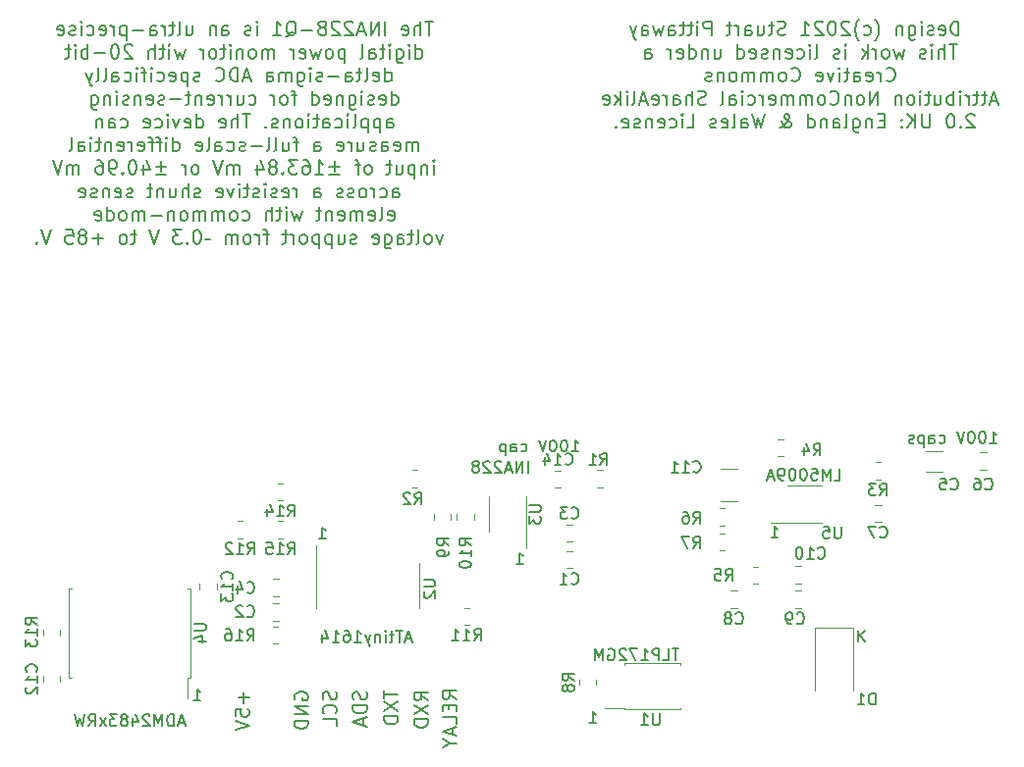
<source format=gbo>
G04 #@! TF.GenerationSoftware,KiCad,Pcbnew,5.1.9+dfsg1-1~bpo10+1*
G04 #@! TF.CreationDate,2021-06-09T09:20:32+00:00*
G04 #@! TF.ProjectId,CurrentShuntCircuit,43757272-656e-4745-9368-756e74436972,1*
G04 #@! TF.SameCoordinates,Original*
G04 #@! TF.FileFunction,Legend,Bot*
G04 #@! TF.FilePolarity,Positive*
%FSLAX46Y46*%
G04 Gerber Fmt 4.6, Leading zero omitted, Abs format (unit mm)*
G04 Created by KiCad (PCBNEW 5.1.9+dfsg1-1~bpo10+1) date 2021-06-09 09:20:32*
%MOMM*%
%LPD*%
G01*
G04 APERTURE LIST*
%ADD10C,0.150000*%
%ADD11C,0.200000*%
%ADD12C,0.120000*%
G04 APERTURE END LIST*
D10*
X189609523Y-102512380D02*
X190180952Y-102512380D01*
X189895238Y-102512380D02*
X189895238Y-101512380D01*
X189990476Y-101655238D01*
X190085714Y-101750476D01*
X190180952Y-101798095D01*
X188990476Y-101512380D02*
X188895238Y-101512380D01*
X188800000Y-101560000D01*
X188752380Y-101607619D01*
X188704761Y-101702857D01*
X188657142Y-101893333D01*
X188657142Y-102131428D01*
X188704761Y-102321904D01*
X188752380Y-102417142D01*
X188800000Y-102464761D01*
X188895238Y-102512380D01*
X188990476Y-102512380D01*
X189085714Y-102464761D01*
X189133333Y-102417142D01*
X189180952Y-102321904D01*
X189228571Y-102131428D01*
X189228571Y-101893333D01*
X189180952Y-101702857D01*
X189133333Y-101607619D01*
X189085714Y-101560000D01*
X188990476Y-101512380D01*
X188038095Y-101512380D02*
X187942857Y-101512380D01*
X187847619Y-101560000D01*
X187800000Y-101607619D01*
X187752380Y-101702857D01*
X187704761Y-101893333D01*
X187704761Y-102131428D01*
X187752380Y-102321904D01*
X187800000Y-102417142D01*
X187847619Y-102464761D01*
X187942857Y-102512380D01*
X188038095Y-102512380D01*
X188133333Y-102464761D01*
X188180952Y-102417142D01*
X188228571Y-102321904D01*
X188276190Y-102131428D01*
X188276190Y-101893333D01*
X188228571Y-101702857D01*
X188180952Y-101607619D01*
X188133333Y-101560000D01*
X188038095Y-101512380D01*
X187419047Y-101512380D02*
X187085714Y-102512380D01*
X186752380Y-101512380D01*
X185228571Y-102464761D02*
X185323809Y-102512380D01*
X185514285Y-102512380D01*
X185609523Y-102464761D01*
X185657142Y-102417142D01*
X185704761Y-102321904D01*
X185704761Y-102036190D01*
X185657142Y-101940952D01*
X185609523Y-101893333D01*
X185514285Y-101845714D01*
X185323809Y-101845714D01*
X185228571Y-101893333D01*
X184371428Y-102512380D02*
X184371428Y-101988571D01*
X184419047Y-101893333D01*
X184514285Y-101845714D01*
X184704761Y-101845714D01*
X184800000Y-101893333D01*
X184371428Y-102464761D02*
X184466666Y-102512380D01*
X184704761Y-102512380D01*
X184800000Y-102464761D01*
X184847619Y-102369523D01*
X184847619Y-102274285D01*
X184800000Y-102179047D01*
X184704761Y-102131428D01*
X184466666Y-102131428D01*
X184371428Y-102083809D01*
X183895238Y-101845714D02*
X183895238Y-102845714D01*
X183895238Y-101893333D02*
X183800000Y-101845714D01*
X183609523Y-101845714D01*
X183514285Y-101893333D01*
X183466666Y-101940952D01*
X183419047Y-102036190D01*
X183419047Y-102321904D01*
X183466666Y-102417142D01*
X183514285Y-102464761D01*
X183609523Y-102512380D01*
X183800000Y-102512380D01*
X183895238Y-102464761D01*
X225674285Y-101772380D02*
X226245714Y-101772380D01*
X225960000Y-101772380D02*
X225960000Y-100772380D01*
X226055238Y-100915238D01*
X226150476Y-101010476D01*
X226245714Y-101058095D01*
X225055238Y-100772380D02*
X224960000Y-100772380D01*
X224864761Y-100820000D01*
X224817142Y-100867619D01*
X224769523Y-100962857D01*
X224721904Y-101153333D01*
X224721904Y-101391428D01*
X224769523Y-101581904D01*
X224817142Y-101677142D01*
X224864761Y-101724761D01*
X224960000Y-101772380D01*
X225055238Y-101772380D01*
X225150476Y-101724761D01*
X225198095Y-101677142D01*
X225245714Y-101581904D01*
X225293333Y-101391428D01*
X225293333Y-101153333D01*
X225245714Y-100962857D01*
X225198095Y-100867619D01*
X225150476Y-100820000D01*
X225055238Y-100772380D01*
X224102857Y-100772380D02*
X224007619Y-100772380D01*
X223912380Y-100820000D01*
X223864761Y-100867619D01*
X223817142Y-100962857D01*
X223769523Y-101153333D01*
X223769523Y-101391428D01*
X223817142Y-101581904D01*
X223864761Y-101677142D01*
X223912380Y-101724761D01*
X224007619Y-101772380D01*
X224102857Y-101772380D01*
X224198095Y-101724761D01*
X224245714Y-101677142D01*
X224293333Y-101581904D01*
X224340952Y-101391428D01*
X224340952Y-101153333D01*
X224293333Y-100962857D01*
X224245714Y-100867619D01*
X224198095Y-100820000D01*
X224102857Y-100772380D01*
X223483809Y-100772380D02*
X223150476Y-101772380D01*
X222817142Y-100772380D01*
X221293333Y-101724761D02*
X221388571Y-101772380D01*
X221579047Y-101772380D01*
X221674285Y-101724761D01*
X221721904Y-101677142D01*
X221769523Y-101581904D01*
X221769523Y-101296190D01*
X221721904Y-101200952D01*
X221674285Y-101153333D01*
X221579047Y-101105714D01*
X221388571Y-101105714D01*
X221293333Y-101153333D01*
X220436190Y-101772380D02*
X220436190Y-101248571D01*
X220483809Y-101153333D01*
X220579047Y-101105714D01*
X220769523Y-101105714D01*
X220864761Y-101153333D01*
X220436190Y-101724761D02*
X220531428Y-101772380D01*
X220769523Y-101772380D01*
X220864761Y-101724761D01*
X220912380Y-101629523D01*
X220912380Y-101534285D01*
X220864761Y-101439047D01*
X220769523Y-101391428D01*
X220531428Y-101391428D01*
X220436190Y-101343809D01*
X219960000Y-101105714D02*
X219960000Y-102105714D01*
X219960000Y-101153333D02*
X219864761Y-101105714D01*
X219674285Y-101105714D01*
X219579047Y-101153333D01*
X219531428Y-101200952D01*
X219483809Y-101296190D01*
X219483809Y-101581904D01*
X219531428Y-101677142D01*
X219579047Y-101724761D01*
X219674285Y-101772380D01*
X219864761Y-101772380D01*
X219960000Y-101724761D01*
X219102857Y-101724761D02*
X219007619Y-101772380D01*
X218817142Y-101772380D01*
X218721904Y-101724761D01*
X218674285Y-101629523D01*
X218674285Y-101581904D01*
X218721904Y-101486666D01*
X218817142Y-101439047D01*
X218960000Y-101439047D01*
X219055238Y-101391428D01*
X219102857Y-101296190D01*
X219102857Y-101248571D01*
X219055238Y-101153333D01*
X218960000Y-101105714D01*
X218817142Y-101105714D01*
X218721904Y-101153333D01*
X179652857Y-123859642D02*
X179081428Y-123459642D01*
X179652857Y-123173928D02*
X178452857Y-123173928D01*
X178452857Y-123631071D01*
X178510000Y-123745357D01*
X178567142Y-123802500D01*
X178681428Y-123859642D01*
X178852857Y-123859642D01*
X178967142Y-123802500D01*
X179024285Y-123745357D01*
X179081428Y-123631071D01*
X179081428Y-123173928D01*
X179024285Y-124373928D02*
X179024285Y-124773928D01*
X179652857Y-124945357D02*
X179652857Y-124373928D01*
X178452857Y-124373928D01*
X178452857Y-124945357D01*
X179652857Y-126031071D02*
X179652857Y-125459642D01*
X178452857Y-125459642D01*
X179310000Y-126373928D02*
X179310000Y-126945357D01*
X179652857Y-126259642D02*
X178452857Y-126659642D01*
X179652857Y-127059642D01*
X179081428Y-127688214D02*
X179652857Y-127688214D01*
X178452857Y-127288214D02*
X179081428Y-127688214D01*
X178452857Y-128088214D01*
X177212857Y-123976785D02*
X176641428Y-123576785D01*
X177212857Y-123291071D02*
X176012857Y-123291071D01*
X176012857Y-123748214D01*
X176070000Y-123862499D01*
X176127142Y-123919642D01*
X176241428Y-123976785D01*
X176412857Y-123976785D01*
X176527142Y-123919642D01*
X176584285Y-123862499D01*
X176641428Y-123748214D01*
X176641428Y-123291071D01*
X176012857Y-124376785D02*
X177212857Y-125176785D01*
X176012857Y-125176785D02*
X177212857Y-124376785D01*
X177212857Y-125633928D02*
X176012857Y-125633928D01*
X176012857Y-125919642D01*
X176070000Y-126091071D01*
X176184285Y-126205356D01*
X176298571Y-126262499D01*
X176527142Y-126319642D01*
X176698571Y-126319642D01*
X176927142Y-126262499D01*
X177041428Y-126205356D01*
X177155714Y-126091071D01*
X177212857Y-125919642D01*
X177212857Y-125633928D01*
X173412857Y-123119642D02*
X173412857Y-123805357D01*
X174612857Y-123462500D02*
X173412857Y-123462500D01*
X173412857Y-124091071D02*
X174612857Y-124891071D01*
X173412857Y-124891071D02*
X174612857Y-124091071D01*
X174612857Y-125348214D02*
X173412857Y-125348214D01*
X173412857Y-125633928D01*
X173470000Y-125805357D01*
X173584285Y-125919642D01*
X173698571Y-125976785D01*
X173927142Y-126033928D01*
X174098571Y-126033928D01*
X174327142Y-125976785D01*
X174441428Y-125919642D01*
X174555714Y-125805357D01*
X174612857Y-125633928D01*
X174612857Y-125348214D01*
X171875714Y-123233928D02*
X171932857Y-123405357D01*
X171932857Y-123691071D01*
X171875714Y-123805357D01*
X171818571Y-123862500D01*
X171704285Y-123919643D01*
X171590000Y-123919643D01*
X171475714Y-123862500D01*
X171418571Y-123805357D01*
X171361428Y-123691071D01*
X171304285Y-123462500D01*
X171247142Y-123348214D01*
X171190000Y-123291071D01*
X171075714Y-123233928D01*
X170961428Y-123233928D01*
X170847142Y-123291071D01*
X170790000Y-123348214D01*
X170732857Y-123462500D01*
X170732857Y-123748214D01*
X170790000Y-123919643D01*
X171932857Y-124433928D02*
X170732857Y-124433928D01*
X170732857Y-124719643D01*
X170790000Y-124891071D01*
X170904285Y-125005357D01*
X171018571Y-125062500D01*
X171247142Y-125119643D01*
X171418571Y-125119643D01*
X171647142Y-125062500D01*
X171761428Y-125005357D01*
X171875714Y-124891071D01*
X171932857Y-124719643D01*
X171932857Y-124433928D01*
X171590000Y-125576786D02*
X171590000Y-126148214D01*
X171932857Y-125462500D02*
X170732857Y-125862500D01*
X171932857Y-126262500D01*
X169275714Y-123233928D02*
X169332857Y-123405357D01*
X169332857Y-123691071D01*
X169275714Y-123805357D01*
X169218571Y-123862500D01*
X169104285Y-123919643D01*
X168990000Y-123919643D01*
X168875714Y-123862500D01*
X168818571Y-123805357D01*
X168761428Y-123691071D01*
X168704285Y-123462500D01*
X168647142Y-123348214D01*
X168590000Y-123291071D01*
X168475714Y-123233928D01*
X168361428Y-123233928D01*
X168247142Y-123291071D01*
X168190000Y-123348214D01*
X168132857Y-123462500D01*
X168132857Y-123748214D01*
X168190000Y-123919643D01*
X169218571Y-125119643D02*
X169275714Y-125062500D01*
X169332857Y-124891071D01*
X169332857Y-124776785D01*
X169275714Y-124605357D01*
X169161428Y-124491071D01*
X169047142Y-124433928D01*
X168818571Y-124376785D01*
X168647142Y-124376785D01*
X168418571Y-124433928D01*
X168304285Y-124491071D01*
X168190000Y-124605357D01*
X168132857Y-124776785D01*
X168132857Y-124891071D01*
X168190000Y-125062500D01*
X168247142Y-125119643D01*
X169332857Y-126205357D02*
X169332857Y-125633928D01*
X168132857Y-125633928D01*
X161325714Y-123291071D02*
X161325714Y-124205357D01*
X161782857Y-123748214D02*
X160868571Y-123748214D01*
X160582857Y-125348214D02*
X160582857Y-124776785D01*
X161154285Y-124719642D01*
X161097142Y-124776785D01*
X161040000Y-124891071D01*
X161040000Y-125176785D01*
X161097142Y-125291071D01*
X161154285Y-125348214D01*
X161268571Y-125405357D01*
X161554285Y-125405357D01*
X161668571Y-125348214D01*
X161725714Y-125291071D01*
X161782857Y-125176785D01*
X161782857Y-124891071D01*
X161725714Y-124776785D01*
X161668571Y-124719642D01*
X160582857Y-125748214D02*
X161782857Y-126148214D01*
X160582857Y-126548214D01*
X165740000Y-123919642D02*
X165682857Y-123805357D01*
X165682857Y-123633928D01*
X165740000Y-123462500D01*
X165854285Y-123348214D01*
X165968571Y-123291071D01*
X166197142Y-123233928D01*
X166368571Y-123233928D01*
X166597142Y-123291071D01*
X166711428Y-123348214D01*
X166825714Y-123462500D01*
X166882857Y-123633928D01*
X166882857Y-123748214D01*
X166825714Y-123919642D01*
X166768571Y-123976785D01*
X166368571Y-123976785D01*
X166368571Y-123748214D01*
X166882857Y-124491071D02*
X165682857Y-124491071D01*
X166882857Y-125176785D01*
X165682857Y-125176785D01*
X166882857Y-125748214D02*
X165682857Y-125748214D01*
X165682857Y-126033928D01*
X165740000Y-126205357D01*
X165854285Y-126319642D01*
X165968571Y-126376785D01*
X166197142Y-126433928D01*
X166368571Y-126433928D01*
X166597142Y-126376785D01*
X166711428Y-126319642D01*
X166825714Y-126205357D01*
X166882857Y-126033928D01*
X166882857Y-125748214D01*
D11*
X222964285Y-66572857D02*
X222964285Y-65372857D01*
X222678571Y-65372857D01*
X222507142Y-65430000D01*
X222392857Y-65544285D01*
X222335714Y-65658571D01*
X222278571Y-65887142D01*
X222278571Y-66058571D01*
X222335714Y-66287142D01*
X222392857Y-66401428D01*
X222507142Y-66515714D01*
X222678571Y-66572857D01*
X222964285Y-66572857D01*
X221307142Y-66515714D02*
X221421428Y-66572857D01*
X221650000Y-66572857D01*
X221764285Y-66515714D01*
X221821428Y-66401428D01*
X221821428Y-65944285D01*
X221764285Y-65830000D01*
X221650000Y-65772857D01*
X221421428Y-65772857D01*
X221307142Y-65830000D01*
X221250000Y-65944285D01*
X221250000Y-66058571D01*
X221821428Y-66172857D01*
X220792857Y-66515714D02*
X220678571Y-66572857D01*
X220450000Y-66572857D01*
X220335714Y-66515714D01*
X220278571Y-66401428D01*
X220278571Y-66344285D01*
X220335714Y-66230000D01*
X220450000Y-66172857D01*
X220621428Y-66172857D01*
X220735714Y-66115714D01*
X220792857Y-66001428D01*
X220792857Y-65944285D01*
X220735714Y-65830000D01*
X220621428Y-65772857D01*
X220450000Y-65772857D01*
X220335714Y-65830000D01*
X219764285Y-66572857D02*
X219764285Y-65772857D01*
X219764285Y-65372857D02*
X219821428Y-65430000D01*
X219764285Y-65487142D01*
X219707142Y-65430000D01*
X219764285Y-65372857D01*
X219764285Y-65487142D01*
X218678571Y-65772857D02*
X218678571Y-66744285D01*
X218735714Y-66858571D01*
X218792857Y-66915714D01*
X218907142Y-66972857D01*
X219078571Y-66972857D01*
X219192857Y-66915714D01*
X218678571Y-66515714D02*
X218792857Y-66572857D01*
X219021428Y-66572857D01*
X219135714Y-66515714D01*
X219192857Y-66458571D01*
X219250000Y-66344285D01*
X219250000Y-66001428D01*
X219192857Y-65887142D01*
X219135714Y-65830000D01*
X219021428Y-65772857D01*
X218792857Y-65772857D01*
X218678571Y-65830000D01*
X218107142Y-65772857D02*
X218107142Y-66572857D01*
X218107142Y-65887142D02*
X218050000Y-65830000D01*
X217935714Y-65772857D01*
X217764285Y-65772857D01*
X217650000Y-65830000D01*
X217592857Y-65944285D01*
X217592857Y-66572857D01*
X215764285Y-67030000D02*
X215821428Y-66972857D01*
X215935714Y-66801428D01*
X215992857Y-66687142D01*
X216050000Y-66515714D01*
X216107142Y-66230000D01*
X216107142Y-66001428D01*
X216050000Y-65715714D01*
X215992857Y-65544285D01*
X215935714Y-65430000D01*
X215821428Y-65258571D01*
X215764285Y-65201428D01*
X214792857Y-66515714D02*
X214907142Y-66572857D01*
X215135714Y-66572857D01*
X215250000Y-66515714D01*
X215307142Y-66458571D01*
X215364285Y-66344285D01*
X215364285Y-66001428D01*
X215307142Y-65887142D01*
X215250000Y-65830000D01*
X215135714Y-65772857D01*
X214907142Y-65772857D01*
X214792857Y-65830000D01*
X214392857Y-67030000D02*
X214335714Y-66972857D01*
X214221428Y-66801428D01*
X214164285Y-66687142D01*
X214107142Y-66515714D01*
X214050000Y-66230000D01*
X214050000Y-66001428D01*
X214107142Y-65715714D01*
X214164285Y-65544285D01*
X214221428Y-65430000D01*
X214335714Y-65258571D01*
X214392857Y-65201428D01*
X213535714Y-65487142D02*
X213478571Y-65430000D01*
X213364285Y-65372857D01*
X213078571Y-65372857D01*
X212964285Y-65430000D01*
X212907142Y-65487142D01*
X212850000Y-65601428D01*
X212850000Y-65715714D01*
X212907142Y-65887142D01*
X213592857Y-66572857D01*
X212850000Y-66572857D01*
X212107142Y-65372857D02*
X211992857Y-65372857D01*
X211878571Y-65430000D01*
X211821428Y-65487142D01*
X211764285Y-65601428D01*
X211707142Y-65830000D01*
X211707142Y-66115714D01*
X211764285Y-66344285D01*
X211821428Y-66458571D01*
X211878571Y-66515714D01*
X211992857Y-66572857D01*
X212107142Y-66572857D01*
X212221428Y-66515714D01*
X212278571Y-66458571D01*
X212335714Y-66344285D01*
X212392857Y-66115714D01*
X212392857Y-65830000D01*
X212335714Y-65601428D01*
X212278571Y-65487142D01*
X212221428Y-65430000D01*
X212107142Y-65372857D01*
X211250000Y-65487142D02*
X211192857Y-65430000D01*
X211078571Y-65372857D01*
X210792857Y-65372857D01*
X210678571Y-65430000D01*
X210621428Y-65487142D01*
X210564285Y-65601428D01*
X210564285Y-65715714D01*
X210621428Y-65887142D01*
X211307142Y-66572857D01*
X210564285Y-66572857D01*
X209421428Y-66572857D02*
X210107142Y-66572857D01*
X209764285Y-66572857D02*
X209764285Y-65372857D01*
X209878571Y-65544285D01*
X209992857Y-65658571D01*
X210107142Y-65715714D01*
X208050000Y-66515714D02*
X207878571Y-66572857D01*
X207592857Y-66572857D01*
X207478571Y-66515714D01*
X207421428Y-66458571D01*
X207364285Y-66344285D01*
X207364285Y-66230000D01*
X207421428Y-66115714D01*
X207478571Y-66058571D01*
X207592857Y-66001428D01*
X207821428Y-65944285D01*
X207935714Y-65887142D01*
X207992857Y-65830000D01*
X208050000Y-65715714D01*
X208050000Y-65601428D01*
X207992857Y-65487142D01*
X207935714Y-65430000D01*
X207821428Y-65372857D01*
X207535714Y-65372857D01*
X207364285Y-65430000D01*
X207021428Y-65772857D02*
X206564285Y-65772857D01*
X206850000Y-65372857D02*
X206850000Y-66401428D01*
X206792857Y-66515714D01*
X206678571Y-66572857D01*
X206564285Y-66572857D01*
X205650000Y-65772857D02*
X205650000Y-66572857D01*
X206164285Y-65772857D02*
X206164285Y-66401428D01*
X206107142Y-66515714D01*
X205992857Y-66572857D01*
X205821428Y-66572857D01*
X205707142Y-66515714D01*
X205650000Y-66458571D01*
X204564285Y-66572857D02*
X204564285Y-65944285D01*
X204621428Y-65830000D01*
X204735714Y-65772857D01*
X204964285Y-65772857D01*
X205078571Y-65830000D01*
X204564285Y-66515714D02*
X204678571Y-66572857D01*
X204964285Y-66572857D01*
X205078571Y-66515714D01*
X205135714Y-66401428D01*
X205135714Y-66287142D01*
X205078571Y-66172857D01*
X204964285Y-66115714D01*
X204678571Y-66115714D01*
X204564285Y-66058571D01*
X203992857Y-66572857D02*
X203992857Y-65772857D01*
X203992857Y-66001428D02*
X203935714Y-65887142D01*
X203878571Y-65830000D01*
X203764285Y-65772857D01*
X203650000Y-65772857D01*
X203421428Y-65772857D02*
X202964285Y-65772857D01*
X203250000Y-65372857D02*
X203250000Y-66401428D01*
X203192857Y-66515714D01*
X203078571Y-66572857D01*
X202964285Y-66572857D01*
X201650000Y-66572857D02*
X201650000Y-65372857D01*
X201192857Y-65372857D01*
X201078571Y-65430000D01*
X201021428Y-65487142D01*
X200964285Y-65601428D01*
X200964285Y-65772857D01*
X201021428Y-65887142D01*
X201078571Y-65944285D01*
X201192857Y-66001428D01*
X201650000Y-66001428D01*
X200450000Y-66572857D02*
X200450000Y-65772857D01*
X200450000Y-65372857D02*
X200507142Y-65430000D01*
X200450000Y-65487142D01*
X200392857Y-65430000D01*
X200450000Y-65372857D01*
X200450000Y-65487142D01*
X200050000Y-65772857D02*
X199592857Y-65772857D01*
X199878571Y-65372857D02*
X199878571Y-66401428D01*
X199821428Y-66515714D01*
X199707142Y-66572857D01*
X199592857Y-66572857D01*
X199364285Y-65772857D02*
X198907142Y-65772857D01*
X199192857Y-65372857D02*
X199192857Y-66401428D01*
X199135714Y-66515714D01*
X199021428Y-66572857D01*
X198907142Y-66572857D01*
X197992857Y-66572857D02*
X197992857Y-65944285D01*
X198050000Y-65830000D01*
X198164285Y-65772857D01*
X198392857Y-65772857D01*
X198507142Y-65830000D01*
X197992857Y-66515714D02*
X198107142Y-66572857D01*
X198392857Y-66572857D01*
X198507142Y-66515714D01*
X198564285Y-66401428D01*
X198564285Y-66287142D01*
X198507142Y-66172857D01*
X198392857Y-66115714D01*
X198107142Y-66115714D01*
X197992857Y-66058571D01*
X197535714Y-65772857D02*
X197307142Y-66572857D01*
X197078571Y-66001428D01*
X196850000Y-66572857D01*
X196621428Y-65772857D01*
X195650000Y-66572857D02*
X195650000Y-65944285D01*
X195707142Y-65830000D01*
X195821428Y-65772857D01*
X196050000Y-65772857D01*
X196164285Y-65830000D01*
X195650000Y-66515714D02*
X195764285Y-66572857D01*
X196050000Y-66572857D01*
X196164285Y-66515714D01*
X196221428Y-66401428D01*
X196221428Y-66287142D01*
X196164285Y-66172857D01*
X196050000Y-66115714D01*
X195764285Y-66115714D01*
X195650000Y-66058571D01*
X195192857Y-65772857D02*
X194907142Y-66572857D01*
X194621428Y-65772857D02*
X194907142Y-66572857D01*
X195021428Y-66858571D01*
X195078571Y-66915714D01*
X195192857Y-66972857D01*
X222821428Y-67372857D02*
X222135714Y-67372857D01*
X222478571Y-68572857D02*
X222478571Y-67372857D01*
X221735714Y-68572857D02*
X221735714Y-67372857D01*
X221221428Y-68572857D02*
X221221428Y-67944285D01*
X221278571Y-67830000D01*
X221392857Y-67772857D01*
X221564285Y-67772857D01*
X221678571Y-67830000D01*
X221735714Y-67887142D01*
X220650000Y-68572857D02*
X220650000Y-67772857D01*
X220650000Y-67372857D02*
X220707142Y-67430000D01*
X220650000Y-67487142D01*
X220592857Y-67430000D01*
X220650000Y-67372857D01*
X220650000Y-67487142D01*
X220135714Y-68515714D02*
X220021428Y-68572857D01*
X219792857Y-68572857D01*
X219678571Y-68515714D01*
X219621428Y-68401428D01*
X219621428Y-68344285D01*
X219678571Y-68230000D01*
X219792857Y-68172857D01*
X219964285Y-68172857D01*
X220078571Y-68115714D01*
X220135714Y-68001428D01*
X220135714Y-67944285D01*
X220078571Y-67830000D01*
X219964285Y-67772857D01*
X219792857Y-67772857D01*
X219678571Y-67830000D01*
X218307142Y-67772857D02*
X218078571Y-68572857D01*
X217850000Y-68001428D01*
X217621428Y-68572857D01*
X217392857Y-67772857D01*
X216764285Y-68572857D02*
X216878571Y-68515714D01*
X216935714Y-68458571D01*
X216992857Y-68344285D01*
X216992857Y-68001428D01*
X216935714Y-67887142D01*
X216878571Y-67830000D01*
X216764285Y-67772857D01*
X216592857Y-67772857D01*
X216478571Y-67830000D01*
X216421428Y-67887142D01*
X216364285Y-68001428D01*
X216364285Y-68344285D01*
X216421428Y-68458571D01*
X216478571Y-68515714D01*
X216592857Y-68572857D01*
X216764285Y-68572857D01*
X215850000Y-68572857D02*
X215850000Y-67772857D01*
X215850000Y-68001428D02*
X215792857Y-67887142D01*
X215735714Y-67830000D01*
X215621428Y-67772857D01*
X215507142Y-67772857D01*
X215107142Y-68572857D02*
X215107142Y-67372857D01*
X214992857Y-68115714D02*
X214650000Y-68572857D01*
X214650000Y-67772857D02*
X215107142Y-68230000D01*
X213221428Y-68572857D02*
X213221428Y-67772857D01*
X213221428Y-67372857D02*
X213278571Y-67430000D01*
X213221428Y-67487142D01*
X213164285Y-67430000D01*
X213221428Y-67372857D01*
X213221428Y-67487142D01*
X212707142Y-68515714D02*
X212592857Y-68572857D01*
X212364285Y-68572857D01*
X212250000Y-68515714D01*
X212192857Y-68401428D01*
X212192857Y-68344285D01*
X212250000Y-68230000D01*
X212364285Y-68172857D01*
X212535714Y-68172857D01*
X212650000Y-68115714D01*
X212707142Y-68001428D01*
X212707142Y-67944285D01*
X212650000Y-67830000D01*
X212535714Y-67772857D01*
X212364285Y-67772857D01*
X212250000Y-67830000D01*
X210592857Y-68572857D02*
X210707142Y-68515714D01*
X210764285Y-68401428D01*
X210764285Y-67372857D01*
X210135714Y-68572857D02*
X210135714Y-67772857D01*
X210135714Y-67372857D02*
X210192857Y-67430000D01*
X210135714Y-67487142D01*
X210078571Y-67430000D01*
X210135714Y-67372857D01*
X210135714Y-67487142D01*
X209050000Y-68515714D02*
X209164285Y-68572857D01*
X209392857Y-68572857D01*
X209507142Y-68515714D01*
X209564285Y-68458571D01*
X209621428Y-68344285D01*
X209621428Y-68001428D01*
X209564285Y-67887142D01*
X209507142Y-67830000D01*
X209392857Y-67772857D01*
X209164285Y-67772857D01*
X209050000Y-67830000D01*
X208078571Y-68515714D02*
X208192857Y-68572857D01*
X208421428Y-68572857D01*
X208535714Y-68515714D01*
X208592857Y-68401428D01*
X208592857Y-67944285D01*
X208535714Y-67830000D01*
X208421428Y-67772857D01*
X208192857Y-67772857D01*
X208078571Y-67830000D01*
X208021428Y-67944285D01*
X208021428Y-68058571D01*
X208592857Y-68172857D01*
X207507142Y-67772857D02*
X207507142Y-68572857D01*
X207507142Y-67887142D02*
X207450000Y-67830000D01*
X207335714Y-67772857D01*
X207164285Y-67772857D01*
X207050000Y-67830000D01*
X206992857Y-67944285D01*
X206992857Y-68572857D01*
X206478571Y-68515714D02*
X206364285Y-68572857D01*
X206135714Y-68572857D01*
X206021428Y-68515714D01*
X205964285Y-68401428D01*
X205964285Y-68344285D01*
X206021428Y-68230000D01*
X206135714Y-68172857D01*
X206307142Y-68172857D01*
X206421428Y-68115714D01*
X206478571Y-68001428D01*
X206478571Y-67944285D01*
X206421428Y-67830000D01*
X206307142Y-67772857D01*
X206135714Y-67772857D01*
X206021428Y-67830000D01*
X204992857Y-68515714D02*
X205107142Y-68572857D01*
X205335714Y-68572857D01*
X205450000Y-68515714D01*
X205507142Y-68401428D01*
X205507142Y-67944285D01*
X205450000Y-67830000D01*
X205335714Y-67772857D01*
X205107142Y-67772857D01*
X204992857Y-67830000D01*
X204935714Y-67944285D01*
X204935714Y-68058571D01*
X205507142Y-68172857D01*
X203907142Y-68572857D02*
X203907142Y-67372857D01*
X203907142Y-68515714D02*
X204021428Y-68572857D01*
X204250000Y-68572857D01*
X204364285Y-68515714D01*
X204421428Y-68458571D01*
X204478571Y-68344285D01*
X204478571Y-68001428D01*
X204421428Y-67887142D01*
X204364285Y-67830000D01*
X204250000Y-67772857D01*
X204021428Y-67772857D01*
X203907142Y-67830000D01*
X201907142Y-67772857D02*
X201907142Y-68572857D01*
X202421428Y-67772857D02*
X202421428Y-68401428D01*
X202364285Y-68515714D01*
X202250000Y-68572857D01*
X202078571Y-68572857D01*
X201964285Y-68515714D01*
X201907142Y-68458571D01*
X201335714Y-67772857D02*
X201335714Y-68572857D01*
X201335714Y-67887142D02*
X201278571Y-67830000D01*
X201164285Y-67772857D01*
X200992857Y-67772857D01*
X200878571Y-67830000D01*
X200821428Y-67944285D01*
X200821428Y-68572857D01*
X199735714Y-68572857D02*
X199735714Y-67372857D01*
X199735714Y-68515714D02*
X199850000Y-68572857D01*
X200078571Y-68572857D01*
X200192857Y-68515714D01*
X200250000Y-68458571D01*
X200307142Y-68344285D01*
X200307142Y-68001428D01*
X200250000Y-67887142D01*
X200192857Y-67830000D01*
X200078571Y-67772857D01*
X199850000Y-67772857D01*
X199735714Y-67830000D01*
X198707142Y-68515714D02*
X198821428Y-68572857D01*
X199050000Y-68572857D01*
X199164285Y-68515714D01*
X199221428Y-68401428D01*
X199221428Y-67944285D01*
X199164285Y-67830000D01*
X199050000Y-67772857D01*
X198821428Y-67772857D01*
X198707142Y-67830000D01*
X198650000Y-67944285D01*
X198650000Y-68058571D01*
X199221428Y-68172857D01*
X198135714Y-68572857D02*
X198135714Y-67772857D01*
X198135714Y-68001428D02*
X198078571Y-67887142D01*
X198021428Y-67830000D01*
X197907142Y-67772857D01*
X197792857Y-67772857D01*
X195964285Y-68572857D02*
X195964285Y-67944285D01*
X196021428Y-67830000D01*
X196135714Y-67772857D01*
X196364285Y-67772857D01*
X196478571Y-67830000D01*
X195964285Y-68515714D02*
X196078571Y-68572857D01*
X196364285Y-68572857D01*
X196478571Y-68515714D01*
X196535714Y-68401428D01*
X196535714Y-68287142D01*
X196478571Y-68172857D01*
X196364285Y-68115714D01*
X196078571Y-68115714D01*
X195964285Y-68058571D01*
X216735714Y-70458571D02*
X216792857Y-70515714D01*
X216964285Y-70572857D01*
X217078571Y-70572857D01*
X217250000Y-70515714D01*
X217364285Y-70401428D01*
X217421428Y-70287142D01*
X217478571Y-70058571D01*
X217478571Y-69887142D01*
X217421428Y-69658571D01*
X217364285Y-69544285D01*
X217250000Y-69430000D01*
X217078571Y-69372857D01*
X216964285Y-69372857D01*
X216792857Y-69430000D01*
X216735714Y-69487142D01*
X216221428Y-70572857D02*
X216221428Y-69772857D01*
X216221428Y-70001428D02*
X216164285Y-69887142D01*
X216107142Y-69830000D01*
X215992857Y-69772857D01*
X215878571Y-69772857D01*
X215021428Y-70515714D02*
X215135714Y-70572857D01*
X215364285Y-70572857D01*
X215478571Y-70515714D01*
X215535714Y-70401428D01*
X215535714Y-69944285D01*
X215478571Y-69830000D01*
X215364285Y-69772857D01*
X215135714Y-69772857D01*
X215021428Y-69830000D01*
X214964285Y-69944285D01*
X214964285Y-70058571D01*
X215535714Y-70172857D01*
X213935714Y-70572857D02*
X213935714Y-69944285D01*
X213992857Y-69830000D01*
X214107142Y-69772857D01*
X214335714Y-69772857D01*
X214450000Y-69830000D01*
X213935714Y-70515714D02*
X214050000Y-70572857D01*
X214335714Y-70572857D01*
X214450000Y-70515714D01*
X214507142Y-70401428D01*
X214507142Y-70287142D01*
X214450000Y-70172857D01*
X214335714Y-70115714D01*
X214050000Y-70115714D01*
X213935714Y-70058571D01*
X213535714Y-69772857D02*
X213078571Y-69772857D01*
X213364285Y-69372857D02*
X213364285Y-70401428D01*
X213307142Y-70515714D01*
X213192857Y-70572857D01*
X213078571Y-70572857D01*
X212678571Y-70572857D02*
X212678571Y-69772857D01*
X212678571Y-69372857D02*
X212735714Y-69430000D01*
X212678571Y-69487142D01*
X212621428Y-69430000D01*
X212678571Y-69372857D01*
X212678571Y-69487142D01*
X212221428Y-69772857D02*
X211935714Y-70572857D01*
X211650000Y-69772857D01*
X210735714Y-70515714D02*
X210850000Y-70572857D01*
X211078571Y-70572857D01*
X211192857Y-70515714D01*
X211250000Y-70401428D01*
X211250000Y-69944285D01*
X211192857Y-69830000D01*
X211078571Y-69772857D01*
X210850000Y-69772857D01*
X210735714Y-69830000D01*
X210678571Y-69944285D01*
X210678571Y-70058571D01*
X211250000Y-70172857D01*
X208564285Y-70458571D02*
X208621428Y-70515714D01*
X208792857Y-70572857D01*
X208907142Y-70572857D01*
X209078571Y-70515714D01*
X209192857Y-70401428D01*
X209250000Y-70287142D01*
X209307142Y-70058571D01*
X209307142Y-69887142D01*
X209250000Y-69658571D01*
X209192857Y-69544285D01*
X209078571Y-69430000D01*
X208907142Y-69372857D01*
X208792857Y-69372857D01*
X208621428Y-69430000D01*
X208564285Y-69487142D01*
X207878571Y-70572857D02*
X207992857Y-70515714D01*
X208050000Y-70458571D01*
X208107142Y-70344285D01*
X208107142Y-70001428D01*
X208050000Y-69887142D01*
X207992857Y-69830000D01*
X207878571Y-69772857D01*
X207707142Y-69772857D01*
X207592857Y-69830000D01*
X207535714Y-69887142D01*
X207478571Y-70001428D01*
X207478571Y-70344285D01*
X207535714Y-70458571D01*
X207592857Y-70515714D01*
X207707142Y-70572857D01*
X207878571Y-70572857D01*
X206964285Y-70572857D02*
X206964285Y-69772857D01*
X206964285Y-69887142D02*
X206907142Y-69830000D01*
X206792857Y-69772857D01*
X206621428Y-69772857D01*
X206507142Y-69830000D01*
X206450000Y-69944285D01*
X206450000Y-70572857D01*
X206450000Y-69944285D02*
X206392857Y-69830000D01*
X206278571Y-69772857D01*
X206107142Y-69772857D01*
X205992857Y-69830000D01*
X205935714Y-69944285D01*
X205935714Y-70572857D01*
X205364285Y-70572857D02*
X205364285Y-69772857D01*
X205364285Y-69887142D02*
X205307142Y-69830000D01*
X205192857Y-69772857D01*
X205021428Y-69772857D01*
X204907142Y-69830000D01*
X204850000Y-69944285D01*
X204850000Y-70572857D01*
X204850000Y-69944285D02*
X204792857Y-69830000D01*
X204678571Y-69772857D01*
X204507142Y-69772857D01*
X204392857Y-69830000D01*
X204335714Y-69944285D01*
X204335714Y-70572857D01*
X203592857Y-70572857D02*
X203707142Y-70515714D01*
X203764285Y-70458571D01*
X203821428Y-70344285D01*
X203821428Y-70001428D01*
X203764285Y-69887142D01*
X203707142Y-69830000D01*
X203592857Y-69772857D01*
X203421428Y-69772857D01*
X203307142Y-69830000D01*
X203250000Y-69887142D01*
X203192857Y-70001428D01*
X203192857Y-70344285D01*
X203250000Y-70458571D01*
X203307142Y-70515714D01*
X203421428Y-70572857D01*
X203592857Y-70572857D01*
X202678571Y-69772857D02*
X202678571Y-70572857D01*
X202678571Y-69887142D02*
X202621428Y-69830000D01*
X202507142Y-69772857D01*
X202335714Y-69772857D01*
X202221428Y-69830000D01*
X202164285Y-69944285D01*
X202164285Y-70572857D01*
X201650000Y-70515714D02*
X201535714Y-70572857D01*
X201307142Y-70572857D01*
X201192857Y-70515714D01*
X201135714Y-70401428D01*
X201135714Y-70344285D01*
X201192857Y-70230000D01*
X201307142Y-70172857D01*
X201478571Y-70172857D01*
X201592857Y-70115714D01*
X201650000Y-70001428D01*
X201650000Y-69944285D01*
X201592857Y-69830000D01*
X201478571Y-69772857D01*
X201307142Y-69772857D01*
X201192857Y-69830000D01*
X226307142Y-72230000D02*
X225735714Y-72230000D01*
X226421428Y-72572857D02*
X226021428Y-71372857D01*
X225621428Y-72572857D01*
X225392857Y-71772857D02*
X224935714Y-71772857D01*
X225221428Y-71372857D02*
X225221428Y-72401428D01*
X225164285Y-72515714D01*
X225050000Y-72572857D01*
X224935714Y-72572857D01*
X224707142Y-71772857D02*
X224250000Y-71772857D01*
X224535714Y-71372857D02*
X224535714Y-72401428D01*
X224478571Y-72515714D01*
X224364285Y-72572857D01*
X224250000Y-72572857D01*
X223850000Y-72572857D02*
X223850000Y-71772857D01*
X223850000Y-72001428D02*
X223792857Y-71887142D01*
X223735714Y-71830000D01*
X223621428Y-71772857D01*
X223507142Y-71772857D01*
X223107142Y-72572857D02*
X223107142Y-71772857D01*
X223107142Y-71372857D02*
X223164285Y-71430000D01*
X223107142Y-71487142D01*
X223050000Y-71430000D01*
X223107142Y-71372857D01*
X223107142Y-71487142D01*
X222535714Y-72572857D02*
X222535714Y-71372857D01*
X222535714Y-71830000D02*
X222421428Y-71772857D01*
X222192857Y-71772857D01*
X222078571Y-71830000D01*
X222021428Y-71887142D01*
X221964285Y-72001428D01*
X221964285Y-72344285D01*
X222021428Y-72458571D01*
X222078571Y-72515714D01*
X222192857Y-72572857D01*
X222421428Y-72572857D01*
X222535714Y-72515714D01*
X220935714Y-71772857D02*
X220935714Y-72572857D01*
X221450000Y-71772857D02*
X221450000Y-72401428D01*
X221392857Y-72515714D01*
X221278571Y-72572857D01*
X221107142Y-72572857D01*
X220992857Y-72515714D01*
X220935714Y-72458571D01*
X220535714Y-71772857D02*
X220078571Y-71772857D01*
X220364285Y-71372857D02*
X220364285Y-72401428D01*
X220307142Y-72515714D01*
X220192857Y-72572857D01*
X220078571Y-72572857D01*
X219678571Y-72572857D02*
X219678571Y-71772857D01*
X219678571Y-71372857D02*
X219735714Y-71430000D01*
X219678571Y-71487142D01*
X219621428Y-71430000D01*
X219678571Y-71372857D01*
X219678571Y-71487142D01*
X218935714Y-72572857D02*
X219050000Y-72515714D01*
X219107142Y-72458571D01*
X219164285Y-72344285D01*
X219164285Y-72001428D01*
X219107142Y-71887142D01*
X219050000Y-71830000D01*
X218935714Y-71772857D01*
X218764285Y-71772857D01*
X218650000Y-71830000D01*
X218592857Y-71887142D01*
X218535714Y-72001428D01*
X218535714Y-72344285D01*
X218592857Y-72458571D01*
X218650000Y-72515714D01*
X218764285Y-72572857D01*
X218935714Y-72572857D01*
X218021428Y-71772857D02*
X218021428Y-72572857D01*
X218021428Y-71887142D02*
X217964285Y-71830000D01*
X217850000Y-71772857D01*
X217678571Y-71772857D01*
X217564285Y-71830000D01*
X217507142Y-71944285D01*
X217507142Y-72572857D01*
X216021428Y-72572857D02*
X216021428Y-71372857D01*
X215335714Y-72572857D01*
X215335714Y-71372857D01*
X214592857Y-72572857D02*
X214707142Y-72515714D01*
X214764285Y-72458571D01*
X214821428Y-72344285D01*
X214821428Y-72001428D01*
X214764285Y-71887142D01*
X214707142Y-71830000D01*
X214592857Y-71772857D01*
X214421428Y-71772857D01*
X214307142Y-71830000D01*
X214250000Y-71887142D01*
X214192857Y-72001428D01*
X214192857Y-72344285D01*
X214250000Y-72458571D01*
X214307142Y-72515714D01*
X214421428Y-72572857D01*
X214592857Y-72572857D01*
X213678571Y-71772857D02*
X213678571Y-72572857D01*
X213678571Y-71887142D02*
X213621428Y-71830000D01*
X213507142Y-71772857D01*
X213335714Y-71772857D01*
X213221428Y-71830000D01*
X213164285Y-71944285D01*
X213164285Y-72572857D01*
X211907142Y-72458571D02*
X211964285Y-72515714D01*
X212135714Y-72572857D01*
X212250000Y-72572857D01*
X212421428Y-72515714D01*
X212535714Y-72401428D01*
X212592857Y-72287142D01*
X212650000Y-72058571D01*
X212650000Y-71887142D01*
X212592857Y-71658571D01*
X212535714Y-71544285D01*
X212421428Y-71430000D01*
X212250000Y-71372857D01*
X212135714Y-71372857D01*
X211964285Y-71430000D01*
X211907142Y-71487142D01*
X211221428Y-72572857D02*
X211335714Y-72515714D01*
X211392857Y-72458571D01*
X211450000Y-72344285D01*
X211450000Y-72001428D01*
X211392857Y-71887142D01*
X211335714Y-71830000D01*
X211221428Y-71772857D01*
X211050000Y-71772857D01*
X210935714Y-71830000D01*
X210878571Y-71887142D01*
X210821428Y-72001428D01*
X210821428Y-72344285D01*
X210878571Y-72458571D01*
X210935714Y-72515714D01*
X211050000Y-72572857D01*
X211221428Y-72572857D01*
X210307142Y-72572857D02*
X210307142Y-71772857D01*
X210307142Y-71887142D02*
X210250000Y-71830000D01*
X210135714Y-71772857D01*
X209964285Y-71772857D01*
X209850000Y-71830000D01*
X209792857Y-71944285D01*
X209792857Y-72572857D01*
X209792857Y-71944285D02*
X209735714Y-71830000D01*
X209621428Y-71772857D01*
X209450000Y-71772857D01*
X209335714Y-71830000D01*
X209278571Y-71944285D01*
X209278571Y-72572857D01*
X208707142Y-72572857D02*
X208707142Y-71772857D01*
X208707142Y-71887142D02*
X208650000Y-71830000D01*
X208535714Y-71772857D01*
X208364285Y-71772857D01*
X208250000Y-71830000D01*
X208192857Y-71944285D01*
X208192857Y-72572857D01*
X208192857Y-71944285D02*
X208135714Y-71830000D01*
X208021428Y-71772857D01*
X207850000Y-71772857D01*
X207735714Y-71830000D01*
X207678571Y-71944285D01*
X207678571Y-72572857D01*
X206649999Y-72515714D02*
X206764285Y-72572857D01*
X206992857Y-72572857D01*
X207107142Y-72515714D01*
X207164285Y-72401428D01*
X207164285Y-71944285D01*
X207107142Y-71830000D01*
X206992857Y-71772857D01*
X206764285Y-71772857D01*
X206649999Y-71830000D01*
X206592857Y-71944285D01*
X206592857Y-72058571D01*
X207164285Y-72172857D01*
X206078571Y-72572857D02*
X206078571Y-71772857D01*
X206078571Y-72001428D02*
X206021428Y-71887142D01*
X205964285Y-71830000D01*
X205849999Y-71772857D01*
X205735714Y-71772857D01*
X204821428Y-72515714D02*
X204935714Y-72572857D01*
X205164285Y-72572857D01*
X205278571Y-72515714D01*
X205335714Y-72458571D01*
X205392857Y-72344285D01*
X205392857Y-72001428D01*
X205335714Y-71887142D01*
X205278571Y-71830000D01*
X205164285Y-71772857D01*
X204935714Y-71772857D01*
X204821428Y-71830000D01*
X204307142Y-72572857D02*
X204307142Y-71772857D01*
X204307142Y-71372857D02*
X204364285Y-71430000D01*
X204307142Y-71487142D01*
X204249999Y-71430000D01*
X204307142Y-71372857D01*
X204307142Y-71487142D01*
X203221428Y-72572857D02*
X203221428Y-71944285D01*
X203278571Y-71830000D01*
X203392857Y-71772857D01*
X203621428Y-71772857D01*
X203735714Y-71830000D01*
X203221428Y-72515714D02*
X203335714Y-72572857D01*
X203621428Y-72572857D01*
X203735714Y-72515714D01*
X203792857Y-72401428D01*
X203792857Y-72287142D01*
X203735714Y-72172857D01*
X203621428Y-72115714D01*
X203335714Y-72115714D01*
X203221428Y-72058571D01*
X202478571Y-72572857D02*
X202592857Y-72515714D01*
X202649999Y-72401428D01*
X202649999Y-71372857D01*
X201164285Y-72515714D02*
X200992857Y-72572857D01*
X200707142Y-72572857D01*
X200592857Y-72515714D01*
X200535714Y-72458571D01*
X200478571Y-72344285D01*
X200478571Y-72230000D01*
X200535714Y-72115714D01*
X200592857Y-72058571D01*
X200707142Y-72001428D01*
X200935714Y-71944285D01*
X201049999Y-71887142D01*
X201107142Y-71830000D01*
X201164285Y-71715714D01*
X201164285Y-71601428D01*
X201107142Y-71487142D01*
X201049999Y-71430000D01*
X200935714Y-71372857D01*
X200649999Y-71372857D01*
X200478571Y-71430000D01*
X199964285Y-72572857D02*
X199964285Y-71372857D01*
X199449999Y-72572857D02*
X199449999Y-71944285D01*
X199507142Y-71830000D01*
X199621428Y-71772857D01*
X199792857Y-71772857D01*
X199907142Y-71830000D01*
X199964285Y-71887142D01*
X198364285Y-72572857D02*
X198364285Y-71944285D01*
X198421428Y-71830000D01*
X198535714Y-71772857D01*
X198764285Y-71772857D01*
X198878571Y-71830000D01*
X198364285Y-72515714D02*
X198478571Y-72572857D01*
X198764285Y-72572857D01*
X198878571Y-72515714D01*
X198935714Y-72401428D01*
X198935714Y-72287142D01*
X198878571Y-72172857D01*
X198764285Y-72115714D01*
X198478571Y-72115714D01*
X198364285Y-72058571D01*
X197792857Y-72572857D02*
X197792857Y-71772857D01*
X197792857Y-72001428D02*
X197735714Y-71887142D01*
X197678571Y-71830000D01*
X197564285Y-71772857D01*
X197449999Y-71772857D01*
X196592857Y-72515714D02*
X196707142Y-72572857D01*
X196935714Y-72572857D01*
X197049999Y-72515714D01*
X197107142Y-72401428D01*
X197107142Y-71944285D01*
X197049999Y-71830000D01*
X196935714Y-71772857D01*
X196707142Y-71772857D01*
X196592857Y-71830000D01*
X196535714Y-71944285D01*
X196535714Y-72058571D01*
X197107142Y-72172857D01*
X196078571Y-72230000D02*
X195507142Y-72230000D01*
X196192857Y-72572857D02*
X195792857Y-71372857D01*
X195392857Y-72572857D01*
X194821428Y-72572857D02*
X194935714Y-72515714D01*
X194992857Y-72401428D01*
X194992857Y-71372857D01*
X194364285Y-72572857D02*
X194364285Y-71772857D01*
X194364285Y-71372857D02*
X194421428Y-71430000D01*
X194364285Y-71487142D01*
X194307142Y-71430000D01*
X194364285Y-71372857D01*
X194364285Y-71487142D01*
X193792857Y-72572857D02*
X193792857Y-71372857D01*
X193678571Y-72115714D02*
X193335714Y-72572857D01*
X193335714Y-71772857D02*
X193792857Y-72230000D01*
X192364285Y-72515714D02*
X192478571Y-72572857D01*
X192707142Y-72572857D01*
X192821428Y-72515714D01*
X192878571Y-72401428D01*
X192878571Y-71944285D01*
X192821428Y-71830000D01*
X192707142Y-71772857D01*
X192478571Y-71772857D01*
X192364285Y-71830000D01*
X192307142Y-71944285D01*
X192307142Y-72058571D01*
X192878571Y-72172857D01*
X224335714Y-73487142D02*
X224278571Y-73430000D01*
X224164285Y-73372857D01*
X223878571Y-73372857D01*
X223764285Y-73430000D01*
X223707142Y-73487142D01*
X223650000Y-73601428D01*
X223650000Y-73715714D01*
X223707142Y-73887142D01*
X224392857Y-74572857D01*
X223650000Y-74572857D01*
X223135714Y-74458571D02*
X223078571Y-74515714D01*
X223135714Y-74572857D01*
X223192857Y-74515714D01*
X223135714Y-74458571D01*
X223135714Y-74572857D01*
X222335714Y-73372857D02*
X222221428Y-73372857D01*
X222107142Y-73430000D01*
X222050000Y-73487142D01*
X221992857Y-73601428D01*
X221935714Y-73830000D01*
X221935714Y-74115714D01*
X221992857Y-74344285D01*
X222050000Y-74458571D01*
X222107142Y-74515714D01*
X222221428Y-74572857D01*
X222335714Y-74572857D01*
X222450000Y-74515714D01*
X222507142Y-74458571D01*
X222564285Y-74344285D01*
X222621428Y-74115714D01*
X222621428Y-73830000D01*
X222564285Y-73601428D01*
X222507142Y-73487142D01*
X222450000Y-73430000D01*
X222335714Y-73372857D01*
X220507142Y-73372857D02*
X220507142Y-74344285D01*
X220450000Y-74458571D01*
X220392857Y-74515714D01*
X220278571Y-74572857D01*
X220050000Y-74572857D01*
X219935714Y-74515714D01*
X219878571Y-74458571D01*
X219821428Y-74344285D01*
X219821428Y-73372857D01*
X219250000Y-74572857D02*
X219250000Y-73372857D01*
X218564285Y-74572857D02*
X219078571Y-73887142D01*
X218564285Y-73372857D02*
X219250000Y-74058571D01*
X218050000Y-74458571D02*
X217992857Y-74515714D01*
X218050000Y-74572857D01*
X218107142Y-74515714D01*
X218050000Y-74458571D01*
X218050000Y-74572857D01*
X218050000Y-73830000D02*
X217992857Y-73887142D01*
X218050000Y-73944285D01*
X218107142Y-73887142D01*
X218050000Y-73830000D01*
X218050000Y-73944285D01*
X216564285Y-73944285D02*
X216164285Y-73944285D01*
X215992857Y-74572857D02*
X216564285Y-74572857D01*
X216564285Y-73372857D01*
X215992857Y-73372857D01*
X215478571Y-73772857D02*
X215478571Y-74572857D01*
X215478571Y-73887142D02*
X215421428Y-73830000D01*
X215307142Y-73772857D01*
X215135714Y-73772857D01*
X215021428Y-73830000D01*
X214964285Y-73944285D01*
X214964285Y-74572857D01*
X213878571Y-73772857D02*
X213878571Y-74744285D01*
X213935714Y-74858571D01*
X213992857Y-74915714D01*
X214107142Y-74972857D01*
X214278571Y-74972857D01*
X214392857Y-74915714D01*
X213878571Y-74515714D02*
X213992857Y-74572857D01*
X214221428Y-74572857D01*
X214335714Y-74515714D01*
X214392857Y-74458571D01*
X214450000Y-74344285D01*
X214450000Y-74001428D01*
X214392857Y-73887142D01*
X214335714Y-73830000D01*
X214221428Y-73772857D01*
X213992857Y-73772857D01*
X213878571Y-73830000D01*
X213135714Y-74572857D02*
X213250000Y-74515714D01*
X213307142Y-74401428D01*
X213307142Y-73372857D01*
X212164285Y-74572857D02*
X212164285Y-73944285D01*
X212221428Y-73830000D01*
X212335714Y-73772857D01*
X212564285Y-73772857D01*
X212678571Y-73830000D01*
X212164285Y-74515714D02*
X212278571Y-74572857D01*
X212564285Y-74572857D01*
X212678571Y-74515714D01*
X212735714Y-74401428D01*
X212735714Y-74287142D01*
X212678571Y-74172857D01*
X212564285Y-74115714D01*
X212278571Y-74115714D01*
X212164285Y-74058571D01*
X211592857Y-73772857D02*
X211592857Y-74572857D01*
X211592857Y-73887142D02*
X211535714Y-73830000D01*
X211421428Y-73772857D01*
X211250000Y-73772857D01*
X211135714Y-73830000D01*
X211078571Y-73944285D01*
X211078571Y-74572857D01*
X209992857Y-74572857D02*
X209992857Y-73372857D01*
X209992857Y-74515714D02*
X210107142Y-74572857D01*
X210335714Y-74572857D01*
X210450000Y-74515714D01*
X210507142Y-74458571D01*
X210564285Y-74344285D01*
X210564285Y-74001428D01*
X210507142Y-73887142D01*
X210450000Y-73830000D01*
X210335714Y-73772857D01*
X210107142Y-73772857D01*
X209992857Y-73830000D01*
X207535714Y-74572857D02*
X207592857Y-74572857D01*
X207707142Y-74515714D01*
X207878571Y-74344285D01*
X208164285Y-74001428D01*
X208278571Y-73830000D01*
X208335714Y-73658571D01*
X208335714Y-73544285D01*
X208278571Y-73430000D01*
X208164285Y-73372857D01*
X208107142Y-73372857D01*
X207992857Y-73430000D01*
X207935714Y-73544285D01*
X207935714Y-73601428D01*
X207992857Y-73715714D01*
X208049999Y-73772857D01*
X208392857Y-74001428D01*
X208449999Y-74058571D01*
X208507142Y-74172857D01*
X208507142Y-74344285D01*
X208449999Y-74458571D01*
X208392857Y-74515714D01*
X208278571Y-74572857D01*
X208107142Y-74572857D01*
X207992857Y-74515714D01*
X207935714Y-74458571D01*
X207764285Y-74230000D01*
X207707142Y-74058571D01*
X207707142Y-73944285D01*
X206221428Y-73372857D02*
X205935714Y-74572857D01*
X205707142Y-73715714D01*
X205478571Y-74572857D01*
X205192857Y-73372857D01*
X204221428Y-74572857D02*
X204221428Y-73944285D01*
X204278571Y-73830000D01*
X204392857Y-73772857D01*
X204621428Y-73772857D01*
X204735714Y-73830000D01*
X204221428Y-74515714D02*
X204335714Y-74572857D01*
X204621428Y-74572857D01*
X204735714Y-74515714D01*
X204792857Y-74401428D01*
X204792857Y-74287142D01*
X204735714Y-74172857D01*
X204621428Y-74115714D01*
X204335714Y-74115714D01*
X204221428Y-74058571D01*
X203478571Y-74572857D02*
X203592857Y-74515714D01*
X203650000Y-74401428D01*
X203650000Y-73372857D01*
X202564285Y-74515714D02*
X202678571Y-74572857D01*
X202907142Y-74572857D01*
X203021428Y-74515714D01*
X203078571Y-74401428D01*
X203078571Y-73944285D01*
X203021428Y-73830000D01*
X202907142Y-73772857D01*
X202678571Y-73772857D01*
X202564285Y-73830000D01*
X202507142Y-73944285D01*
X202507142Y-74058571D01*
X203078571Y-74172857D01*
X202049999Y-74515714D02*
X201935714Y-74572857D01*
X201707142Y-74572857D01*
X201592857Y-74515714D01*
X201535714Y-74401428D01*
X201535714Y-74344285D01*
X201592857Y-74230000D01*
X201707142Y-74172857D01*
X201878571Y-74172857D01*
X201992857Y-74115714D01*
X202049999Y-74001428D01*
X202049999Y-73944285D01*
X201992857Y-73830000D01*
X201878571Y-73772857D01*
X201707142Y-73772857D01*
X201592857Y-73830000D01*
X199535714Y-74572857D02*
X200107142Y-74572857D01*
X200107142Y-73372857D01*
X199135714Y-74572857D02*
X199135714Y-73772857D01*
X199135714Y-73372857D02*
X199192857Y-73430000D01*
X199135714Y-73487142D01*
X199078571Y-73430000D01*
X199135714Y-73372857D01*
X199135714Y-73487142D01*
X198049999Y-74515714D02*
X198164285Y-74572857D01*
X198392857Y-74572857D01*
X198507142Y-74515714D01*
X198564285Y-74458571D01*
X198621428Y-74344285D01*
X198621428Y-74001428D01*
X198564285Y-73887142D01*
X198507142Y-73830000D01*
X198392857Y-73772857D01*
X198164285Y-73772857D01*
X198049999Y-73830000D01*
X197078571Y-74515714D02*
X197192857Y-74572857D01*
X197421428Y-74572857D01*
X197535714Y-74515714D01*
X197592857Y-74401428D01*
X197592857Y-73944285D01*
X197535714Y-73830000D01*
X197421428Y-73772857D01*
X197192857Y-73772857D01*
X197078571Y-73830000D01*
X197021428Y-73944285D01*
X197021428Y-74058571D01*
X197592857Y-74172857D01*
X196507142Y-73772857D02*
X196507142Y-74572857D01*
X196507142Y-73887142D02*
X196449999Y-73830000D01*
X196335714Y-73772857D01*
X196164285Y-73772857D01*
X196049999Y-73830000D01*
X195992857Y-73944285D01*
X195992857Y-74572857D01*
X195478571Y-74515714D02*
X195364285Y-74572857D01*
X195135714Y-74572857D01*
X195021428Y-74515714D01*
X194964285Y-74401428D01*
X194964285Y-74344285D01*
X195021428Y-74230000D01*
X195135714Y-74172857D01*
X195307142Y-74172857D01*
X195421428Y-74115714D01*
X195478571Y-74001428D01*
X195478571Y-73944285D01*
X195421428Y-73830000D01*
X195307142Y-73772857D01*
X195135714Y-73772857D01*
X195021428Y-73830000D01*
X193992857Y-74515714D02*
X194107142Y-74572857D01*
X194335714Y-74572857D01*
X194449999Y-74515714D01*
X194507142Y-74401428D01*
X194507142Y-73944285D01*
X194449999Y-73830000D01*
X194335714Y-73772857D01*
X194107142Y-73772857D01*
X193992857Y-73830000D01*
X193935714Y-73944285D01*
X193935714Y-74058571D01*
X194507142Y-74172857D01*
X193421428Y-74458571D02*
X193364285Y-74515714D01*
X193421428Y-74572857D01*
X193478571Y-74515714D01*
X193421428Y-74458571D01*
X193421428Y-74572857D01*
X177644285Y-65372857D02*
X176958571Y-65372857D01*
X177301428Y-66572857D02*
X177301428Y-65372857D01*
X176558571Y-66572857D02*
X176558571Y-65372857D01*
X176044285Y-66572857D02*
X176044285Y-65944285D01*
X176101428Y-65830000D01*
X176215714Y-65772857D01*
X176387142Y-65772857D01*
X176501428Y-65830000D01*
X176558571Y-65887142D01*
X175015714Y-66515714D02*
X175130000Y-66572857D01*
X175358571Y-66572857D01*
X175472857Y-66515714D01*
X175530000Y-66401428D01*
X175530000Y-65944285D01*
X175472857Y-65830000D01*
X175358571Y-65772857D01*
X175130000Y-65772857D01*
X175015714Y-65830000D01*
X174958571Y-65944285D01*
X174958571Y-66058571D01*
X175530000Y-66172857D01*
X173530000Y-66572857D02*
X173530000Y-65372857D01*
X172958571Y-66572857D02*
X172958571Y-65372857D01*
X172272857Y-66572857D01*
X172272857Y-65372857D01*
X171758571Y-66230000D02*
X171187142Y-66230000D01*
X171872857Y-66572857D02*
X171472857Y-65372857D01*
X171072857Y-66572857D01*
X170730000Y-65487142D02*
X170672857Y-65430000D01*
X170558571Y-65372857D01*
X170272857Y-65372857D01*
X170158571Y-65430000D01*
X170101428Y-65487142D01*
X170044285Y-65601428D01*
X170044285Y-65715714D01*
X170101428Y-65887142D01*
X170787142Y-66572857D01*
X170044285Y-66572857D01*
X169587142Y-65487142D02*
X169530000Y-65430000D01*
X169415714Y-65372857D01*
X169130000Y-65372857D01*
X169015714Y-65430000D01*
X168958571Y-65487142D01*
X168901428Y-65601428D01*
X168901428Y-65715714D01*
X168958571Y-65887142D01*
X169644285Y-66572857D01*
X168901428Y-66572857D01*
X168215714Y-65887142D02*
X168330000Y-65830000D01*
X168387142Y-65772857D01*
X168444285Y-65658571D01*
X168444285Y-65601428D01*
X168387142Y-65487142D01*
X168330000Y-65430000D01*
X168215714Y-65372857D01*
X167987142Y-65372857D01*
X167872857Y-65430000D01*
X167815714Y-65487142D01*
X167758571Y-65601428D01*
X167758571Y-65658571D01*
X167815714Y-65772857D01*
X167872857Y-65830000D01*
X167987142Y-65887142D01*
X168215714Y-65887142D01*
X168330000Y-65944285D01*
X168387142Y-66001428D01*
X168444285Y-66115714D01*
X168444285Y-66344285D01*
X168387142Y-66458571D01*
X168330000Y-66515714D01*
X168215714Y-66572857D01*
X167987142Y-66572857D01*
X167872857Y-66515714D01*
X167815714Y-66458571D01*
X167758571Y-66344285D01*
X167758571Y-66115714D01*
X167815714Y-66001428D01*
X167872857Y-65944285D01*
X167987142Y-65887142D01*
X167244285Y-66115714D02*
X166330000Y-66115714D01*
X164958571Y-66687142D02*
X165072857Y-66630000D01*
X165187142Y-66515714D01*
X165358571Y-66344285D01*
X165472857Y-66287142D01*
X165587142Y-66287142D01*
X165530000Y-66572857D02*
X165644285Y-66515714D01*
X165758571Y-66401428D01*
X165815714Y-66172857D01*
X165815714Y-65772857D01*
X165758571Y-65544285D01*
X165644285Y-65430000D01*
X165530000Y-65372857D01*
X165301428Y-65372857D01*
X165187142Y-65430000D01*
X165072857Y-65544285D01*
X165015714Y-65772857D01*
X165015714Y-66172857D01*
X165072857Y-66401428D01*
X165187142Y-66515714D01*
X165301428Y-66572857D01*
X165530000Y-66572857D01*
X163872857Y-66572857D02*
X164558571Y-66572857D01*
X164215714Y-66572857D02*
X164215714Y-65372857D01*
X164330000Y-65544285D01*
X164444285Y-65658571D01*
X164558571Y-65715714D01*
X162444285Y-66572857D02*
X162444285Y-65772857D01*
X162444285Y-65372857D02*
X162501428Y-65430000D01*
X162444285Y-65487142D01*
X162387142Y-65430000D01*
X162444285Y-65372857D01*
X162444285Y-65487142D01*
X161930000Y-66515714D02*
X161815714Y-66572857D01*
X161587142Y-66572857D01*
X161472857Y-66515714D01*
X161415714Y-66401428D01*
X161415714Y-66344285D01*
X161472857Y-66230000D01*
X161587142Y-66172857D01*
X161758571Y-66172857D01*
X161872857Y-66115714D01*
X161930000Y-66001428D01*
X161930000Y-65944285D01*
X161872857Y-65830000D01*
X161758571Y-65772857D01*
X161587142Y-65772857D01*
X161472857Y-65830000D01*
X159472857Y-66572857D02*
X159472857Y-65944285D01*
X159530000Y-65830000D01*
X159644285Y-65772857D01*
X159872857Y-65772857D01*
X159987142Y-65830000D01*
X159472857Y-66515714D02*
X159587142Y-66572857D01*
X159872857Y-66572857D01*
X159987142Y-66515714D01*
X160044285Y-66401428D01*
X160044285Y-66287142D01*
X159987142Y-66172857D01*
X159872857Y-66115714D01*
X159587142Y-66115714D01*
X159472857Y-66058571D01*
X158901428Y-65772857D02*
X158901428Y-66572857D01*
X158901428Y-65887142D02*
X158844285Y-65830000D01*
X158730000Y-65772857D01*
X158558571Y-65772857D01*
X158444285Y-65830000D01*
X158387142Y-65944285D01*
X158387142Y-66572857D01*
X156387142Y-65772857D02*
X156387142Y-66572857D01*
X156901428Y-65772857D02*
X156901428Y-66401428D01*
X156844285Y-66515714D01*
X156730000Y-66572857D01*
X156558571Y-66572857D01*
X156444285Y-66515714D01*
X156387142Y-66458571D01*
X155644285Y-66572857D02*
X155758571Y-66515714D01*
X155815714Y-66401428D01*
X155815714Y-65372857D01*
X155358571Y-65772857D02*
X154901428Y-65772857D01*
X155187142Y-65372857D02*
X155187142Y-66401428D01*
X155130000Y-66515714D01*
X155015714Y-66572857D01*
X154901428Y-66572857D01*
X154501428Y-66572857D02*
X154501428Y-65772857D01*
X154501428Y-66001428D02*
X154444285Y-65887142D01*
X154387142Y-65830000D01*
X154272857Y-65772857D01*
X154158571Y-65772857D01*
X153244285Y-66572857D02*
X153244285Y-65944285D01*
X153301428Y-65830000D01*
X153415714Y-65772857D01*
X153644285Y-65772857D01*
X153758571Y-65830000D01*
X153244285Y-66515714D02*
X153358571Y-66572857D01*
X153644285Y-66572857D01*
X153758571Y-66515714D01*
X153815714Y-66401428D01*
X153815714Y-66287142D01*
X153758571Y-66172857D01*
X153644285Y-66115714D01*
X153358571Y-66115714D01*
X153244285Y-66058571D01*
X152672857Y-66115714D02*
X151758571Y-66115714D01*
X151187142Y-65772857D02*
X151187142Y-66972857D01*
X151187142Y-65830000D02*
X151072857Y-65772857D01*
X150844285Y-65772857D01*
X150730000Y-65830000D01*
X150672857Y-65887142D01*
X150615714Y-66001428D01*
X150615714Y-66344285D01*
X150672857Y-66458571D01*
X150730000Y-66515714D01*
X150844285Y-66572857D01*
X151072857Y-66572857D01*
X151187142Y-66515714D01*
X150101428Y-66572857D02*
X150101428Y-65772857D01*
X150101428Y-66001428D02*
X150044285Y-65887142D01*
X149987142Y-65830000D01*
X149872857Y-65772857D01*
X149758571Y-65772857D01*
X148901428Y-66515714D02*
X149015714Y-66572857D01*
X149244285Y-66572857D01*
X149358571Y-66515714D01*
X149415714Y-66401428D01*
X149415714Y-65944285D01*
X149358571Y-65830000D01*
X149244285Y-65772857D01*
X149015714Y-65772857D01*
X148901428Y-65830000D01*
X148844285Y-65944285D01*
X148844285Y-66058571D01*
X149415714Y-66172857D01*
X147815714Y-66515714D02*
X147930000Y-66572857D01*
X148158571Y-66572857D01*
X148272857Y-66515714D01*
X148330000Y-66458571D01*
X148387142Y-66344285D01*
X148387142Y-66001428D01*
X148330000Y-65887142D01*
X148272857Y-65830000D01*
X148158571Y-65772857D01*
X147930000Y-65772857D01*
X147815714Y-65830000D01*
X147301428Y-66572857D02*
X147301428Y-65772857D01*
X147301428Y-65372857D02*
X147358571Y-65430000D01*
X147301428Y-65487142D01*
X147244285Y-65430000D01*
X147301428Y-65372857D01*
X147301428Y-65487142D01*
X146787142Y-66515714D02*
X146672857Y-66572857D01*
X146444285Y-66572857D01*
X146330000Y-66515714D01*
X146272857Y-66401428D01*
X146272857Y-66344285D01*
X146330000Y-66230000D01*
X146444285Y-66172857D01*
X146615714Y-66172857D01*
X146730000Y-66115714D01*
X146787142Y-66001428D01*
X146787142Y-65944285D01*
X146730000Y-65830000D01*
X146615714Y-65772857D01*
X146444285Y-65772857D01*
X146330000Y-65830000D01*
X145301428Y-66515714D02*
X145415714Y-66572857D01*
X145644285Y-66572857D01*
X145758571Y-66515714D01*
X145815714Y-66401428D01*
X145815714Y-65944285D01*
X145758571Y-65830000D01*
X145644285Y-65772857D01*
X145415714Y-65772857D01*
X145301428Y-65830000D01*
X145244285Y-65944285D01*
X145244285Y-66058571D01*
X145815714Y-66172857D01*
X176158571Y-68572857D02*
X176158571Y-67372857D01*
X176158571Y-68515714D02*
X176272857Y-68572857D01*
X176501428Y-68572857D01*
X176615714Y-68515714D01*
X176672857Y-68458571D01*
X176730000Y-68344285D01*
X176730000Y-68001428D01*
X176672857Y-67887142D01*
X176615714Y-67830000D01*
X176501428Y-67772857D01*
X176272857Y-67772857D01*
X176158571Y-67830000D01*
X175587142Y-68572857D02*
X175587142Y-67772857D01*
X175587142Y-67372857D02*
X175644285Y-67430000D01*
X175587142Y-67487142D01*
X175530000Y-67430000D01*
X175587142Y-67372857D01*
X175587142Y-67487142D01*
X174501428Y-67772857D02*
X174501428Y-68744285D01*
X174558571Y-68858571D01*
X174615714Y-68915714D01*
X174730000Y-68972857D01*
X174901428Y-68972857D01*
X175015714Y-68915714D01*
X174501428Y-68515714D02*
X174615714Y-68572857D01*
X174844285Y-68572857D01*
X174958571Y-68515714D01*
X175015714Y-68458571D01*
X175072857Y-68344285D01*
X175072857Y-68001428D01*
X175015714Y-67887142D01*
X174958571Y-67830000D01*
X174844285Y-67772857D01*
X174615714Y-67772857D01*
X174501428Y-67830000D01*
X173930000Y-68572857D02*
X173930000Y-67772857D01*
X173930000Y-67372857D02*
X173987142Y-67430000D01*
X173930000Y-67487142D01*
X173872857Y-67430000D01*
X173930000Y-67372857D01*
X173930000Y-67487142D01*
X173530000Y-67772857D02*
X173072857Y-67772857D01*
X173358571Y-67372857D02*
X173358571Y-68401428D01*
X173301428Y-68515714D01*
X173187142Y-68572857D01*
X173072857Y-68572857D01*
X172158571Y-68572857D02*
X172158571Y-67944285D01*
X172215714Y-67830000D01*
X172330000Y-67772857D01*
X172558571Y-67772857D01*
X172672857Y-67830000D01*
X172158571Y-68515714D02*
X172272857Y-68572857D01*
X172558571Y-68572857D01*
X172672857Y-68515714D01*
X172730000Y-68401428D01*
X172730000Y-68287142D01*
X172672857Y-68172857D01*
X172558571Y-68115714D01*
X172272857Y-68115714D01*
X172158571Y-68058571D01*
X171415714Y-68572857D02*
X171530000Y-68515714D01*
X171587142Y-68401428D01*
X171587142Y-67372857D01*
X170044285Y-67772857D02*
X170044285Y-68972857D01*
X170044285Y-67830000D02*
X169930000Y-67772857D01*
X169701428Y-67772857D01*
X169587142Y-67830000D01*
X169530000Y-67887142D01*
X169472857Y-68001428D01*
X169472857Y-68344285D01*
X169530000Y-68458571D01*
X169587142Y-68515714D01*
X169701428Y-68572857D01*
X169930000Y-68572857D01*
X170044285Y-68515714D01*
X168787142Y-68572857D02*
X168901428Y-68515714D01*
X168958571Y-68458571D01*
X169015714Y-68344285D01*
X169015714Y-68001428D01*
X168958571Y-67887142D01*
X168901428Y-67830000D01*
X168787142Y-67772857D01*
X168615714Y-67772857D01*
X168501428Y-67830000D01*
X168444285Y-67887142D01*
X168387142Y-68001428D01*
X168387142Y-68344285D01*
X168444285Y-68458571D01*
X168501428Y-68515714D01*
X168615714Y-68572857D01*
X168787142Y-68572857D01*
X167987142Y-67772857D02*
X167758571Y-68572857D01*
X167530000Y-68001428D01*
X167301428Y-68572857D01*
X167072857Y-67772857D01*
X166158571Y-68515714D02*
X166272857Y-68572857D01*
X166501428Y-68572857D01*
X166615714Y-68515714D01*
X166672857Y-68401428D01*
X166672857Y-67944285D01*
X166615714Y-67830000D01*
X166501428Y-67772857D01*
X166272857Y-67772857D01*
X166158571Y-67830000D01*
X166101428Y-67944285D01*
X166101428Y-68058571D01*
X166672857Y-68172857D01*
X165587142Y-68572857D02*
X165587142Y-67772857D01*
X165587142Y-68001428D02*
X165530000Y-67887142D01*
X165472857Y-67830000D01*
X165358571Y-67772857D01*
X165244285Y-67772857D01*
X163930000Y-68572857D02*
X163930000Y-67772857D01*
X163930000Y-67887142D02*
X163872857Y-67830000D01*
X163758571Y-67772857D01*
X163587142Y-67772857D01*
X163472857Y-67830000D01*
X163415714Y-67944285D01*
X163415714Y-68572857D01*
X163415714Y-67944285D02*
X163358571Y-67830000D01*
X163244285Y-67772857D01*
X163072857Y-67772857D01*
X162958571Y-67830000D01*
X162901428Y-67944285D01*
X162901428Y-68572857D01*
X162158571Y-68572857D02*
X162272857Y-68515714D01*
X162330000Y-68458571D01*
X162387142Y-68344285D01*
X162387142Y-68001428D01*
X162330000Y-67887142D01*
X162272857Y-67830000D01*
X162158571Y-67772857D01*
X161987142Y-67772857D01*
X161872857Y-67830000D01*
X161815714Y-67887142D01*
X161758571Y-68001428D01*
X161758571Y-68344285D01*
X161815714Y-68458571D01*
X161872857Y-68515714D01*
X161987142Y-68572857D01*
X162158571Y-68572857D01*
X161244285Y-67772857D02*
X161244285Y-68572857D01*
X161244285Y-67887142D02*
X161187142Y-67830000D01*
X161072857Y-67772857D01*
X160901428Y-67772857D01*
X160787142Y-67830000D01*
X160730000Y-67944285D01*
X160730000Y-68572857D01*
X160158571Y-68572857D02*
X160158571Y-67772857D01*
X160158571Y-67372857D02*
X160215714Y-67430000D01*
X160158571Y-67487142D01*
X160101428Y-67430000D01*
X160158571Y-67372857D01*
X160158571Y-67487142D01*
X159758571Y-67772857D02*
X159301428Y-67772857D01*
X159587142Y-67372857D02*
X159587142Y-68401428D01*
X159530000Y-68515714D01*
X159415714Y-68572857D01*
X159301428Y-68572857D01*
X158730000Y-68572857D02*
X158844285Y-68515714D01*
X158901428Y-68458571D01*
X158958571Y-68344285D01*
X158958571Y-68001428D01*
X158901428Y-67887142D01*
X158844285Y-67830000D01*
X158730000Y-67772857D01*
X158558571Y-67772857D01*
X158444285Y-67830000D01*
X158387142Y-67887142D01*
X158330000Y-68001428D01*
X158330000Y-68344285D01*
X158387142Y-68458571D01*
X158444285Y-68515714D01*
X158558571Y-68572857D01*
X158730000Y-68572857D01*
X157815714Y-68572857D02*
X157815714Y-67772857D01*
X157815714Y-68001428D02*
X157758571Y-67887142D01*
X157701428Y-67830000D01*
X157587142Y-67772857D01*
X157472857Y-67772857D01*
X156272857Y-67772857D02*
X156044285Y-68572857D01*
X155815714Y-68001428D01*
X155587142Y-68572857D01*
X155358571Y-67772857D01*
X154901428Y-68572857D02*
X154901428Y-67772857D01*
X154901428Y-67372857D02*
X154958571Y-67430000D01*
X154901428Y-67487142D01*
X154844285Y-67430000D01*
X154901428Y-67372857D01*
X154901428Y-67487142D01*
X154501428Y-67772857D02*
X154044285Y-67772857D01*
X154330000Y-67372857D02*
X154330000Y-68401428D01*
X154272857Y-68515714D01*
X154158571Y-68572857D01*
X154044285Y-68572857D01*
X153644285Y-68572857D02*
X153644285Y-67372857D01*
X153130000Y-68572857D02*
X153130000Y-67944285D01*
X153187142Y-67830000D01*
X153301428Y-67772857D01*
X153472857Y-67772857D01*
X153587142Y-67830000D01*
X153644285Y-67887142D01*
X151701428Y-67487142D02*
X151644285Y-67430000D01*
X151530000Y-67372857D01*
X151244285Y-67372857D01*
X151130000Y-67430000D01*
X151072857Y-67487142D01*
X151015714Y-67601428D01*
X151015714Y-67715714D01*
X151072857Y-67887142D01*
X151758571Y-68572857D01*
X151015714Y-68572857D01*
X150272857Y-67372857D02*
X150158571Y-67372857D01*
X150044285Y-67430000D01*
X149987142Y-67487142D01*
X149930000Y-67601428D01*
X149872857Y-67830000D01*
X149872857Y-68115714D01*
X149930000Y-68344285D01*
X149987142Y-68458571D01*
X150044285Y-68515714D01*
X150158571Y-68572857D01*
X150272857Y-68572857D01*
X150387142Y-68515714D01*
X150444285Y-68458571D01*
X150501428Y-68344285D01*
X150558571Y-68115714D01*
X150558571Y-67830000D01*
X150501428Y-67601428D01*
X150444285Y-67487142D01*
X150387142Y-67430000D01*
X150272857Y-67372857D01*
X149358571Y-68115714D02*
X148444285Y-68115714D01*
X147872857Y-68572857D02*
X147872857Y-67372857D01*
X147872857Y-67830000D02*
X147758571Y-67772857D01*
X147530000Y-67772857D01*
X147415714Y-67830000D01*
X147358571Y-67887142D01*
X147301428Y-68001428D01*
X147301428Y-68344285D01*
X147358571Y-68458571D01*
X147415714Y-68515714D01*
X147530000Y-68572857D01*
X147758571Y-68572857D01*
X147872857Y-68515714D01*
X146787142Y-68572857D02*
X146787142Y-67772857D01*
X146787142Y-67372857D02*
X146844285Y-67430000D01*
X146787142Y-67487142D01*
X146730000Y-67430000D01*
X146787142Y-67372857D01*
X146787142Y-67487142D01*
X146387142Y-67772857D02*
X145930000Y-67772857D01*
X146215714Y-67372857D02*
X146215714Y-68401428D01*
X146158571Y-68515714D01*
X146044285Y-68572857D01*
X145930000Y-68572857D01*
X173530000Y-70572857D02*
X173530000Y-69372857D01*
X173530000Y-70515714D02*
X173644285Y-70572857D01*
X173872857Y-70572857D01*
X173987142Y-70515714D01*
X174044285Y-70458571D01*
X174101428Y-70344285D01*
X174101428Y-70001428D01*
X174044285Y-69887142D01*
X173987142Y-69830000D01*
X173872857Y-69772857D01*
X173644285Y-69772857D01*
X173530000Y-69830000D01*
X172501428Y-70515714D02*
X172615714Y-70572857D01*
X172844285Y-70572857D01*
X172958571Y-70515714D01*
X173015714Y-70401428D01*
X173015714Y-69944285D01*
X172958571Y-69830000D01*
X172844285Y-69772857D01*
X172615714Y-69772857D01*
X172501428Y-69830000D01*
X172444285Y-69944285D01*
X172444285Y-70058571D01*
X173015714Y-70172857D01*
X171758571Y-70572857D02*
X171872857Y-70515714D01*
X171930000Y-70401428D01*
X171930000Y-69372857D01*
X171472857Y-69772857D02*
X171015714Y-69772857D01*
X171301428Y-69372857D02*
X171301428Y-70401428D01*
X171244285Y-70515714D01*
X171130000Y-70572857D01*
X171015714Y-70572857D01*
X170101428Y-70572857D02*
X170101428Y-69944285D01*
X170158571Y-69830000D01*
X170272857Y-69772857D01*
X170501428Y-69772857D01*
X170615714Y-69830000D01*
X170101428Y-70515714D02*
X170215714Y-70572857D01*
X170501428Y-70572857D01*
X170615714Y-70515714D01*
X170672857Y-70401428D01*
X170672857Y-70287142D01*
X170615714Y-70172857D01*
X170501428Y-70115714D01*
X170215714Y-70115714D01*
X170101428Y-70058571D01*
X169530000Y-70115714D02*
X168615714Y-70115714D01*
X168101428Y-70515714D02*
X167987142Y-70572857D01*
X167758571Y-70572857D01*
X167644285Y-70515714D01*
X167587142Y-70401428D01*
X167587142Y-70344285D01*
X167644285Y-70230000D01*
X167758571Y-70172857D01*
X167930000Y-70172857D01*
X168044285Y-70115714D01*
X168101428Y-70001428D01*
X168101428Y-69944285D01*
X168044285Y-69830000D01*
X167930000Y-69772857D01*
X167758571Y-69772857D01*
X167644285Y-69830000D01*
X167072857Y-70572857D02*
X167072857Y-69772857D01*
X167072857Y-69372857D02*
X167130000Y-69430000D01*
X167072857Y-69487142D01*
X167015714Y-69430000D01*
X167072857Y-69372857D01*
X167072857Y-69487142D01*
X165987142Y-69772857D02*
X165987142Y-70744285D01*
X166044285Y-70858571D01*
X166101428Y-70915714D01*
X166215714Y-70972857D01*
X166387142Y-70972857D01*
X166501428Y-70915714D01*
X165987142Y-70515714D02*
X166101428Y-70572857D01*
X166330000Y-70572857D01*
X166444285Y-70515714D01*
X166501428Y-70458571D01*
X166558571Y-70344285D01*
X166558571Y-70001428D01*
X166501428Y-69887142D01*
X166444285Y-69830000D01*
X166330000Y-69772857D01*
X166101428Y-69772857D01*
X165987142Y-69830000D01*
X165415714Y-70572857D02*
X165415714Y-69772857D01*
X165415714Y-69887142D02*
X165358571Y-69830000D01*
X165244285Y-69772857D01*
X165072857Y-69772857D01*
X164958571Y-69830000D01*
X164901428Y-69944285D01*
X164901428Y-70572857D01*
X164901428Y-69944285D02*
X164844285Y-69830000D01*
X164730000Y-69772857D01*
X164558571Y-69772857D01*
X164444285Y-69830000D01*
X164387142Y-69944285D01*
X164387142Y-70572857D01*
X163301428Y-70572857D02*
X163301428Y-69944285D01*
X163358571Y-69830000D01*
X163472857Y-69772857D01*
X163701428Y-69772857D01*
X163815714Y-69830000D01*
X163301428Y-70515714D02*
X163415714Y-70572857D01*
X163701428Y-70572857D01*
X163815714Y-70515714D01*
X163872857Y-70401428D01*
X163872857Y-70287142D01*
X163815714Y-70172857D01*
X163701428Y-70115714D01*
X163415714Y-70115714D01*
X163301428Y-70058571D01*
X161872857Y-70230000D02*
X161301428Y-70230000D01*
X161987142Y-70572857D02*
X161587142Y-69372857D01*
X161187142Y-70572857D01*
X160787142Y-70572857D02*
X160787142Y-69372857D01*
X160501428Y-69372857D01*
X160330000Y-69430000D01*
X160215714Y-69544285D01*
X160158571Y-69658571D01*
X160101428Y-69887142D01*
X160101428Y-70058571D01*
X160158571Y-70287142D01*
X160215714Y-70401428D01*
X160330000Y-70515714D01*
X160501428Y-70572857D01*
X160787142Y-70572857D01*
X158901428Y-70458571D02*
X158958571Y-70515714D01*
X159130000Y-70572857D01*
X159244285Y-70572857D01*
X159415714Y-70515714D01*
X159530000Y-70401428D01*
X159587142Y-70287142D01*
X159644285Y-70058571D01*
X159644285Y-69887142D01*
X159587142Y-69658571D01*
X159530000Y-69544285D01*
X159415714Y-69430000D01*
X159244285Y-69372857D01*
X159130000Y-69372857D01*
X158958571Y-69430000D01*
X158901428Y-69487142D01*
X157530000Y-70515714D02*
X157415714Y-70572857D01*
X157187142Y-70572857D01*
X157072857Y-70515714D01*
X157015714Y-70401428D01*
X157015714Y-70344285D01*
X157072857Y-70230000D01*
X157187142Y-70172857D01*
X157358571Y-70172857D01*
X157472857Y-70115714D01*
X157530000Y-70001428D01*
X157530000Y-69944285D01*
X157472857Y-69830000D01*
X157358571Y-69772857D01*
X157187142Y-69772857D01*
X157072857Y-69830000D01*
X156501428Y-69772857D02*
X156501428Y-70972857D01*
X156501428Y-69830000D02*
X156387142Y-69772857D01*
X156158571Y-69772857D01*
X156044285Y-69830000D01*
X155987142Y-69887142D01*
X155930000Y-70001428D01*
X155930000Y-70344285D01*
X155987142Y-70458571D01*
X156044285Y-70515714D01*
X156158571Y-70572857D01*
X156387142Y-70572857D01*
X156501428Y-70515714D01*
X154958571Y-70515714D02*
X155072857Y-70572857D01*
X155301428Y-70572857D01*
X155415714Y-70515714D01*
X155472857Y-70401428D01*
X155472857Y-69944285D01*
X155415714Y-69830000D01*
X155301428Y-69772857D01*
X155072857Y-69772857D01*
X154958571Y-69830000D01*
X154901428Y-69944285D01*
X154901428Y-70058571D01*
X155472857Y-70172857D01*
X153872857Y-70515714D02*
X153987142Y-70572857D01*
X154215714Y-70572857D01*
X154330000Y-70515714D01*
X154387142Y-70458571D01*
X154444285Y-70344285D01*
X154444285Y-70001428D01*
X154387142Y-69887142D01*
X154330000Y-69830000D01*
X154215714Y-69772857D01*
X153987142Y-69772857D01*
X153872857Y-69830000D01*
X153358571Y-70572857D02*
X153358571Y-69772857D01*
X153358571Y-69372857D02*
X153415714Y-69430000D01*
X153358571Y-69487142D01*
X153301428Y-69430000D01*
X153358571Y-69372857D01*
X153358571Y-69487142D01*
X152958571Y-69772857D02*
X152501428Y-69772857D01*
X152787142Y-70572857D02*
X152787142Y-69544285D01*
X152730000Y-69430000D01*
X152615714Y-69372857D01*
X152501428Y-69372857D01*
X152101428Y-70572857D02*
X152101428Y-69772857D01*
X152101428Y-69372857D02*
X152158571Y-69430000D01*
X152101428Y-69487142D01*
X152044285Y-69430000D01*
X152101428Y-69372857D01*
X152101428Y-69487142D01*
X151015714Y-70515714D02*
X151130000Y-70572857D01*
X151358571Y-70572857D01*
X151472857Y-70515714D01*
X151530000Y-70458571D01*
X151587142Y-70344285D01*
X151587142Y-70001428D01*
X151530000Y-69887142D01*
X151472857Y-69830000D01*
X151358571Y-69772857D01*
X151130000Y-69772857D01*
X151015714Y-69830000D01*
X149987142Y-70572857D02*
X149987142Y-69944285D01*
X150044285Y-69830000D01*
X150158571Y-69772857D01*
X150387142Y-69772857D01*
X150501428Y-69830000D01*
X149987142Y-70515714D02*
X150101428Y-70572857D01*
X150387142Y-70572857D01*
X150501428Y-70515714D01*
X150558571Y-70401428D01*
X150558571Y-70287142D01*
X150501428Y-70172857D01*
X150387142Y-70115714D01*
X150101428Y-70115714D01*
X149987142Y-70058571D01*
X149244285Y-70572857D02*
X149358571Y-70515714D01*
X149415714Y-70401428D01*
X149415714Y-69372857D01*
X148615714Y-70572857D02*
X148730000Y-70515714D01*
X148787142Y-70401428D01*
X148787142Y-69372857D01*
X148272857Y-69772857D02*
X147987142Y-70572857D01*
X147701428Y-69772857D02*
X147987142Y-70572857D01*
X148101428Y-70858571D01*
X148158571Y-70915714D01*
X148272857Y-70972857D01*
X174072857Y-72572857D02*
X174072857Y-71372857D01*
X174072857Y-72515714D02*
X174187142Y-72572857D01*
X174415714Y-72572857D01*
X174530000Y-72515714D01*
X174587142Y-72458571D01*
X174644285Y-72344285D01*
X174644285Y-72001428D01*
X174587142Y-71887142D01*
X174530000Y-71830000D01*
X174415714Y-71772857D01*
X174187142Y-71772857D01*
X174072857Y-71830000D01*
X173044285Y-72515714D02*
X173158571Y-72572857D01*
X173387142Y-72572857D01*
X173501428Y-72515714D01*
X173558571Y-72401428D01*
X173558571Y-71944285D01*
X173501428Y-71830000D01*
X173387142Y-71772857D01*
X173158571Y-71772857D01*
X173044285Y-71830000D01*
X172987142Y-71944285D01*
X172987142Y-72058571D01*
X173558571Y-72172857D01*
X172530000Y-72515714D02*
X172415714Y-72572857D01*
X172187142Y-72572857D01*
X172072857Y-72515714D01*
X172015714Y-72401428D01*
X172015714Y-72344285D01*
X172072857Y-72230000D01*
X172187142Y-72172857D01*
X172358571Y-72172857D01*
X172472857Y-72115714D01*
X172530000Y-72001428D01*
X172530000Y-71944285D01*
X172472857Y-71830000D01*
X172358571Y-71772857D01*
X172187142Y-71772857D01*
X172072857Y-71830000D01*
X171501428Y-72572857D02*
X171501428Y-71772857D01*
X171501428Y-71372857D02*
X171558571Y-71430000D01*
X171501428Y-71487142D01*
X171444285Y-71430000D01*
X171501428Y-71372857D01*
X171501428Y-71487142D01*
X170415714Y-71772857D02*
X170415714Y-72744285D01*
X170472857Y-72858571D01*
X170530000Y-72915714D01*
X170644285Y-72972857D01*
X170815714Y-72972857D01*
X170930000Y-72915714D01*
X170415714Y-72515714D02*
X170530000Y-72572857D01*
X170758571Y-72572857D01*
X170872857Y-72515714D01*
X170930000Y-72458571D01*
X170987142Y-72344285D01*
X170987142Y-72001428D01*
X170930000Y-71887142D01*
X170872857Y-71830000D01*
X170758571Y-71772857D01*
X170530000Y-71772857D01*
X170415714Y-71830000D01*
X169844285Y-71772857D02*
X169844285Y-72572857D01*
X169844285Y-71887142D02*
X169787142Y-71830000D01*
X169672857Y-71772857D01*
X169501428Y-71772857D01*
X169387142Y-71830000D01*
X169330000Y-71944285D01*
X169330000Y-72572857D01*
X168301428Y-72515714D02*
X168415714Y-72572857D01*
X168644285Y-72572857D01*
X168758571Y-72515714D01*
X168815714Y-72401428D01*
X168815714Y-71944285D01*
X168758571Y-71830000D01*
X168644285Y-71772857D01*
X168415714Y-71772857D01*
X168301428Y-71830000D01*
X168244285Y-71944285D01*
X168244285Y-72058571D01*
X168815714Y-72172857D01*
X167215714Y-72572857D02*
X167215714Y-71372857D01*
X167215714Y-72515714D02*
X167330000Y-72572857D01*
X167558571Y-72572857D01*
X167672857Y-72515714D01*
X167730000Y-72458571D01*
X167787142Y-72344285D01*
X167787142Y-72001428D01*
X167730000Y-71887142D01*
X167672857Y-71830000D01*
X167558571Y-71772857D01*
X167330000Y-71772857D01*
X167215714Y-71830000D01*
X165901428Y-71772857D02*
X165444285Y-71772857D01*
X165730000Y-72572857D02*
X165730000Y-71544285D01*
X165672857Y-71430000D01*
X165558571Y-71372857D01*
X165444285Y-71372857D01*
X164872857Y-72572857D02*
X164987142Y-72515714D01*
X165044285Y-72458571D01*
X165101428Y-72344285D01*
X165101428Y-72001428D01*
X165044285Y-71887142D01*
X164987142Y-71830000D01*
X164872857Y-71772857D01*
X164701428Y-71772857D01*
X164587142Y-71830000D01*
X164530000Y-71887142D01*
X164472857Y-72001428D01*
X164472857Y-72344285D01*
X164530000Y-72458571D01*
X164587142Y-72515714D01*
X164701428Y-72572857D01*
X164872857Y-72572857D01*
X163958571Y-72572857D02*
X163958571Y-71772857D01*
X163958571Y-72001428D02*
X163901428Y-71887142D01*
X163844285Y-71830000D01*
X163730000Y-71772857D01*
X163615714Y-71772857D01*
X161787142Y-72515714D02*
X161901428Y-72572857D01*
X162130000Y-72572857D01*
X162244285Y-72515714D01*
X162301428Y-72458571D01*
X162358571Y-72344285D01*
X162358571Y-72001428D01*
X162301428Y-71887142D01*
X162244285Y-71830000D01*
X162130000Y-71772857D01*
X161901428Y-71772857D01*
X161787142Y-71830000D01*
X160758571Y-71772857D02*
X160758571Y-72572857D01*
X161272857Y-71772857D02*
X161272857Y-72401428D01*
X161215714Y-72515714D01*
X161101428Y-72572857D01*
X160930000Y-72572857D01*
X160815714Y-72515714D01*
X160758571Y-72458571D01*
X160187142Y-72572857D02*
X160187142Y-71772857D01*
X160187142Y-72001428D02*
X160130000Y-71887142D01*
X160072857Y-71830000D01*
X159958571Y-71772857D01*
X159844285Y-71772857D01*
X159444285Y-72572857D02*
X159444285Y-71772857D01*
X159444285Y-72001428D02*
X159387142Y-71887142D01*
X159330000Y-71830000D01*
X159215714Y-71772857D01*
X159101428Y-71772857D01*
X158244285Y-72515714D02*
X158358571Y-72572857D01*
X158587142Y-72572857D01*
X158701428Y-72515714D01*
X158758571Y-72401428D01*
X158758571Y-71944285D01*
X158701428Y-71830000D01*
X158587142Y-71772857D01*
X158358571Y-71772857D01*
X158244285Y-71830000D01*
X158187142Y-71944285D01*
X158187142Y-72058571D01*
X158758571Y-72172857D01*
X157672857Y-71772857D02*
X157672857Y-72572857D01*
X157672857Y-71887142D02*
X157615714Y-71830000D01*
X157501428Y-71772857D01*
X157330000Y-71772857D01*
X157215714Y-71830000D01*
X157158571Y-71944285D01*
X157158571Y-72572857D01*
X156758571Y-71772857D02*
X156301428Y-71772857D01*
X156587142Y-71372857D02*
X156587142Y-72401428D01*
X156530000Y-72515714D01*
X156415714Y-72572857D01*
X156301428Y-72572857D01*
X155901428Y-72115714D02*
X154987142Y-72115714D01*
X154472857Y-72515714D02*
X154358571Y-72572857D01*
X154130000Y-72572857D01*
X154015714Y-72515714D01*
X153958571Y-72401428D01*
X153958571Y-72344285D01*
X154015714Y-72230000D01*
X154130000Y-72172857D01*
X154301428Y-72172857D01*
X154415714Y-72115714D01*
X154472857Y-72001428D01*
X154472857Y-71944285D01*
X154415714Y-71830000D01*
X154301428Y-71772857D01*
X154130000Y-71772857D01*
X154015714Y-71830000D01*
X152987142Y-72515714D02*
X153101428Y-72572857D01*
X153330000Y-72572857D01*
X153444285Y-72515714D01*
X153501428Y-72401428D01*
X153501428Y-71944285D01*
X153444285Y-71830000D01*
X153330000Y-71772857D01*
X153101428Y-71772857D01*
X152987142Y-71830000D01*
X152930000Y-71944285D01*
X152930000Y-72058571D01*
X153501428Y-72172857D01*
X152415714Y-71772857D02*
X152415714Y-72572857D01*
X152415714Y-71887142D02*
X152358571Y-71830000D01*
X152244285Y-71772857D01*
X152072857Y-71772857D01*
X151958571Y-71830000D01*
X151901428Y-71944285D01*
X151901428Y-72572857D01*
X151387142Y-72515714D02*
X151272857Y-72572857D01*
X151044285Y-72572857D01*
X150930000Y-72515714D01*
X150872857Y-72401428D01*
X150872857Y-72344285D01*
X150930000Y-72230000D01*
X151044285Y-72172857D01*
X151215714Y-72172857D01*
X151330000Y-72115714D01*
X151387142Y-72001428D01*
X151387142Y-71944285D01*
X151330000Y-71830000D01*
X151215714Y-71772857D01*
X151044285Y-71772857D01*
X150930000Y-71830000D01*
X150358571Y-72572857D02*
X150358571Y-71772857D01*
X150358571Y-71372857D02*
X150415714Y-71430000D01*
X150358571Y-71487142D01*
X150301428Y-71430000D01*
X150358571Y-71372857D01*
X150358571Y-71487142D01*
X149787142Y-71772857D02*
X149787142Y-72572857D01*
X149787142Y-71887142D02*
X149730000Y-71830000D01*
X149615714Y-71772857D01*
X149444285Y-71772857D01*
X149330000Y-71830000D01*
X149272857Y-71944285D01*
X149272857Y-72572857D01*
X148187142Y-71772857D02*
X148187142Y-72744285D01*
X148244285Y-72858571D01*
X148301428Y-72915714D01*
X148415714Y-72972857D01*
X148587142Y-72972857D01*
X148701428Y-72915714D01*
X148187142Y-72515714D02*
X148301428Y-72572857D01*
X148530000Y-72572857D01*
X148644285Y-72515714D01*
X148701428Y-72458571D01*
X148758571Y-72344285D01*
X148758571Y-72001428D01*
X148701428Y-71887142D01*
X148644285Y-71830000D01*
X148530000Y-71772857D01*
X148301428Y-71772857D01*
X148187142Y-71830000D01*
X173672857Y-74572857D02*
X173672857Y-73944285D01*
X173730000Y-73830000D01*
X173844285Y-73772857D01*
X174072857Y-73772857D01*
X174187142Y-73830000D01*
X173672857Y-74515714D02*
X173787142Y-74572857D01*
X174072857Y-74572857D01*
X174187142Y-74515714D01*
X174244285Y-74401428D01*
X174244285Y-74287142D01*
X174187142Y-74172857D01*
X174072857Y-74115714D01*
X173787142Y-74115714D01*
X173672857Y-74058571D01*
X173101428Y-73772857D02*
X173101428Y-74972857D01*
X173101428Y-73830000D02*
X172987142Y-73772857D01*
X172758571Y-73772857D01*
X172644285Y-73830000D01*
X172587142Y-73887142D01*
X172530000Y-74001428D01*
X172530000Y-74344285D01*
X172587142Y-74458571D01*
X172644285Y-74515714D01*
X172758571Y-74572857D01*
X172987142Y-74572857D01*
X173101428Y-74515714D01*
X172015714Y-73772857D02*
X172015714Y-74972857D01*
X172015714Y-73830000D02*
X171901428Y-73772857D01*
X171672857Y-73772857D01*
X171558571Y-73830000D01*
X171501428Y-73887142D01*
X171444285Y-74001428D01*
X171444285Y-74344285D01*
X171501428Y-74458571D01*
X171558571Y-74515714D01*
X171672857Y-74572857D01*
X171901428Y-74572857D01*
X172015714Y-74515714D01*
X170758571Y-74572857D02*
X170872857Y-74515714D01*
X170930000Y-74401428D01*
X170930000Y-73372857D01*
X170301428Y-74572857D02*
X170301428Y-73772857D01*
X170301428Y-73372857D02*
X170358571Y-73430000D01*
X170301428Y-73487142D01*
X170244285Y-73430000D01*
X170301428Y-73372857D01*
X170301428Y-73487142D01*
X169215714Y-74515714D02*
X169330000Y-74572857D01*
X169558571Y-74572857D01*
X169672857Y-74515714D01*
X169730000Y-74458571D01*
X169787142Y-74344285D01*
X169787142Y-74001428D01*
X169730000Y-73887142D01*
X169672857Y-73830000D01*
X169558571Y-73772857D01*
X169330000Y-73772857D01*
X169215714Y-73830000D01*
X168187142Y-74572857D02*
X168187142Y-73944285D01*
X168244285Y-73830000D01*
X168358571Y-73772857D01*
X168587142Y-73772857D01*
X168701428Y-73830000D01*
X168187142Y-74515714D02*
X168301428Y-74572857D01*
X168587142Y-74572857D01*
X168701428Y-74515714D01*
X168758571Y-74401428D01*
X168758571Y-74287142D01*
X168701428Y-74172857D01*
X168587142Y-74115714D01*
X168301428Y-74115714D01*
X168187142Y-74058571D01*
X167787142Y-73772857D02*
X167330000Y-73772857D01*
X167615714Y-73372857D02*
X167615714Y-74401428D01*
X167558571Y-74515714D01*
X167444285Y-74572857D01*
X167330000Y-74572857D01*
X166930000Y-74572857D02*
X166930000Y-73772857D01*
X166930000Y-73372857D02*
X166987142Y-73430000D01*
X166930000Y-73487142D01*
X166872857Y-73430000D01*
X166930000Y-73372857D01*
X166930000Y-73487142D01*
X166187142Y-74572857D02*
X166301428Y-74515714D01*
X166358571Y-74458571D01*
X166415714Y-74344285D01*
X166415714Y-74001428D01*
X166358571Y-73887142D01*
X166301428Y-73830000D01*
X166187142Y-73772857D01*
X166015714Y-73772857D01*
X165901428Y-73830000D01*
X165844285Y-73887142D01*
X165787142Y-74001428D01*
X165787142Y-74344285D01*
X165844285Y-74458571D01*
X165901428Y-74515714D01*
X166015714Y-74572857D01*
X166187142Y-74572857D01*
X165272857Y-73772857D02*
X165272857Y-74572857D01*
X165272857Y-73887142D02*
X165215714Y-73830000D01*
X165101428Y-73772857D01*
X164930000Y-73772857D01*
X164815714Y-73830000D01*
X164758571Y-73944285D01*
X164758571Y-74572857D01*
X164244285Y-74515714D02*
X164130000Y-74572857D01*
X163901428Y-74572857D01*
X163787142Y-74515714D01*
X163730000Y-74401428D01*
X163730000Y-74344285D01*
X163787142Y-74230000D01*
X163901428Y-74172857D01*
X164072857Y-74172857D01*
X164187142Y-74115714D01*
X164244285Y-74001428D01*
X164244285Y-73944285D01*
X164187142Y-73830000D01*
X164072857Y-73772857D01*
X163901428Y-73772857D01*
X163787142Y-73830000D01*
X163215714Y-74458571D02*
X163158571Y-74515714D01*
X163215714Y-74572857D01*
X163272857Y-74515714D01*
X163215714Y-74458571D01*
X163215714Y-74572857D01*
X161901428Y-73372857D02*
X161215714Y-73372857D01*
X161558571Y-74572857D02*
X161558571Y-73372857D01*
X160815714Y-74572857D02*
X160815714Y-73372857D01*
X160301428Y-74572857D02*
X160301428Y-73944285D01*
X160358571Y-73830000D01*
X160472857Y-73772857D01*
X160644285Y-73772857D01*
X160758571Y-73830000D01*
X160815714Y-73887142D01*
X159272857Y-74515714D02*
X159387142Y-74572857D01*
X159615714Y-74572857D01*
X159730000Y-74515714D01*
X159787142Y-74401428D01*
X159787142Y-73944285D01*
X159730000Y-73830000D01*
X159615714Y-73772857D01*
X159387142Y-73772857D01*
X159272857Y-73830000D01*
X159215714Y-73944285D01*
X159215714Y-74058571D01*
X159787142Y-74172857D01*
X157272857Y-74572857D02*
X157272857Y-73372857D01*
X157272857Y-74515714D02*
X157387142Y-74572857D01*
X157615714Y-74572857D01*
X157730000Y-74515714D01*
X157787142Y-74458571D01*
X157844285Y-74344285D01*
X157844285Y-74001428D01*
X157787142Y-73887142D01*
X157730000Y-73830000D01*
X157615714Y-73772857D01*
X157387142Y-73772857D01*
X157272857Y-73830000D01*
X156244285Y-74515714D02*
X156358571Y-74572857D01*
X156587142Y-74572857D01*
X156701428Y-74515714D01*
X156758571Y-74401428D01*
X156758571Y-73944285D01*
X156701428Y-73830000D01*
X156587142Y-73772857D01*
X156358571Y-73772857D01*
X156244285Y-73830000D01*
X156187142Y-73944285D01*
X156187142Y-74058571D01*
X156758571Y-74172857D01*
X155787142Y-73772857D02*
X155501428Y-74572857D01*
X155215714Y-73772857D01*
X154758571Y-74572857D02*
X154758571Y-73772857D01*
X154758571Y-73372857D02*
X154815714Y-73430000D01*
X154758571Y-73487142D01*
X154701428Y-73430000D01*
X154758571Y-73372857D01*
X154758571Y-73487142D01*
X153672857Y-74515714D02*
X153787142Y-74572857D01*
X154015714Y-74572857D01*
X154130000Y-74515714D01*
X154187142Y-74458571D01*
X154244285Y-74344285D01*
X154244285Y-74001428D01*
X154187142Y-73887142D01*
X154130000Y-73830000D01*
X154015714Y-73772857D01*
X153787142Y-73772857D01*
X153672857Y-73830000D01*
X152701428Y-74515714D02*
X152815714Y-74572857D01*
X153044285Y-74572857D01*
X153158571Y-74515714D01*
X153215714Y-74401428D01*
X153215714Y-73944285D01*
X153158571Y-73830000D01*
X153044285Y-73772857D01*
X152815714Y-73772857D01*
X152701428Y-73830000D01*
X152644285Y-73944285D01*
X152644285Y-74058571D01*
X153215714Y-74172857D01*
X150701428Y-74515714D02*
X150815714Y-74572857D01*
X151044285Y-74572857D01*
X151158571Y-74515714D01*
X151215714Y-74458571D01*
X151272857Y-74344285D01*
X151272857Y-74001428D01*
X151215714Y-73887142D01*
X151158571Y-73830000D01*
X151044285Y-73772857D01*
X150815714Y-73772857D01*
X150701428Y-73830000D01*
X149672857Y-74572857D02*
X149672857Y-73944285D01*
X149730000Y-73830000D01*
X149844285Y-73772857D01*
X150072857Y-73772857D01*
X150187142Y-73830000D01*
X149672857Y-74515714D02*
X149787142Y-74572857D01*
X150072857Y-74572857D01*
X150187142Y-74515714D01*
X150244285Y-74401428D01*
X150244285Y-74287142D01*
X150187142Y-74172857D01*
X150072857Y-74115714D01*
X149787142Y-74115714D01*
X149672857Y-74058571D01*
X149101428Y-73772857D02*
X149101428Y-74572857D01*
X149101428Y-73887142D02*
X149044285Y-73830000D01*
X148930000Y-73772857D01*
X148758571Y-73772857D01*
X148644285Y-73830000D01*
X148587142Y-73944285D01*
X148587142Y-74572857D01*
X176358571Y-76572857D02*
X176358571Y-75772857D01*
X176358571Y-75887142D02*
X176301428Y-75830000D01*
X176187142Y-75772857D01*
X176015714Y-75772857D01*
X175901428Y-75830000D01*
X175844285Y-75944285D01*
X175844285Y-76572857D01*
X175844285Y-75944285D02*
X175787142Y-75830000D01*
X175672857Y-75772857D01*
X175501428Y-75772857D01*
X175387142Y-75830000D01*
X175330000Y-75944285D01*
X175330000Y-76572857D01*
X174301428Y-76515714D02*
X174415714Y-76572857D01*
X174644285Y-76572857D01*
X174758571Y-76515714D01*
X174815714Y-76401428D01*
X174815714Y-75944285D01*
X174758571Y-75830000D01*
X174644285Y-75772857D01*
X174415714Y-75772857D01*
X174301428Y-75830000D01*
X174244285Y-75944285D01*
X174244285Y-76058571D01*
X174815714Y-76172857D01*
X173215714Y-76572857D02*
X173215714Y-75944285D01*
X173272857Y-75830000D01*
X173387142Y-75772857D01*
X173615714Y-75772857D01*
X173730000Y-75830000D01*
X173215714Y-76515714D02*
X173330000Y-76572857D01*
X173615714Y-76572857D01*
X173730000Y-76515714D01*
X173787142Y-76401428D01*
X173787142Y-76287142D01*
X173730000Y-76172857D01*
X173615714Y-76115714D01*
X173330000Y-76115714D01*
X173215714Y-76058571D01*
X172701428Y-76515714D02*
X172587142Y-76572857D01*
X172358571Y-76572857D01*
X172244285Y-76515714D01*
X172187142Y-76401428D01*
X172187142Y-76344285D01*
X172244285Y-76230000D01*
X172358571Y-76172857D01*
X172530000Y-76172857D01*
X172644285Y-76115714D01*
X172701428Y-76001428D01*
X172701428Y-75944285D01*
X172644285Y-75830000D01*
X172530000Y-75772857D01*
X172358571Y-75772857D01*
X172244285Y-75830000D01*
X171158571Y-75772857D02*
X171158571Y-76572857D01*
X171672857Y-75772857D02*
X171672857Y-76401428D01*
X171615714Y-76515714D01*
X171501428Y-76572857D01*
X171330000Y-76572857D01*
X171215714Y-76515714D01*
X171158571Y-76458571D01*
X170587142Y-76572857D02*
X170587142Y-75772857D01*
X170587142Y-76001428D02*
X170530000Y-75887142D01*
X170472857Y-75830000D01*
X170358571Y-75772857D01*
X170244285Y-75772857D01*
X169387142Y-76515714D02*
X169501428Y-76572857D01*
X169730000Y-76572857D01*
X169844285Y-76515714D01*
X169901428Y-76401428D01*
X169901428Y-75944285D01*
X169844285Y-75830000D01*
X169730000Y-75772857D01*
X169501428Y-75772857D01*
X169387142Y-75830000D01*
X169330000Y-75944285D01*
X169330000Y-76058571D01*
X169901428Y-76172857D01*
X167387142Y-76572857D02*
X167387142Y-75944285D01*
X167444285Y-75830000D01*
X167558571Y-75772857D01*
X167787142Y-75772857D01*
X167901428Y-75830000D01*
X167387142Y-76515714D02*
X167501428Y-76572857D01*
X167787142Y-76572857D01*
X167901428Y-76515714D01*
X167958571Y-76401428D01*
X167958571Y-76287142D01*
X167901428Y-76172857D01*
X167787142Y-76115714D01*
X167501428Y-76115714D01*
X167387142Y-76058571D01*
X166072857Y-75772857D02*
X165615714Y-75772857D01*
X165901428Y-76572857D02*
X165901428Y-75544285D01*
X165844285Y-75430000D01*
X165730000Y-75372857D01*
X165615714Y-75372857D01*
X164701428Y-75772857D02*
X164701428Y-76572857D01*
X165215714Y-75772857D02*
X165215714Y-76401428D01*
X165158571Y-76515714D01*
X165044285Y-76572857D01*
X164872857Y-76572857D01*
X164758571Y-76515714D01*
X164701428Y-76458571D01*
X163958571Y-76572857D02*
X164072857Y-76515714D01*
X164129999Y-76401428D01*
X164129999Y-75372857D01*
X163329999Y-76572857D02*
X163444285Y-76515714D01*
X163501428Y-76401428D01*
X163501428Y-75372857D01*
X162872857Y-76115714D02*
X161958571Y-76115714D01*
X161444285Y-76515714D02*
X161329999Y-76572857D01*
X161101428Y-76572857D01*
X160987142Y-76515714D01*
X160929999Y-76401428D01*
X160929999Y-76344285D01*
X160987142Y-76230000D01*
X161101428Y-76172857D01*
X161272857Y-76172857D01*
X161387142Y-76115714D01*
X161444285Y-76001428D01*
X161444285Y-75944285D01*
X161387142Y-75830000D01*
X161272857Y-75772857D01*
X161101428Y-75772857D01*
X160987142Y-75830000D01*
X159901428Y-76515714D02*
X160015714Y-76572857D01*
X160244285Y-76572857D01*
X160358571Y-76515714D01*
X160415714Y-76458571D01*
X160472857Y-76344285D01*
X160472857Y-76001428D01*
X160415714Y-75887142D01*
X160358571Y-75830000D01*
X160244285Y-75772857D01*
X160015714Y-75772857D01*
X159901428Y-75830000D01*
X158872857Y-76572857D02*
X158872857Y-75944285D01*
X158929999Y-75830000D01*
X159044285Y-75772857D01*
X159272857Y-75772857D01*
X159387142Y-75830000D01*
X158872857Y-76515714D02*
X158987142Y-76572857D01*
X159272857Y-76572857D01*
X159387142Y-76515714D01*
X159444285Y-76401428D01*
X159444285Y-76287142D01*
X159387142Y-76172857D01*
X159272857Y-76115714D01*
X158987142Y-76115714D01*
X158872857Y-76058571D01*
X158129999Y-76572857D02*
X158244285Y-76515714D01*
X158301428Y-76401428D01*
X158301428Y-75372857D01*
X157215714Y-76515714D02*
X157329999Y-76572857D01*
X157558571Y-76572857D01*
X157672857Y-76515714D01*
X157729999Y-76401428D01*
X157729999Y-75944285D01*
X157672857Y-75830000D01*
X157558571Y-75772857D01*
X157329999Y-75772857D01*
X157215714Y-75830000D01*
X157158571Y-75944285D01*
X157158571Y-76058571D01*
X157729999Y-76172857D01*
X155215714Y-76572857D02*
X155215714Y-75372857D01*
X155215714Y-76515714D02*
X155329999Y-76572857D01*
X155558571Y-76572857D01*
X155672857Y-76515714D01*
X155729999Y-76458571D01*
X155787142Y-76344285D01*
X155787142Y-76001428D01*
X155729999Y-75887142D01*
X155672857Y-75830000D01*
X155558571Y-75772857D01*
X155329999Y-75772857D01*
X155215714Y-75830000D01*
X154644285Y-76572857D02*
X154644285Y-75772857D01*
X154644285Y-75372857D02*
X154701428Y-75430000D01*
X154644285Y-75487142D01*
X154587142Y-75430000D01*
X154644285Y-75372857D01*
X154644285Y-75487142D01*
X154244285Y-75772857D02*
X153787142Y-75772857D01*
X154072857Y-76572857D02*
X154072857Y-75544285D01*
X154015714Y-75430000D01*
X153901428Y-75372857D01*
X153787142Y-75372857D01*
X153558571Y-75772857D02*
X153101428Y-75772857D01*
X153387142Y-76572857D02*
X153387142Y-75544285D01*
X153329999Y-75430000D01*
X153215714Y-75372857D01*
X153101428Y-75372857D01*
X152244285Y-76515714D02*
X152358571Y-76572857D01*
X152587142Y-76572857D01*
X152701428Y-76515714D01*
X152758571Y-76401428D01*
X152758571Y-75944285D01*
X152701428Y-75830000D01*
X152587142Y-75772857D01*
X152358571Y-75772857D01*
X152244285Y-75830000D01*
X152187142Y-75944285D01*
X152187142Y-76058571D01*
X152758571Y-76172857D01*
X151672857Y-76572857D02*
X151672857Y-75772857D01*
X151672857Y-76001428D02*
X151615714Y-75887142D01*
X151558571Y-75830000D01*
X151444285Y-75772857D01*
X151329999Y-75772857D01*
X150472857Y-76515714D02*
X150587142Y-76572857D01*
X150815714Y-76572857D01*
X150929999Y-76515714D01*
X150987142Y-76401428D01*
X150987142Y-75944285D01*
X150929999Y-75830000D01*
X150815714Y-75772857D01*
X150587142Y-75772857D01*
X150472857Y-75830000D01*
X150415714Y-75944285D01*
X150415714Y-76058571D01*
X150987142Y-76172857D01*
X149901428Y-75772857D02*
X149901428Y-76572857D01*
X149901428Y-75887142D02*
X149844285Y-75830000D01*
X149729999Y-75772857D01*
X149558571Y-75772857D01*
X149444285Y-75830000D01*
X149387142Y-75944285D01*
X149387142Y-76572857D01*
X148987142Y-75772857D02*
X148529999Y-75772857D01*
X148815714Y-75372857D02*
X148815714Y-76401428D01*
X148758571Y-76515714D01*
X148644285Y-76572857D01*
X148529999Y-76572857D01*
X148129999Y-76572857D02*
X148129999Y-75772857D01*
X148129999Y-75372857D02*
X148187142Y-75430000D01*
X148129999Y-75487142D01*
X148072857Y-75430000D01*
X148129999Y-75372857D01*
X148129999Y-75487142D01*
X147044285Y-76572857D02*
X147044285Y-75944285D01*
X147101428Y-75830000D01*
X147215714Y-75772857D01*
X147444285Y-75772857D01*
X147558571Y-75830000D01*
X147044285Y-76515714D02*
X147158571Y-76572857D01*
X147444285Y-76572857D01*
X147558571Y-76515714D01*
X147615714Y-76401428D01*
X147615714Y-76287142D01*
X147558571Y-76172857D01*
X147444285Y-76115714D01*
X147158571Y-76115714D01*
X147044285Y-76058571D01*
X146301428Y-76572857D02*
X146415714Y-76515714D01*
X146472857Y-76401428D01*
X146472857Y-75372857D01*
X177730000Y-78572857D02*
X177730000Y-77772857D01*
X177730000Y-77372857D02*
X177787142Y-77430000D01*
X177730000Y-77487142D01*
X177672857Y-77430000D01*
X177730000Y-77372857D01*
X177730000Y-77487142D01*
X177158571Y-77772857D02*
X177158571Y-78572857D01*
X177158571Y-77887142D02*
X177101428Y-77830000D01*
X176987142Y-77772857D01*
X176815714Y-77772857D01*
X176701428Y-77830000D01*
X176644285Y-77944285D01*
X176644285Y-78572857D01*
X176072857Y-77772857D02*
X176072857Y-78972857D01*
X176072857Y-77830000D02*
X175958571Y-77772857D01*
X175730000Y-77772857D01*
X175615714Y-77830000D01*
X175558571Y-77887142D01*
X175501428Y-78001428D01*
X175501428Y-78344285D01*
X175558571Y-78458571D01*
X175615714Y-78515714D01*
X175730000Y-78572857D01*
X175958571Y-78572857D01*
X176072857Y-78515714D01*
X174472857Y-77772857D02*
X174472857Y-78572857D01*
X174987142Y-77772857D02*
X174987142Y-78401428D01*
X174930000Y-78515714D01*
X174815714Y-78572857D01*
X174644285Y-78572857D01*
X174530000Y-78515714D01*
X174472857Y-78458571D01*
X174072857Y-77772857D02*
X173615714Y-77772857D01*
X173901428Y-77372857D02*
X173901428Y-78401428D01*
X173844285Y-78515714D01*
X173729999Y-78572857D01*
X173615714Y-78572857D01*
X172129999Y-78572857D02*
X172244285Y-78515714D01*
X172301428Y-78458571D01*
X172358571Y-78344285D01*
X172358571Y-78001428D01*
X172301428Y-77887142D01*
X172244285Y-77830000D01*
X172129999Y-77772857D01*
X171958571Y-77772857D01*
X171844285Y-77830000D01*
X171787142Y-77887142D01*
X171729999Y-78001428D01*
X171729999Y-78344285D01*
X171787142Y-78458571D01*
X171844285Y-78515714D01*
X171958571Y-78572857D01*
X172129999Y-78572857D01*
X171387142Y-77772857D02*
X170929999Y-77772857D01*
X171215714Y-78572857D02*
X171215714Y-77544285D01*
X171158571Y-77430000D01*
X171044285Y-77372857D01*
X170929999Y-77372857D01*
X169615714Y-77887142D02*
X168701428Y-77887142D01*
X169158571Y-78344285D02*
X169158571Y-77430000D01*
X168701428Y-78572857D02*
X169615714Y-78572857D01*
X167501428Y-78572857D02*
X168187142Y-78572857D01*
X167844285Y-78572857D02*
X167844285Y-77372857D01*
X167958571Y-77544285D01*
X168072857Y-77658571D01*
X168187142Y-77715714D01*
X166472857Y-77372857D02*
X166701428Y-77372857D01*
X166815714Y-77430000D01*
X166872857Y-77487142D01*
X166987142Y-77658571D01*
X167044285Y-77887142D01*
X167044285Y-78344285D01*
X166987142Y-78458571D01*
X166929999Y-78515714D01*
X166815714Y-78572857D01*
X166587142Y-78572857D01*
X166472857Y-78515714D01*
X166415714Y-78458571D01*
X166358571Y-78344285D01*
X166358571Y-78058571D01*
X166415714Y-77944285D01*
X166472857Y-77887142D01*
X166587142Y-77830000D01*
X166815714Y-77830000D01*
X166929999Y-77887142D01*
X166987142Y-77944285D01*
X167044285Y-78058571D01*
X165958571Y-77372857D02*
X165215714Y-77372857D01*
X165615714Y-77830000D01*
X165444285Y-77830000D01*
X165329999Y-77887142D01*
X165272857Y-77944285D01*
X165215714Y-78058571D01*
X165215714Y-78344285D01*
X165272857Y-78458571D01*
X165329999Y-78515714D01*
X165444285Y-78572857D01*
X165787142Y-78572857D01*
X165901428Y-78515714D01*
X165958571Y-78458571D01*
X164701428Y-78458571D02*
X164644285Y-78515714D01*
X164701428Y-78572857D01*
X164758571Y-78515714D01*
X164701428Y-78458571D01*
X164701428Y-78572857D01*
X163958571Y-77887142D02*
X164072857Y-77830000D01*
X164129999Y-77772857D01*
X164187142Y-77658571D01*
X164187142Y-77601428D01*
X164129999Y-77487142D01*
X164072857Y-77430000D01*
X163958571Y-77372857D01*
X163729999Y-77372857D01*
X163615714Y-77430000D01*
X163558571Y-77487142D01*
X163501428Y-77601428D01*
X163501428Y-77658571D01*
X163558571Y-77772857D01*
X163615714Y-77830000D01*
X163729999Y-77887142D01*
X163958571Y-77887142D01*
X164072857Y-77944285D01*
X164129999Y-78001428D01*
X164187142Y-78115714D01*
X164187142Y-78344285D01*
X164129999Y-78458571D01*
X164072857Y-78515714D01*
X163958571Y-78572857D01*
X163729999Y-78572857D01*
X163615714Y-78515714D01*
X163558571Y-78458571D01*
X163501428Y-78344285D01*
X163501428Y-78115714D01*
X163558571Y-78001428D01*
X163615714Y-77944285D01*
X163729999Y-77887142D01*
X162472857Y-77772857D02*
X162472857Y-78572857D01*
X162758571Y-77315714D02*
X163044285Y-78172857D01*
X162301428Y-78172857D01*
X160930000Y-78572857D02*
X160930000Y-77772857D01*
X160930000Y-77887142D02*
X160872857Y-77830000D01*
X160758571Y-77772857D01*
X160587142Y-77772857D01*
X160472857Y-77830000D01*
X160415714Y-77944285D01*
X160415714Y-78572857D01*
X160415714Y-77944285D02*
X160358571Y-77830000D01*
X160244285Y-77772857D01*
X160072857Y-77772857D01*
X159958571Y-77830000D01*
X159901428Y-77944285D01*
X159901428Y-78572857D01*
X159501428Y-77372857D02*
X159101428Y-78572857D01*
X158701428Y-77372857D01*
X157215714Y-78572857D02*
X157330000Y-78515714D01*
X157387142Y-78458571D01*
X157444285Y-78344285D01*
X157444285Y-78001428D01*
X157387142Y-77887142D01*
X157330000Y-77830000D01*
X157215714Y-77772857D01*
X157044285Y-77772857D01*
X156930000Y-77830000D01*
X156872857Y-77887142D01*
X156815714Y-78001428D01*
X156815714Y-78344285D01*
X156872857Y-78458571D01*
X156930000Y-78515714D01*
X157044285Y-78572857D01*
X157215714Y-78572857D01*
X156301428Y-78572857D02*
X156301428Y-77772857D01*
X156301428Y-78001428D02*
X156244285Y-77887142D01*
X156187142Y-77830000D01*
X156072857Y-77772857D01*
X155958571Y-77772857D01*
X154644285Y-77887142D02*
X153730000Y-77887142D01*
X154187142Y-78344285D02*
X154187142Y-77430000D01*
X153730000Y-78572857D02*
X154644285Y-78572857D01*
X152644285Y-77772857D02*
X152644285Y-78572857D01*
X152930000Y-77315714D02*
X153215714Y-78172857D01*
X152472857Y-78172857D01*
X151787142Y-77372857D02*
X151672857Y-77372857D01*
X151558571Y-77430000D01*
X151501428Y-77487142D01*
X151444285Y-77601428D01*
X151387142Y-77830000D01*
X151387142Y-78115714D01*
X151444285Y-78344285D01*
X151501428Y-78458571D01*
X151558571Y-78515714D01*
X151672857Y-78572857D01*
X151787142Y-78572857D01*
X151901428Y-78515714D01*
X151958571Y-78458571D01*
X152015714Y-78344285D01*
X152072857Y-78115714D01*
X152072857Y-77830000D01*
X152015714Y-77601428D01*
X151958571Y-77487142D01*
X151901428Y-77430000D01*
X151787142Y-77372857D01*
X150872857Y-78458571D02*
X150815714Y-78515714D01*
X150872857Y-78572857D01*
X150930000Y-78515714D01*
X150872857Y-78458571D01*
X150872857Y-78572857D01*
X150244285Y-78572857D02*
X150015714Y-78572857D01*
X149901428Y-78515714D01*
X149844285Y-78458571D01*
X149729999Y-78287142D01*
X149672857Y-78058571D01*
X149672857Y-77601428D01*
X149729999Y-77487142D01*
X149787142Y-77430000D01*
X149901428Y-77372857D01*
X150129999Y-77372857D01*
X150244285Y-77430000D01*
X150301428Y-77487142D01*
X150358571Y-77601428D01*
X150358571Y-77887142D01*
X150301428Y-78001428D01*
X150244285Y-78058571D01*
X150129999Y-78115714D01*
X149901428Y-78115714D01*
X149787142Y-78058571D01*
X149729999Y-78001428D01*
X149672857Y-77887142D01*
X148644285Y-77372857D02*
X148872857Y-77372857D01*
X148987142Y-77430000D01*
X149044285Y-77487142D01*
X149158571Y-77658571D01*
X149215714Y-77887142D01*
X149215714Y-78344285D01*
X149158571Y-78458571D01*
X149101428Y-78515714D01*
X148987142Y-78572857D01*
X148758571Y-78572857D01*
X148644285Y-78515714D01*
X148587142Y-78458571D01*
X148529999Y-78344285D01*
X148529999Y-78058571D01*
X148587142Y-77944285D01*
X148644285Y-77887142D01*
X148758571Y-77830000D01*
X148987142Y-77830000D01*
X149101428Y-77887142D01*
X149158571Y-77944285D01*
X149215714Y-78058571D01*
X147101428Y-78572857D02*
X147101428Y-77772857D01*
X147101428Y-77887142D02*
X147044285Y-77830000D01*
X146929999Y-77772857D01*
X146758571Y-77772857D01*
X146644285Y-77830000D01*
X146587142Y-77944285D01*
X146587142Y-78572857D01*
X146587142Y-77944285D02*
X146530000Y-77830000D01*
X146415714Y-77772857D01*
X146244285Y-77772857D01*
X146130000Y-77830000D01*
X146072857Y-77944285D01*
X146072857Y-78572857D01*
X145672857Y-77372857D02*
X145272857Y-78572857D01*
X144872857Y-77372857D01*
X174187142Y-80572857D02*
X174187142Y-79944285D01*
X174244285Y-79830000D01*
X174358571Y-79772857D01*
X174587142Y-79772857D01*
X174701428Y-79830000D01*
X174187142Y-80515714D02*
X174301428Y-80572857D01*
X174587142Y-80572857D01*
X174701428Y-80515714D01*
X174758571Y-80401428D01*
X174758571Y-80287142D01*
X174701428Y-80172857D01*
X174587142Y-80115714D01*
X174301428Y-80115714D01*
X174187142Y-80058571D01*
X173101428Y-80515714D02*
X173215714Y-80572857D01*
X173444285Y-80572857D01*
X173558571Y-80515714D01*
X173615714Y-80458571D01*
X173672857Y-80344285D01*
X173672857Y-80001428D01*
X173615714Y-79887142D01*
X173558571Y-79830000D01*
X173444285Y-79772857D01*
X173215714Y-79772857D01*
X173101428Y-79830000D01*
X172587142Y-80572857D02*
X172587142Y-79772857D01*
X172587142Y-80001428D02*
X172530000Y-79887142D01*
X172472857Y-79830000D01*
X172358571Y-79772857D01*
X172244285Y-79772857D01*
X171672857Y-80572857D02*
X171787142Y-80515714D01*
X171844285Y-80458571D01*
X171901428Y-80344285D01*
X171901428Y-80001428D01*
X171844285Y-79887142D01*
X171787142Y-79830000D01*
X171672857Y-79772857D01*
X171501428Y-79772857D01*
X171387142Y-79830000D01*
X171330000Y-79887142D01*
X171272857Y-80001428D01*
X171272857Y-80344285D01*
X171330000Y-80458571D01*
X171387142Y-80515714D01*
X171501428Y-80572857D01*
X171672857Y-80572857D01*
X170815714Y-80515714D02*
X170701428Y-80572857D01*
X170472857Y-80572857D01*
X170358571Y-80515714D01*
X170301428Y-80401428D01*
X170301428Y-80344285D01*
X170358571Y-80230000D01*
X170472857Y-80172857D01*
X170644285Y-80172857D01*
X170758571Y-80115714D01*
X170815714Y-80001428D01*
X170815714Y-79944285D01*
X170758571Y-79830000D01*
X170644285Y-79772857D01*
X170472857Y-79772857D01*
X170358571Y-79830000D01*
X169844285Y-80515714D02*
X169730000Y-80572857D01*
X169501428Y-80572857D01*
X169387142Y-80515714D01*
X169330000Y-80401428D01*
X169330000Y-80344285D01*
X169387142Y-80230000D01*
X169501428Y-80172857D01*
X169672857Y-80172857D01*
X169787142Y-80115714D01*
X169844285Y-80001428D01*
X169844285Y-79944285D01*
X169787142Y-79830000D01*
X169672857Y-79772857D01*
X169501428Y-79772857D01*
X169387142Y-79830000D01*
X167387142Y-80572857D02*
X167387142Y-79944285D01*
X167444285Y-79830000D01*
X167558571Y-79772857D01*
X167787142Y-79772857D01*
X167901428Y-79830000D01*
X167387142Y-80515714D02*
X167501428Y-80572857D01*
X167787142Y-80572857D01*
X167901428Y-80515714D01*
X167958571Y-80401428D01*
X167958571Y-80287142D01*
X167901428Y-80172857D01*
X167787142Y-80115714D01*
X167501428Y-80115714D01*
X167387142Y-80058571D01*
X165901428Y-80572857D02*
X165901428Y-79772857D01*
X165901428Y-80001428D02*
X165844285Y-79887142D01*
X165787142Y-79830000D01*
X165672857Y-79772857D01*
X165558571Y-79772857D01*
X164701428Y-80515714D02*
X164815714Y-80572857D01*
X165044285Y-80572857D01*
X165158571Y-80515714D01*
X165215714Y-80401428D01*
X165215714Y-79944285D01*
X165158571Y-79830000D01*
X165044285Y-79772857D01*
X164815714Y-79772857D01*
X164701428Y-79830000D01*
X164644285Y-79944285D01*
X164644285Y-80058571D01*
X165215714Y-80172857D01*
X164187142Y-80515714D02*
X164072857Y-80572857D01*
X163844285Y-80572857D01*
X163730000Y-80515714D01*
X163672857Y-80401428D01*
X163672857Y-80344285D01*
X163730000Y-80230000D01*
X163844285Y-80172857D01*
X164015714Y-80172857D01*
X164130000Y-80115714D01*
X164187142Y-80001428D01*
X164187142Y-79944285D01*
X164130000Y-79830000D01*
X164015714Y-79772857D01*
X163844285Y-79772857D01*
X163730000Y-79830000D01*
X163158571Y-80572857D02*
X163158571Y-79772857D01*
X163158571Y-79372857D02*
X163215714Y-79430000D01*
X163158571Y-79487142D01*
X163101428Y-79430000D01*
X163158571Y-79372857D01*
X163158571Y-79487142D01*
X162644285Y-80515714D02*
X162530000Y-80572857D01*
X162301428Y-80572857D01*
X162187142Y-80515714D01*
X162130000Y-80401428D01*
X162130000Y-80344285D01*
X162187142Y-80230000D01*
X162301428Y-80172857D01*
X162472857Y-80172857D01*
X162587142Y-80115714D01*
X162644285Y-80001428D01*
X162644285Y-79944285D01*
X162587142Y-79830000D01*
X162472857Y-79772857D01*
X162301428Y-79772857D01*
X162187142Y-79830000D01*
X161787142Y-79772857D02*
X161330000Y-79772857D01*
X161615714Y-79372857D02*
X161615714Y-80401428D01*
X161558571Y-80515714D01*
X161444285Y-80572857D01*
X161330000Y-80572857D01*
X160930000Y-80572857D02*
X160930000Y-79772857D01*
X160930000Y-79372857D02*
X160987142Y-79430000D01*
X160930000Y-79487142D01*
X160872857Y-79430000D01*
X160930000Y-79372857D01*
X160930000Y-79487142D01*
X160472857Y-79772857D02*
X160187142Y-80572857D01*
X159901428Y-79772857D01*
X158987142Y-80515714D02*
X159101428Y-80572857D01*
X159330000Y-80572857D01*
X159444285Y-80515714D01*
X159501428Y-80401428D01*
X159501428Y-79944285D01*
X159444285Y-79830000D01*
X159330000Y-79772857D01*
X159101428Y-79772857D01*
X158987142Y-79830000D01*
X158930000Y-79944285D01*
X158930000Y-80058571D01*
X159501428Y-80172857D01*
X157558571Y-80515714D02*
X157444285Y-80572857D01*
X157215714Y-80572857D01*
X157101428Y-80515714D01*
X157044285Y-80401428D01*
X157044285Y-80344285D01*
X157101428Y-80230000D01*
X157215714Y-80172857D01*
X157387142Y-80172857D01*
X157501428Y-80115714D01*
X157558571Y-80001428D01*
X157558571Y-79944285D01*
X157501428Y-79830000D01*
X157387142Y-79772857D01*
X157215714Y-79772857D01*
X157101428Y-79830000D01*
X156530000Y-80572857D02*
X156530000Y-79372857D01*
X156015714Y-80572857D02*
X156015714Y-79944285D01*
X156072857Y-79830000D01*
X156187142Y-79772857D01*
X156358571Y-79772857D01*
X156472857Y-79830000D01*
X156530000Y-79887142D01*
X154930000Y-79772857D02*
X154930000Y-80572857D01*
X155444285Y-79772857D02*
X155444285Y-80401428D01*
X155387142Y-80515714D01*
X155272857Y-80572857D01*
X155101428Y-80572857D01*
X154987142Y-80515714D01*
X154930000Y-80458571D01*
X154358571Y-79772857D02*
X154358571Y-80572857D01*
X154358571Y-79887142D02*
X154301428Y-79830000D01*
X154187142Y-79772857D01*
X154015714Y-79772857D01*
X153901428Y-79830000D01*
X153844285Y-79944285D01*
X153844285Y-80572857D01*
X153444285Y-79772857D02*
X152987142Y-79772857D01*
X153272857Y-79372857D02*
X153272857Y-80401428D01*
X153215714Y-80515714D01*
X153101428Y-80572857D01*
X152987142Y-80572857D01*
X151730000Y-80515714D02*
X151615714Y-80572857D01*
X151387142Y-80572857D01*
X151272857Y-80515714D01*
X151215714Y-80401428D01*
X151215714Y-80344285D01*
X151272857Y-80230000D01*
X151387142Y-80172857D01*
X151558571Y-80172857D01*
X151672857Y-80115714D01*
X151730000Y-80001428D01*
X151730000Y-79944285D01*
X151672857Y-79830000D01*
X151558571Y-79772857D01*
X151387142Y-79772857D01*
X151272857Y-79830000D01*
X150244285Y-80515714D02*
X150358571Y-80572857D01*
X150587142Y-80572857D01*
X150701428Y-80515714D01*
X150758571Y-80401428D01*
X150758571Y-79944285D01*
X150701428Y-79830000D01*
X150587142Y-79772857D01*
X150358571Y-79772857D01*
X150244285Y-79830000D01*
X150187142Y-79944285D01*
X150187142Y-80058571D01*
X150758571Y-80172857D01*
X149672857Y-79772857D02*
X149672857Y-80572857D01*
X149672857Y-79887142D02*
X149615714Y-79830000D01*
X149501428Y-79772857D01*
X149330000Y-79772857D01*
X149215714Y-79830000D01*
X149158571Y-79944285D01*
X149158571Y-80572857D01*
X148644285Y-80515714D02*
X148530000Y-80572857D01*
X148301428Y-80572857D01*
X148187142Y-80515714D01*
X148130000Y-80401428D01*
X148130000Y-80344285D01*
X148187142Y-80230000D01*
X148301428Y-80172857D01*
X148472857Y-80172857D01*
X148587142Y-80115714D01*
X148644285Y-80001428D01*
X148644285Y-79944285D01*
X148587142Y-79830000D01*
X148472857Y-79772857D01*
X148301428Y-79772857D01*
X148187142Y-79830000D01*
X147158571Y-80515714D02*
X147272857Y-80572857D01*
X147501428Y-80572857D01*
X147615714Y-80515714D01*
X147672857Y-80401428D01*
X147672857Y-79944285D01*
X147615714Y-79830000D01*
X147501428Y-79772857D01*
X147272857Y-79772857D01*
X147158571Y-79830000D01*
X147101428Y-79944285D01*
X147101428Y-80058571D01*
X147672857Y-80172857D01*
X173787142Y-82515714D02*
X173901428Y-82572857D01*
X174130000Y-82572857D01*
X174244285Y-82515714D01*
X174301428Y-82401428D01*
X174301428Y-81944285D01*
X174244285Y-81830000D01*
X174130000Y-81772857D01*
X173901428Y-81772857D01*
X173787142Y-81830000D01*
X173730000Y-81944285D01*
X173730000Y-82058571D01*
X174301428Y-82172857D01*
X173044285Y-82572857D02*
X173158571Y-82515714D01*
X173215714Y-82401428D01*
X173215714Y-81372857D01*
X172130000Y-82515714D02*
X172244285Y-82572857D01*
X172472857Y-82572857D01*
X172587142Y-82515714D01*
X172644285Y-82401428D01*
X172644285Y-81944285D01*
X172587142Y-81830000D01*
X172472857Y-81772857D01*
X172244285Y-81772857D01*
X172130000Y-81830000D01*
X172072857Y-81944285D01*
X172072857Y-82058571D01*
X172644285Y-82172857D01*
X171558571Y-82572857D02*
X171558571Y-81772857D01*
X171558571Y-81887142D02*
X171501428Y-81830000D01*
X171387142Y-81772857D01*
X171215714Y-81772857D01*
X171101428Y-81830000D01*
X171044285Y-81944285D01*
X171044285Y-82572857D01*
X171044285Y-81944285D02*
X170987142Y-81830000D01*
X170872857Y-81772857D01*
X170701428Y-81772857D01*
X170587142Y-81830000D01*
X170530000Y-81944285D01*
X170530000Y-82572857D01*
X169501428Y-82515714D02*
X169615714Y-82572857D01*
X169844285Y-82572857D01*
X169958571Y-82515714D01*
X170015714Y-82401428D01*
X170015714Y-81944285D01*
X169958571Y-81830000D01*
X169844285Y-81772857D01*
X169615714Y-81772857D01*
X169501428Y-81830000D01*
X169444285Y-81944285D01*
X169444285Y-82058571D01*
X170015714Y-82172857D01*
X168930000Y-81772857D02*
X168930000Y-82572857D01*
X168930000Y-81887142D02*
X168872857Y-81830000D01*
X168758571Y-81772857D01*
X168587142Y-81772857D01*
X168472857Y-81830000D01*
X168415714Y-81944285D01*
X168415714Y-82572857D01*
X168015714Y-81772857D02*
X167558571Y-81772857D01*
X167844285Y-81372857D02*
X167844285Y-82401428D01*
X167787142Y-82515714D01*
X167672857Y-82572857D01*
X167558571Y-82572857D01*
X166358571Y-81772857D02*
X166130000Y-82572857D01*
X165901428Y-82001428D01*
X165672857Y-82572857D01*
X165444285Y-81772857D01*
X164987142Y-82572857D02*
X164987142Y-81772857D01*
X164987142Y-81372857D02*
X165044285Y-81430000D01*
X164987142Y-81487142D01*
X164930000Y-81430000D01*
X164987142Y-81372857D01*
X164987142Y-81487142D01*
X164587142Y-81772857D02*
X164130000Y-81772857D01*
X164415714Y-81372857D02*
X164415714Y-82401428D01*
X164358571Y-82515714D01*
X164244285Y-82572857D01*
X164130000Y-82572857D01*
X163730000Y-82572857D02*
X163730000Y-81372857D01*
X163215714Y-82572857D02*
X163215714Y-81944285D01*
X163272857Y-81830000D01*
X163387142Y-81772857D01*
X163558571Y-81772857D01*
X163672857Y-81830000D01*
X163730000Y-81887142D01*
X161215714Y-82515714D02*
X161330000Y-82572857D01*
X161558571Y-82572857D01*
X161672857Y-82515714D01*
X161730000Y-82458571D01*
X161787142Y-82344285D01*
X161787142Y-82001428D01*
X161730000Y-81887142D01*
X161672857Y-81830000D01*
X161558571Y-81772857D01*
X161330000Y-81772857D01*
X161215714Y-81830000D01*
X160530000Y-82572857D02*
X160644285Y-82515714D01*
X160701428Y-82458571D01*
X160758571Y-82344285D01*
X160758571Y-82001428D01*
X160701428Y-81887142D01*
X160644285Y-81830000D01*
X160530000Y-81772857D01*
X160358571Y-81772857D01*
X160244285Y-81830000D01*
X160187142Y-81887142D01*
X160130000Y-82001428D01*
X160130000Y-82344285D01*
X160187142Y-82458571D01*
X160244285Y-82515714D01*
X160358571Y-82572857D01*
X160530000Y-82572857D01*
X159615714Y-82572857D02*
X159615714Y-81772857D01*
X159615714Y-81887142D02*
X159558571Y-81830000D01*
X159444285Y-81772857D01*
X159272857Y-81772857D01*
X159158571Y-81830000D01*
X159101428Y-81944285D01*
X159101428Y-82572857D01*
X159101428Y-81944285D02*
X159044285Y-81830000D01*
X158930000Y-81772857D01*
X158758571Y-81772857D01*
X158644285Y-81830000D01*
X158587142Y-81944285D01*
X158587142Y-82572857D01*
X158015714Y-82572857D02*
X158015714Y-81772857D01*
X158015714Y-81887142D02*
X157958571Y-81830000D01*
X157844285Y-81772857D01*
X157672857Y-81772857D01*
X157558571Y-81830000D01*
X157501428Y-81944285D01*
X157501428Y-82572857D01*
X157501428Y-81944285D02*
X157444285Y-81830000D01*
X157330000Y-81772857D01*
X157158571Y-81772857D01*
X157044285Y-81830000D01*
X156987142Y-81944285D01*
X156987142Y-82572857D01*
X156244285Y-82572857D02*
X156358571Y-82515714D01*
X156415714Y-82458571D01*
X156472857Y-82344285D01*
X156472857Y-82001428D01*
X156415714Y-81887142D01*
X156358571Y-81830000D01*
X156244285Y-81772857D01*
X156072857Y-81772857D01*
X155958571Y-81830000D01*
X155901428Y-81887142D01*
X155844285Y-82001428D01*
X155844285Y-82344285D01*
X155901428Y-82458571D01*
X155958571Y-82515714D01*
X156072857Y-82572857D01*
X156244285Y-82572857D01*
X155330000Y-81772857D02*
X155330000Y-82572857D01*
X155330000Y-81887142D02*
X155272857Y-81830000D01*
X155158571Y-81772857D01*
X154987142Y-81772857D01*
X154872857Y-81830000D01*
X154815714Y-81944285D01*
X154815714Y-82572857D01*
X154244285Y-82115714D02*
X153330000Y-82115714D01*
X152758571Y-82572857D02*
X152758571Y-81772857D01*
X152758571Y-81887142D02*
X152701428Y-81830000D01*
X152587142Y-81772857D01*
X152415714Y-81772857D01*
X152301428Y-81830000D01*
X152244285Y-81944285D01*
X152244285Y-82572857D01*
X152244285Y-81944285D02*
X152187142Y-81830000D01*
X152072857Y-81772857D01*
X151901428Y-81772857D01*
X151787142Y-81830000D01*
X151730000Y-81944285D01*
X151730000Y-82572857D01*
X150987142Y-82572857D02*
X151101428Y-82515714D01*
X151158571Y-82458571D01*
X151215714Y-82344285D01*
X151215714Y-82001428D01*
X151158571Y-81887142D01*
X151101428Y-81830000D01*
X150987142Y-81772857D01*
X150815714Y-81772857D01*
X150701428Y-81830000D01*
X150644285Y-81887142D01*
X150587142Y-82001428D01*
X150587142Y-82344285D01*
X150644285Y-82458571D01*
X150701428Y-82515714D01*
X150815714Y-82572857D01*
X150987142Y-82572857D01*
X149558571Y-82572857D02*
X149558571Y-81372857D01*
X149558571Y-82515714D02*
X149672857Y-82572857D01*
X149901428Y-82572857D01*
X150015714Y-82515714D01*
X150072857Y-82458571D01*
X150130000Y-82344285D01*
X150130000Y-82001428D01*
X150072857Y-81887142D01*
X150015714Y-81830000D01*
X149901428Y-81772857D01*
X149672857Y-81772857D01*
X149558571Y-81830000D01*
X148530000Y-82515714D02*
X148644285Y-82572857D01*
X148872857Y-82572857D01*
X148987142Y-82515714D01*
X149044285Y-82401428D01*
X149044285Y-81944285D01*
X148987142Y-81830000D01*
X148872857Y-81772857D01*
X148644285Y-81772857D01*
X148530000Y-81830000D01*
X148472857Y-81944285D01*
X148472857Y-82058571D01*
X149044285Y-82172857D01*
X178501428Y-83772857D02*
X178215714Y-84572857D01*
X177930000Y-83772857D01*
X177301428Y-84572857D02*
X177415714Y-84515714D01*
X177472857Y-84458571D01*
X177530000Y-84344285D01*
X177530000Y-84001428D01*
X177472857Y-83887142D01*
X177415714Y-83830000D01*
X177301428Y-83772857D01*
X177130000Y-83772857D01*
X177015714Y-83830000D01*
X176958571Y-83887142D01*
X176901428Y-84001428D01*
X176901428Y-84344285D01*
X176958571Y-84458571D01*
X177015714Y-84515714D01*
X177130000Y-84572857D01*
X177301428Y-84572857D01*
X176215714Y-84572857D02*
X176330000Y-84515714D01*
X176387142Y-84401428D01*
X176387142Y-83372857D01*
X175930000Y-83772857D02*
X175472857Y-83772857D01*
X175758571Y-83372857D02*
X175758571Y-84401428D01*
X175701428Y-84515714D01*
X175587142Y-84572857D01*
X175472857Y-84572857D01*
X174558571Y-84572857D02*
X174558571Y-83944285D01*
X174615714Y-83830000D01*
X174730000Y-83772857D01*
X174958571Y-83772857D01*
X175072857Y-83830000D01*
X174558571Y-84515714D02*
X174672857Y-84572857D01*
X174958571Y-84572857D01*
X175072857Y-84515714D01*
X175130000Y-84401428D01*
X175130000Y-84287142D01*
X175072857Y-84172857D01*
X174958571Y-84115714D01*
X174672857Y-84115714D01*
X174558571Y-84058571D01*
X173472857Y-83772857D02*
X173472857Y-84744285D01*
X173530000Y-84858571D01*
X173587142Y-84915714D01*
X173701428Y-84972857D01*
X173872857Y-84972857D01*
X173987142Y-84915714D01*
X173472857Y-84515714D02*
X173587142Y-84572857D01*
X173815714Y-84572857D01*
X173930000Y-84515714D01*
X173987142Y-84458571D01*
X174044285Y-84344285D01*
X174044285Y-84001428D01*
X173987142Y-83887142D01*
X173930000Y-83830000D01*
X173815714Y-83772857D01*
X173587142Y-83772857D01*
X173472857Y-83830000D01*
X172444285Y-84515714D02*
X172558571Y-84572857D01*
X172787142Y-84572857D01*
X172901428Y-84515714D01*
X172958571Y-84401428D01*
X172958571Y-83944285D01*
X172901428Y-83830000D01*
X172787142Y-83772857D01*
X172558571Y-83772857D01*
X172444285Y-83830000D01*
X172387142Y-83944285D01*
X172387142Y-84058571D01*
X172958571Y-84172857D01*
X171015714Y-84515714D02*
X170901428Y-84572857D01*
X170672857Y-84572857D01*
X170558571Y-84515714D01*
X170501428Y-84401428D01*
X170501428Y-84344285D01*
X170558571Y-84230000D01*
X170672857Y-84172857D01*
X170844285Y-84172857D01*
X170958571Y-84115714D01*
X171015714Y-84001428D01*
X171015714Y-83944285D01*
X170958571Y-83830000D01*
X170844285Y-83772857D01*
X170672857Y-83772857D01*
X170558571Y-83830000D01*
X169472857Y-83772857D02*
X169472857Y-84572857D01*
X169987142Y-83772857D02*
X169987142Y-84401428D01*
X169930000Y-84515714D01*
X169815714Y-84572857D01*
X169644285Y-84572857D01*
X169530000Y-84515714D01*
X169472857Y-84458571D01*
X168901428Y-83772857D02*
X168901428Y-84972857D01*
X168901428Y-83830000D02*
X168787142Y-83772857D01*
X168558571Y-83772857D01*
X168444285Y-83830000D01*
X168387142Y-83887142D01*
X168330000Y-84001428D01*
X168330000Y-84344285D01*
X168387142Y-84458571D01*
X168444285Y-84515714D01*
X168558571Y-84572857D01*
X168787142Y-84572857D01*
X168901428Y-84515714D01*
X167815714Y-83772857D02*
X167815714Y-84972857D01*
X167815714Y-83830000D02*
X167701428Y-83772857D01*
X167472857Y-83772857D01*
X167358571Y-83830000D01*
X167301428Y-83887142D01*
X167244285Y-84001428D01*
X167244285Y-84344285D01*
X167301428Y-84458571D01*
X167358571Y-84515714D01*
X167472857Y-84572857D01*
X167701428Y-84572857D01*
X167815714Y-84515714D01*
X166558571Y-84572857D02*
X166672857Y-84515714D01*
X166730000Y-84458571D01*
X166787142Y-84344285D01*
X166787142Y-84001428D01*
X166730000Y-83887142D01*
X166672857Y-83830000D01*
X166558571Y-83772857D01*
X166387142Y-83772857D01*
X166272857Y-83830000D01*
X166215714Y-83887142D01*
X166158571Y-84001428D01*
X166158571Y-84344285D01*
X166215714Y-84458571D01*
X166272857Y-84515714D01*
X166387142Y-84572857D01*
X166558571Y-84572857D01*
X165644285Y-84572857D02*
X165644285Y-83772857D01*
X165644285Y-84001428D02*
X165587142Y-83887142D01*
X165530000Y-83830000D01*
X165415714Y-83772857D01*
X165301428Y-83772857D01*
X165072857Y-83772857D02*
X164615714Y-83772857D01*
X164901428Y-83372857D02*
X164901428Y-84401428D01*
X164844285Y-84515714D01*
X164730000Y-84572857D01*
X164615714Y-84572857D01*
X163472857Y-83772857D02*
X163015714Y-83772857D01*
X163301428Y-84572857D02*
X163301428Y-83544285D01*
X163244285Y-83430000D01*
X163130000Y-83372857D01*
X163015714Y-83372857D01*
X162615714Y-84572857D02*
X162615714Y-83772857D01*
X162615714Y-84001428D02*
X162558571Y-83887142D01*
X162501428Y-83830000D01*
X162387142Y-83772857D01*
X162272857Y-83772857D01*
X161701428Y-84572857D02*
X161815714Y-84515714D01*
X161872857Y-84458571D01*
X161930000Y-84344285D01*
X161930000Y-84001428D01*
X161872857Y-83887142D01*
X161815714Y-83830000D01*
X161701428Y-83772857D01*
X161530000Y-83772857D01*
X161415714Y-83830000D01*
X161358571Y-83887142D01*
X161301428Y-84001428D01*
X161301428Y-84344285D01*
X161358571Y-84458571D01*
X161415714Y-84515714D01*
X161530000Y-84572857D01*
X161701428Y-84572857D01*
X160787142Y-84572857D02*
X160787142Y-83772857D01*
X160787142Y-83887142D02*
X160730000Y-83830000D01*
X160615714Y-83772857D01*
X160444285Y-83772857D01*
X160330000Y-83830000D01*
X160272857Y-83944285D01*
X160272857Y-84572857D01*
X160272857Y-83944285D02*
X160215714Y-83830000D01*
X160101428Y-83772857D01*
X159930000Y-83772857D01*
X159815714Y-83830000D01*
X159758571Y-83944285D01*
X159758571Y-84572857D01*
X157987142Y-84172857D02*
X158444285Y-84172857D01*
X157358571Y-83372857D02*
X157244285Y-83372857D01*
X157130000Y-83430000D01*
X157072857Y-83487142D01*
X157015714Y-83601428D01*
X156958571Y-83830000D01*
X156958571Y-84115714D01*
X157015714Y-84344285D01*
X157072857Y-84458571D01*
X157130000Y-84515714D01*
X157244285Y-84572857D01*
X157358571Y-84572857D01*
X157472857Y-84515714D01*
X157530000Y-84458571D01*
X157587142Y-84344285D01*
X157644285Y-84115714D01*
X157644285Y-83830000D01*
X157587142Y-83601428D01*
X157530000Y-83487142D01*
X157472857Y-83430000D01*
X157358571Y-83372857D01*
X156444285Y-84458571D02*
X156387142Y-84515714D01*
X156444285Y-84572857D01*
X156501428Y-84515714D01*
X156444285Y-84458571D01*
X156444285Y-84572857D01*
X155987142Y-83372857D02*
X155244285Y-83372857D01*
X155644285Y-83830000D01*
X155472857Y-83830000D01*
X155358571Y-83887142D01*
X155301428Y-83944285D01*
X155244285Y-84058571D01*
X155244285Y-84344285D01*
X155301428Y-84458571D01*
X155358571Y-84515714D01*
X155472857Y-84572857D01*
X155815714Y-84572857D01*
X155930000Y-84515714D01*
X155987142Y-84458571D01*
X153987142Y-83372857D02*
X153587142Y-84572857D01*
X153187142Y-83372857D01*
X152044285Y-83772857D02*
X151587142Y-83772857D01*
X151872857Y-83372857D02*
X151872857Y-84401428D01*
X151815714Y-84515714D01*
X151701428Y-84572857D01*
X151587142Y-84572857D01*
X151015714Y-84572857D02*
X151130000Y-84515714D01*
X151187142Y-84458571D01*
X151244285Y-84344285D01*
X151244285Y-84001428D01*
X151187142Y-83887142D01*
X151130000Y-83830000D01*
X151015714Y-83772857D01*
X150844285Y-83772857D01*
X150730000Y-83830000D01*
X150672857Y-83887142D01*
X150615714Y-84001428D01*
X150615714Y-84344285D01*
X150672857Y-84458571D01*
X150730000Y-84515714D01*
X150844285Y-84572857D01*
X151015714Y-84572857D01*
X149187142Y-84115714D02*
X148272857Y-84115714D01*
X148730000Y-84572857D02*
X148730000Y-83658571D01*
X147530000Y-83887142D02*
X147644285Y-83830000D01*
X147701428Y-83772857D01*
X147758571Y-83658571D01*
X147758571Y-83601428D01*
X147701428Y-83487142D01*
X147644285Y-83430000D01*
X147530000Y-83372857D01*
X147301428Y-83372857D01*
X147187142Y-83430000D01*
X147130000Y-83487142D01*
X147072857Y-83601428D01*
X147072857Y-83658571D01*
X147130000Y-83772857D01*
X147187142Y-83830000D01*
X147301428Y-83887142D01*
X147530000Y-83887142D01*
X147644285Y-83944285D01*
X147701428Y-84001428D01*
X147758571Y-84115714D01*
X147758571Y-84344285D01*
X147701428Y-84458571D01*
X147644285Y-84515714D01*
X147530000Y-84572857D01*
X147301428Y-84572857D01*
X147187142Y-84515714D01*
X147130000Y-84458571D01*
X147072857Y-84344285D01*
X147072857Y-84115714D01*
X147130000Y-84001428D01*
X147187142Y-83944285D01*
X147301428Y-83887142D01*
X145987142Y-83372857D02*
X146558571Y-83372857D01*
X146615714Y-83944285D01*
X146558571Y-83887142D01*
X146444285Y-83830000D01*
X146158571Y-83830000D01*
X146044285Y-83887142D01*
X145987142Y-83944285D01*
X145930000Y-84058571D01*
X145930000Y-84344285D01*
X145987142Y-84458571D01*
X146044285Y-84515714D01*
X146158571Y-84572857D01*
X146444285Y-84572857D01*
X146558571Y-84515714D01*
X146615714Y-84458571D01*
X144672857Y-83372857D02*
X144272857Y-84572857D01*
X143872857Y-83372857D01*
X143472857Y-84458571D02*
X143415714Y-84515714D01*
X143472857Y-84572857D01*
X143530000Y-84515714D01*
X143472857Y-84458571D01*
X143472857Y-84572857D01*
D10*
X198850476Y-119532380D02*
X198279047Y-119532380D01*
X198564761Y-120532380D02*
X198564761Y-119532380D01*
X197469523Y-120532380D02*
X197945714Y-120532380D01*
X197945714Y-119532380D01*
X197136190Y-120532380D02*
X197136190Y-119532380D01*
X196755238Y-119532380D01*
X196660000Y-119580000D01*
X196612380Y-119627619D01*
X196564761Y-119722857D01*
X196564761Y-119865714D01*
X196612380Y-119960952D01*
X196660000Y-120008571D01*
X196755238Y-120056190D01*
X197136190Y-120056190D01*
X195612380Y-120532380D02*
X196183809Y-120532380D01*
X195898095Y-120532380D02*
X195898095Y-119532380D01*
X195993333Y-119675238D01*
X196088571Y-119770476D01*
X196183809Y-119818095D01*
X195279047Y-119532380D02*
X194612380Y-119532380D01*
X195040952Y-120532380D01*
X194279047Y-119627619D02*
X194231428Y-119580000D01*
X194136190Y-119532380D01*
X193898095Y-119532380D01*
X193802857Y-119580000D01*
X193755238Y-119627619D01*
X193707619Y-119722857D01*
X193707619Y-119818095D01*
X193755238Y-119960952D01*
X194326666Y-120532380D01*
X193707619Y-120532380D01*
X192755238Y-119580000D02*
X192850476Y-119532380D01*
X192993333Y-119532380D01*
X193136190Y-119580000D01*
X193231428Y-119675238D01*
X193279047Y-119770476D01*
X193326666Y-119960952D01*
X193326666Y-120103809D01*
X193279047Y-120294285D01*
X193231428Y-120389523D01*
X193136190Y-120484761D01*
X192993333Y-120532380D01*
X192898095Y-120532380D01*
X192755238Y-120484761D01*
X192707619Y-120437142D01*
X192707619Y-120103809D01*
X192898095Y-120103809D01*
X192279047Y-120532380D02*
X192279047Y-119532380D01*
X191945714Y-120246666D01*
X191612380Y-119532380D01*
X191612380Y-120532380D01*
X191134285Y-125952380D02*
X191705714Y-125952380D01*
X191420000Y-125952380D02*
X191420000Y-124952380D01*
X191515238Y-125095238D01*
X191610476Y-125190476D01*
X191705714Y-125238095D01*
X212245238Y-104982380D02*
X212721428Y-104982380D01*
X212721428Y-103982380D01*
X211911904Y-104982380D02*
X211911904Y-103982380D01*
X211578571Y-104696666D01*
X211245238Y-103982380D01*
X211245238Y-104982380D01*
X210292857Y-103982380D02*
X210769047Y-103982380D01*
X210816666Y-104458571D01*
X210769047Y-104410952D01*
X210673809Y-104363333D01*
X210435714Y-104363333D01*
X210340476Y-104410952D01*
X210292857Y-104458571D01*
X210245238Y-104553809D01*
X210245238Y-104791904D01*
X210292857Y-104887142D01*
X210340476Y-104934761D01*
X210435714Y-104982380D01*
X210673809Y-104982380D01*
X210769047Y-104934761D01*
X210816666Y-104887142D01*
X209626190Y-103982380D02*
X209530952Y-103982380D01*
X209435714Y-104030000D01*
X209388095Y-104077619D01*
X209340476Y-104172857D01*
X209292857Y-104363333D01*
X209292857Y-104601428D01*
X209340476Y-104791904D01*
X209388095Y-104887142D01*
X209435714Y-104934761D01*
X209530952Y-104982380D01*
X209626190Y-104982380D01*
X209721428Y-104934761D01*
X209769047Y-104887142D01*
X209816666Y-104791904D01*
X209864285Y-104601428D01*
X209864285Y-104363333D01*
X209816666Y-104172857D01*
X209769047Y-104077619D01*
X209721428Y-104030000D01*
X209626190Y-103982380D01*
X208673809Y-103982380D02*
X208578571Y-103982380D01*
X208483333Y-104030000D01*
X208435714Y-104077619D01*
X208388095Y-104172857D01*
X208340476Y-104363333D01*
X208340476Y-104601428D01*
X208388095Y-104791904D01*
X208435714Y-104887142D01*
X208483333Y-104934761D01*
X208578571Y-104982380D01*
X208673809Y-104982380D01*
X208769047Y-104934761D01*
X208816666Y-104887142D01*
X208864285Y-104791904D01*
X208911904Y-104601428D01*
X208911904Y-104363333D01*
X208864285Y-104172857D01*
X208816666Y-104077619D01*
X208769047Y-104030000D01*
X208673809Y-103982380D01*
X207864285Y-104982380D02*
X207673809Y-104982380D01*
X207578571Y-104934761D01*
X207530952Y-104887142D01*
X207435714Y-104744285D01*
X207388095Y-104553809D01*
X207388095Y-104172857D01*
X207435714Y-104077619D01*
X207483333Y-104030000D01*
X207578571Y-103982380D01*
X207769047Y-103982380D01*
X207864285Y-104030000D01*
X207911904Y-104077619D01*
X207959523Y-104172857D01*
X207959523Y-104410952D01*
X207911904Y-104506190D01*
X207864285Y-104553809D01*
X207769047Y-104601428D01*
X207578571Y-104601428D01*
X207483333Y-104553809D01*
X207435714Y-104506190D01*
X207388095Y-104410952D01*
X207007142Y-104696666D02*
X206530952Y-104696666D01*
X207102380Y-104982380D02*
X206769047Y-103982380D01*
X206435714Y-104982380D01*
X175780952Y-118666666D02*
X175304761Y-118666666D01*
X175876190Y-118952380D02*
X175542857Y-117952380D01*
X175209523Y-118952380D01*
X175019047Y-117952380D02*
X174447619Y-117952380D01*
X174733333Y-118952380D02*
X174733333Y-117952380D01*
X174257142Y-118285714D02*
X173876190Y-118285714D01*
X174114285Y-117952380D02*
X174114285Y-118809523D01*
X174066666Y-118904761D01*
X173971428Y-118952380D01*
X173876190Y-118952380D01*
X173542857Y-118952380D02*
X173542857Y-118285714D01*
X173542857Y-117952380D02*
X173590476Y-118000000D01*
X173542857Y-118047619D01*
X173495238Y-118000000D01*
X173542857Y-117952380D01*
X173542857Y-118047619D01*
X173066666Y-118285714D02*
X173066666Y-118952380D01*
X173066666Y-118380952D02*
X173019047Y-118333333D01*
X172923809Y-118285714D01*
X172780952Y-118285714D01*
X172685714Y-118333333D01*
X172638095Y-118428571D01*
X172638095Y-118952380D01*
X172257142Y-118285714D02*
X172019047Y-118952380D01*
X171780952Y-118285714D02*
X172019047Y-118952380D01*
X172114285Y-119190476D01*
X172161904Y-119238095D01*
X172257142Y-119285714D01*
X170876190Y-118952380D02*
X171447619Y-118952380D01*
X171161904Y-118952380D02*
X171161904Y-117952380D01*
X171257142Y-118095238D01*
X171352380Y-118190476D01*
X171447619Y-118238095D01*
X170019047Y-117952380D02*
X170209523Y-117952380D01*
X170304761Y-118000000D01*
X170352380Y-118047619D01*
X170447619Y-118190476D01*
X170495238Y-118380952D01*
X170495238Y-118761904D01*
X170447619Y-118857142D01*
X170400000Y-118904761D01*
X170304761Y-118952380D01*
X170114285Y-118952380D01*
X170019047Y-118904761D01*
X169971428Y-118857142D01*
X169923809Y-118761904D01*
X169923809Y-118523809D01*
X169971428Y-118428571D01*
X170019047Y-118380952D01*
X170114285Y-118333333D01*
X170304761Y-118333333D01*
X170400000Y-118380952D01*
X170447619Y-118428571D01*
X170495238Y-118523809D01*
X168971428Y-118952380D02*
X169542857Y-118952380D01*
X169257142Y-118952380D02*
X169257142Y-117952380D01*
X169352380Y-118095238D01*
X169447619Y-118190476D01*
X169542857Y-118238095D01*
X168114285Y-118285714D02*
X168114285Y-118952380D01*
X168352380Y-117904761D02*
X168590476Y-118619047D01*
X167971428Y-118619047D01*
X156190476Y-125916666D02*
X155714285Y-125916666D01*
X156285714Y-126202380D02*
X155952380Y-125202380D01*
X155619047Y-126202380D01*
X155285714Y-126202380D02*
X155285714Y-125202380D01*
X155047619Y-125202380D01*
X154904761Y-125250000D01*
X154809523Y-125345238D01*
X154761904Y-125440476D01*
X154714285Y-125630952D01*
X154714285Y-125773809D01*
X154761904Y-125964285D01*
X154809523Y-126059523D01*
X154904761Y-126154761D01*
X155047619Y-126202380D01*
X155285714Y-126202380D01*
X154285714Y-126202380D02*
X154285714Y-125202380D01*
X153952380Y-125916666D01*
X153619047Y-125202380D01*
X153619047Y-126202380D01*
X153190476Y-125297619D02*
X153142857Y-125250000D01*
X153047619Y-125202380D01*
X152809523Y-125202380D01*
X152714285Y-125250000D01*
X152666666Y-125297619D01*
X152619047Y-125392857D01*
X152619047Y-125488095D01*
X152666666Y-125630952D01*
X153238095Y-126202380D01*
X152619047Y-126202380D01*
X151761904Y-125535714D02*
X151761904Y-126202380D01*
X152000000Y-125154761D02*
X152238095Y-125869047D01*
X151619047Y-125869047D01*
X151095238Y-125630952D02*
X151190476Y-125583333D01*
X151238095Y-125535714D01*
X151285714Y-125440476D01*
X151285714Y-125392857D01*
X151238095Y-125297619D01*
X151190476Y-125250000D01*
X151095238Y-125202380D01*
X150904761Y-125202380D01*
X150809523Y-125250000D01*
X150761904Y-125297619D01*
X150714285Y-125392857D01*
X150714285Y-125440476D01*
X150761904Y-125535714D01*
X150809523Y-125583333D01*
X150904761Y-125630952D01*
X151095238Y-125630952D01*
X151190476Y-125678571D01*
X151238095Y-125726190D01*
X151285714Y-125821428D01*
X151285714Y-126011904D01*
X151238095Y-126107142D01*
X151190476Y-126154761D01*
X151095238Y-126202380D01*
X150904761Y-126202380D01*
X150809523Y-126154761D01*
X150761904Y-126107142D01*
X150714285Y-126011904D01*
X150714285Y-125821428D01*
X150761904Y-125726190D01*
X150809523Y-125678571D01*
X150904761Y-125630952D01*
X150380952Y-125202380D02*
X149761904Y-125202380D01*
X150095238Y-125583333D01*
X149952380Y-125583333D01*
X149857142Y-125630952D01*
X149809523Y-125678571D01*
X149761904Y-125773809D01*
X149761904Y-126011904D01*
X149809523Y-126107142D01*
X149857142Y-126154761D01*
X149952380Y-126202380D01*
X150238095Y-126202380D01*
X150333333Y-126154761D01*
X150380952Y-126107142D01*
X149428571Y-126202380D02*
X148904761Y-125535714D01*
X149428571Y-125535714D02*
X148904761Y-126202380D01*
X147952380Y-126202380D02*
X148285714Y-125726190D01*
X148523809Y-126202380D02*
X148523809Y-125202380D01*
X148142857Y-125202380D01*
X148047619Y-125250000D01*
X148000000Y-125297619D01*
X147952380Y-125392857D01*
X147952380Y-125535714D01*
X148000000Y-125630952D01*
X148047619Y-125678571D01*
X148142857Y-125726190D01*
X148523809Y-125726190D01*
X147619047Y-125202380D02*
X147380952Y-126202380D01*
X147190476Y-125488095D01*
X147000000Y-126202380D01*
X146761904Y-125202380D01*
X185850952Y-104342380D02*
X185850952Y-103342380D01*
X185374761Y-104342380D02*
X185374761Y-103342380D01*
X184803333Y-104342380D01*
X184803333Y-103342380D01*
X184374761Y-104056666D02*
X183898571Y-104056666D01*
X184470000Y-104342380D02*
X184136666Y-103342380D01*
X183803333Y-104342380D01*
X183517619Y-103437619D02*
X183470000Y-103390000D01*
X183374761Y-103342380D01*
X183136666Y-103342380D01*
X183041428Y-103390000D01*
X182993809Y-103437619D01*
X182946190Y-103532857D01*
X182946190Y-103628095D01*
X182993809Y-103770952D01*
X183565238Y-104342380D01*
X182946190Y-104342380D01*
X182565238Y-103437619D02*
X182517619Y-103390000D01*
X182422380Y-103342380D01*
X182184285Y-103342380D01*
X182089047Y-103390000D01*
X182041428Y-103437619D01*
X181993809Y-103532857D01*
X181993809Y-103628095D01*
X182041428Y-103770952D01*
X182612857Y-104342380D01*
X181993809Y-104342380D01*
X181422380Y-103770952D02*
X181517619Y-103723333D01*
X181565238Y-103675714D01*
X181612857Y-103580476D01*
X181612857Y-103532857D01*
X181565238Y-103437619D01*
X181517619Y-103390000D01*
X181422380Y-103342380D01*
X181231904Y-103342380D01*
X181136666Y-103390000D01*
X181089047Y-103437619D01*
X181041428Y-103532857D01*
X181041428Y-103580476D01*
X181089047Y-103675714D01*
X181136666Y-103723333D01*
X181231904Y-103770952D01*
X181422380Y-103770952D01*
X181517619Y-103818571D01*
X181565238Y-103866190D01*
X181612857Y-103961428D01*
X181612857Y-104151904D01*
X181565238Y-104247142D01*
X181517619Y-104294761D01*
X181422380Y-104342380D01*
X181231904Y-104342380D01*
X181136666Y-104294761D01*
X181089047Y-104247142D01*
X181041428Y-104151904D01*
X181041428Y-103961428D01*
X181089047Y-103866190D01*
X181136666Y-103818571D01*
X181231904Y-103770952D01*
X184834285Y-112242380D02*
X185405714Y-112242380D01*
X185120000Y-112242380D02*
X185120000Y-111242380D01*
X185215238Y-111385238D01*
X185310476Y-111480476D01*
X185405714Y-111528095D01*
X206814285Y-109952380D02*
X207385714Y-109952380D01*
X207100000Y-109952380D02*
X207100000Y-108952380D01*
X207195238Y-109095238D01*
X207290476Y-109190476D01*
X207385714Y-109238095D01*
X157014285Y-124012380D02*
X157585714Y-124012380D01*
X157300000Y-124012380D02*
X157300000Y-123012380D01*
X157395238Y-123155238D01*
X157490476Y-123250476D01*
X157585714Y-123298095D01*
X167814285Y-110052380D02*
X168385714Y-110052380D01*
X168100000Y-110052380D02*
X168100000Y-109052380D01*
X168195238Y-109195238D01*
X168290476Y-109290476D01*
X168385714Y-109338095D01*
X214287095Y-118942380D02*
X214287095Y-117942380D01*
X214858523Y-118942380D02*
X214429952Y-118370952D01*
X214858523Y-117942380D02*
X214287095Y-118513809D01*
D12*
X188681252Y-105625000D02*
X188158748Y-105625000D01*
X188681252Y-104155000D02*
X188158748Y-104155000D01*
X163842936Y-117635000D02*
X164297064Y-117635000D01*
X163842936Y-119105000D02*
X164297064Y-119105000D01*
X198940000Y-124780000D02*
X198940000Y-124630000D01*
X194140000Y-124780000D02*
X198940000Y-124780000D01*
X194140000Y-124630000D02*
X194140000Y-124780000D01*
X194140000Y-120780000D02*
X194140000Y-120930000D01*
X198940000Y-120780000D02*
X194140000Y-120780000D01*
X198940000Y-120930000D02*
X198940000Y-120780000D01*
X194140000Y-124630000D02*
X192440000Y-124630000D01*
X209700000Y-108640000D02*
X206775000Y-108640000D01*
X209700000Y-108640000D02*
X211200000Y-108640000D01*
X209700000Y-105420000D02*
X208200000Y-105420000D01*
X209700000Y-105420000D02*
X211200000Y-105420000D01*
X156505000Y-122010000D02*
X156505000Y-123825000D01*
X156760000Y-122010000D02*
X156505000Y-122010000D01*
X156760000Y-118150000D02*
X156760000Y-122010000D01*
X156760000Y-114290000D02*
X156505000Y-114290000D01*
X156760000Y-118150000D02*
X156760000Y-114290000D01*
X146240000Y-122010000D02*
X146495000Y-122010000D01*
X146240000Y-118150000D02*
X146240000Y-122010000D01*
X146240000Y-114290000D02*
X146495000Y-114290000D01*
X146240000Y-118150000D02*
X146240000Y-114290000D01*
X185660000Y-107900000D02*
X185660000Y-110825000D01*
X185660000Y-107900000D02*
X185660000Y-106400000D01*
X182440000Y-107900000D02*
X182440000Y-109400000D01*
X182440000Y-107900000D02*
X182440000Y-106400000D01*
X167565000Y-114050000D02*
X167565000Y-110600000D01*
X167565000Y-114050000D02*
X167565000Y-116000000D01*
X176435000Y-114050000D02*
X176435000Y-112100000D01*
X176435000Y-114050000D02*
X176435000Y-116000000D01*
X164272936Y-108515000D02*
X164727064Y-108515000D01*
X164272936Y-109985000D02*
X164727064Y-109985000D01*
X164272936Y-105265000D02*
X164727064Y-105265000D01*
X164272936Y-106735000D02*
X164727064Y-106735000D01*
X144015000Y-118377064D02*
X144015000Y-117922936D01*
X145485000Y-118377064D02*
X145485000Y-117922936D01*
X160772936Y-108515000D02*
X161227064Y-108515000D01*
X160772936Y-109985000D02*
X161227064Y-109985000D01*
X180322936Y-115985000D02*
X180777064Y-115985000D01*
X180322936Y-117455000D02*
X180777064Y-117455000D01*
X181185000Y-107922936D02*
X181185000Y-108377064D01*
X179715000Y-107922936D02*
X179715000Y-108377064D01*
X179185000Y-107922936D02*
X179185000Y-108377064D01*
X177715000Y-107922936D02*
X177715000Y-108377064D01*
X191725000Y-122202936D02*
X191725000Y-122657064D01*
X190255000Y-122202936D02*
X190255000Y-122657064D01*
X202777064Y-111045000D02*
X202322936Y-111045000D01*
X202777064Y-109575000D02*
X202322936Y-109575000D01*
X202352936Y-107425000D02*
X202807064Y-107425000D01*
X202352936Y-108895000D02*
X202807064Y-108895000D01*
X205242936Y-112445000D02*
X205697064Y-112445000D01*
X205242936Y-113915000D02*
X205697064Y-113915000D01*
X207372936Y-101445000D02*
X207827064Y-101445000D01*
X207372936Y-102915000D02*
X207827064Y-102915000D01*
X215792936Y-103445000D02*
X216247064Y-103445000D01*
X215792936Y-104915000D02*
X216247064Y-104915000D01*
X176277064Y-105585000D02*
X175822936Y-105585000D01*
X176277064Y-104115000D02*
X175822936Y-104115000D01*
X191822936Y-104125000D02*
X192277064Y-104125000D01*
X191822936Y-105595000D02*
X192277064Y-105595000D01*
X210600000Y-117750000D02*
X210600000Y-123150000D01*
X213900000Y-117750000D02*
X213900000Y-123150000D01*
X210600000Y-117750000D02*
X213900000Y-117750000D01*
X157515000Y-114411252D02*
X157515000Y-113888748D01*
X158985000Y-114411252D02*
X158985000Y-113888748D01*
X145485000Y-121888748D02*
X145485000Y-122411252D01*
X144015000Y-121888748D02*
X144015000Y-122411252D01*
X203911252Y-106760000D02*
X202488748Y-106760000D01*
X203911252Y-104040000D02*
X202488748Y-104040000D01*
X208898748Y-112405000D02*
X209421252Y-112405000D01*
X208898748Y-113875000D02*
X209421252Y-113875000D01*
X208898748Y-114535000D02*
X209421252Y-114535000D01*
X208898748Y-116005000D02*
X209421252Y-116005000D01*
X203328748Y-114535000D02*
X203851252Y-114535000D01*
X203328748Y-116005000D02*
X203851252Y-116005000D01*
X215778748Y-107095000D02*
X216301252Y-107095000D01*
X215778748Y-108565000D02*
X216301252Y-108565000D01*
X224838748Y-102595000D02*
X225361252Y-102595000D01*
X224838748Y-104065000D02*
X225361252Y-104065000D01*
X220138748Y-102470000D02*
X221561252Y-102470000D01*
X220138748Y-104290000D02*
X221561252Y-104290000D01*
X163828748Y-113515000D02*
X164351252Y-113515000D01*
X163828748Y-114985000D02*
X164351252Y-114985000D01*
X189138748Y-108815000D02*
X189661252Y-108815000D01*
X189138748Y-110285000D02*
X189661252Y-110285000D01*
X163828748Y-115615000D02*
X164351252Y-115615000D01*
X163828748Y-117085000D02*
X164351252Y-117085000D01*
X189138748Y-111115000D02*
X189661252Y-111115000D01*
X189138748Y-112585000D02*
X189661252Y-112585000D01*
D10*
X189062857Y-103567142D02*
X189110476Y-103614761D01*
X189253333Y-103662380D01*
X189348571Y-103662380D01*
X189491428Y-103614761D01*
X189586666Y-103519523D01*
X189634285Y-103424285D01*
X189681904Y-103233809D01*
X189681904Y-103090952D01*
X189634285Y-102900476D01*
X189586666Y-102805238D01*
X189491428Y-102710000D01*
X189348571Y-102662380D01*
X189253333Y-102662380D01*
X189110476Y-102710000D01*
X189062857Y-102757619D01*
X188110476Y-103662380D02*
X188681904Y-103662380D01*
X188396190Y-103662380D02*
X188396190Y-102662380D01*
X188491428Y-102805238D01*
X188586666Y-102900476D01*
X188681904Y-102948095D01*
X187253333Y-102995714D02*
X187253333Y-103662380D01*
X187491428Y-102614761D02*
X187729523Y-103329047D01*
X187110476Y-103329047D01*
X161612857Y-118832380D02*
X161946190Y-118356190D01*
X162184285Y-118832380D02*
X162184285Y-117832380D01*
X161803333Y-117832380D01*
X161708095Y-117880000D01*
X161660476Y-117927619D01*
X161612857Y-118022857D01*
X161612857Y-118165714D01*
X161660476Y-118260952D01*
X161708095Y-118308571D01*
X161803333Y-118356190D01*
X162184285Y-118356190D01*
X160660476Y-118832380D02*
X161231904Y-118832380D01*
X160946190Y-118832380D02*
X160946190Y-117832380D01*
X161041428Y-117975238D01*
X161136666Y-118070476D01*
X161231904Y-118118095D01*
X159803333Y-117832380D02*
X159993809Y-117832380D01*
X160089047Y-117880000D01*
X160136666Y-117927619D01*
X160231904Y-118070476D01*
X160279523Y-118260952D01*
X160279523Y-118641904D01*
X160231904Y-118737142D01*
X160184285Y-118784761D01*
X160089047Y-118832380D01*
X159898571Y-118832380D01*
X159803333Y-118784761D01*
X159755714Y-118737142D01*
X159708095Y-118641904D01*
X159708095Y-118403809D01*
X159755714Y-118308571D01*
X159803333Y-118260952D01*
X159898571Y-118213333D01*
X160089047Y-118213333D01*
X160184285Y-118260952D01*
X160231904Y-118308571D01*
X160279523Y-118403809D01*
X197171904Y-125122380D02*
X197171904Y-125931904D01*
X197124285Y-126027142D01*
X197076666Y-126074761D01*
X196981428Y-126122380D01*
X196790952Y-126122380D01*
X196695714Y-126074761D01*
X196648095Y-126027142D01*
X196600476Y-125931904D01*
X196600476Y-125122380D01*
X195600476Y-126122380D02*
X196171904Y-126122380D01*
X195886190Y-126122380D02*
X195886190Y-125122380D01*
X195981428Y-125265238D01*
X196076666Y-125360476D01*
X196171904Y-125408095D01*
X212831904Y-108982380D02*
X212831904Y-109791904D01*
X212784285Y-109887142D01*
X212736666Y-109934761D01*
X212641428Y-109982380D01*
X212450952Y-109982380D01*
X212355714Y-109934761D01*
X212308095Y-109887142D01*
X212260476Y-109791904D01*
X212260476Y-108982380D01*
X211308095Y-108982380D02*
X211784285Y-108982380D01*
X211831904Y-109458571D01*
X211784285Y-109410952D01*
X211689047Y-109363333D01*
X211450952Y-109363333D01*
X211355714Y-109410952D01*
X211308095Y-109458571D01*
X211260476Y-109553809D01*
X211260476Y-109791904D01*
X211308095Y-109887142D01*
X211355714Y-109934761D01*
X211450952Y-109982380D01*
X211689047Y-109982380D01*
X211784285Y-109934761D01*
X211831904Y-109887142D01*
X157052380Y-117388095D02*
X157861904Y-117388095D01*
X157957142Y-117435714D01*
X158004761Y-117483333D01*
X158052380Y-117578571D01*
X158052380Y-117769047D01*
X158004761Y-117864285D01*
X157957142Y-117911904D01*
X157861904Y-117959523D01*
X157052380Y-117959523D01*
X157385714Y-118864285D02*
X158052380Y-118864285D01*
X157004761Y-118626190D02*
X157719047Y-118388095D01*
X157719047Y-119007142D01*
X185952380Y-107138095D02*
X186761904Y-107138095D01*
X186857142Y-107185714D01*
X186904761Y-107233333D01*
X186952380Y-107328571D01*
X186952380Y-107519047D01*
X186904761Y-107614285D01*
X186857142Y-107661904D01*
X186761904Y-107709523D01*
X185952380Y-107709523D01*
X185952380Y-108090476D02*
X185952380Y-108709523D01*
X186333333Y-108376190D01*
X186333333Y-108519047D01*
X186380952Y-108614285D01*
X186428571Y-108661904D01*
X186523809Y-108709523D01*
X186761904Y-108709523D01*
X186857142Y-108661904D01*
X186904761Y-108614285D01*
X186952380Y-108519047D01*
X186952380Y-108233333D01*
X186904761Y-108138095D01*
X186857142Y-108090476D01*
X176852380Y-113588095D02*
X177661904Y-113588095D01*
X177757142Y-113635714D01*
X177804761Y-113683333D01*
X177852380Y-113778571D01*
X177852380Y-113969047D01*
X177804761Y-114064285D01*
X177757142Y-114111904D01*
X177661904Y-114159523D01*
X176852380Y-114159523D01*
X176947619Y-114588095D02*
X176900000Y-114635714D01*
X176852380Y-114730952D01*
X176852380Y-114969047D01*
X176900000Y-115064285D01*
X176947619Y-115111904D01*
X177042857Y-115159523D01*
X177138095Y-115159523D01*
X177280952Y-115111904D01*
X177852380Y-114540476D01*
X177852380Y-115159523D01*
X165142857Y-111352380D02*
X165476190Y-110876190D01*
X165714285Y-111352380D02*
X165714285Y-110352380D01*
X165333333Y-110352380D01*
X165238095Y-110400000D01*
X165190476Y-110447619D01*
X165142857Y-110542857D01*
X165142857Y-110685714D01*
X165190476Y-110780952D01*
X165238095Y-110828571D01*
X165333333Y-110876190D01*
X165714285Y-110876190D01*
X164190476Y-111352380D02*
X164761904Y-111352380D01*
X164476190Y-111352380D02*
X164476190Y-110352380D01*
X164571428Y-110495238D01*
X164666666Y-110590476D01*
X164761904Y-110638095D01*
X163285714Y-110352380D02*
X163761904Y-110352380D01*
X163809523Y-110828571D01*
X163761904Y-110780952D01*
X163666666Y-110733333D01*
X163428571Y-110733333D01*
X163333333Y-110780952D01*
X163285714Y-110828571D01*
X163238095Y-110923809D01*
X163238095Y-111161904D01*
X163285714Y-111257142D01*
X163333333Y-111304761D01*
X163428571Y-111352380D01*
X163666666Y-111352380D01*
X163761904Y-111304761D01*
X163809523Y-111257142D01*
X165142857Y-108102380D02*
X165476190Y-107626190D01*
X165714285Y-108102380D02*
X165714285Y-107102380D01*
X165333333Y-107102380D01*
X165238095Y-107150000D01*
X165190476Y-107197619D01*
X165142857Y-107292857D01*
X165142857Y-107435714D01*
X165190476Y-107530952D01*
X165238095Y-107578571D01*
X165333333Y-107626190D01*
X165714285Y-107626190D01*
X164190476Y-108102380D02*
X164761904Y-108102380D01*
X164476190Y-108102380D02*
X164476190Y-107102380D01*
X164571428Y-107245238D01*
X164666666Y-107340476D01*
X164761904Y-107388095D01*
X163333333Y-107435714D02*
X163333333Y-108102380D01*
X163571428Y-107054761D02*
X163809523Y-107769047D01*
X163190476Y-107769047D01*
X143482380Y-117437142D02*
X143006190Y-117103809D01*
X143482380Y-116865714D02*
X142482380Y-116865714D01*
X142482380Y-117246666D01*
X142530000Y-117341904D01*
X142577619Y-117389523D01*
X142672857Y-117437142D01*
X142815714Y-117437142D01*
X142910952Y-117389523D01*
X142958571Y-117341904D01*
X143006190Y-117246666D01*
X143006190Y-116865714D01*
X143482380Y-118389523D02*
X143482380Y-117818095D01*
X143482380Y-118103809D02*
X142482380Y-118103809D01*
X142625238Y-118008571D01*
X142720476Y-117913333D01*
X142768095Y-117818095D01*
X142482380Y-118722857D02*
X142482380Y-119341904D01*
X142863333Y-119008571D01*
X142863333Y-119151428D01*
X142910952Y-119246666D01*
X142958571Y-119294285D01*
X143053809Y-119341904D01*
X143291904Y-119341904D01*
X143387142Y-119294285D01*
X143434761Y-119246666D01*
X143482380Y-119151428D01*
X143482380Y-118865714D01*
X143434761Y-118770476D01*
X143387142Y-118722857D01*
X161642857Y-111352380D02*
X161976190Y-110876190D01*
X162214285Y-111352380D02*
X162214285Y-110352380D01*
X161833333Y-110352380D01*
X161738095Y-110400000D01*
X161690476Y-110447619D01*
X161642857Y-110542857D01*
X161642857Y-110685714D01*
X161690476Y-110780952D01*
X161738095Y-110828571D01*
X161833333Y-110876190D01*
X162214285Y-110876190D01*
X160690476Y-111352380D02*
X161261904Y-111352380D01*
X160976190Y-111352380D02*
X160976190Y-110352380D01*
X161071428Y-110495238D01*
X161166666Y-110590476D01*
X161261904Y-110638095D01*
X160309523Y-110447619D02*
X160261904Y-110400000D01*
X160166666Y-110352380D01*
X159928571Y-110352380D01*
X159833333Y-110400000D01*
X159785714Y-110447619D01*
X159738095Y-110542857D01*
X159738095Y-110638095D01*
X159785714Y-110780952D01*
X160357142Y-111352380D01*
X159738095Y-111352380D01*
X181192857Y-118822380D02*
X181526190Y-118346190D01*
X181764285Y-118822380D02*
X181764285Y-117822380D01*
X181383333Y-117822380D01*
X181288095Y-117870000D01*
X181240476Y-117917619D01*
X181192857Y-118012857D01*
X181192857Y-118155714D01*
X181240476Y-118250952D01*
X181288095Y-118298571D01*
X181383333Y-118346190D01*
X181764285Y-118346190D01*
X180240476Y-118822380D02*
X180811904Y-118822380D01*
X180526190Y-118822380D02*
X180526190Y-117822380D01*
X180621428Y-117965238D01*
X180716666Y-118060476D01*
X180811904Y-118108095D01*
X179288095Y-118822380D02*
X179859523Y-118822380D01*
X179573809Y-118822380D02*
X179573809Y-117822380D01*
X179669047Y-117965238D01*
X179764285Y-118060476D01*
X179859523Y-118108095D01*
X180922380Y-110623332D02*
X180446190Y-110289999D01*
X180922380Y-110051904D02*
X179922380Y-110051904D01*
X179922380Y-110432856D01*
X179970000Y-110528094D01*
X180017619Y-110575713D01*
X180112857Y-110623332D01*
X180255714Y-110623332D01*
X180350952Y-110575713D01*
X180398571Y-110528094D01*
X180446190Y-110432856D01*
X180446190Y-110051904D01*
X180922380Y-111575713D02*
X180922380Y-111004285D01*
X180922380Y-111289999D02*
X179922380Y-111289999D01*
X180065238Y-111194761D01*
X180160476Y-111099523D01*
X180208095Y-111004285D01*
X179922380Y-112194761D02*
X179922380Y-112289999D01*
X179970000Y-112385237D01*
X180017619Y-112432856D01*
X180112857Y-112480475D01*
X180303333Y-112528094D01*
X180541428Y-112528094D01*
X180731904Y-112480475D01*
X180827142Y-112432856D01*
X180874761Y-112385237D01*
X180922380Y-112289999D01*
X180922380Y-112194761D01*
X180874761Y-112099523D01*
X180827142Y-112051904D01*
X180731904Y-112004285D01*
X180541428Y-111956666D01*
X180303333Y-111956666D01*
X180112857Y-112004285D01*
X180017619Y-112051904D01*
X179970000Y-112099523D01*
X179922380Y-112194761D01*
X179022380Y-110623333D02*
X178546190Y-110290000D01*
X179022380Y-110051904D02*
X178022380Y-110051904D01*
X178022380Y-110432857D01*
X178070000Y-110528095D01*
X178117619Y-110575714D01*
X178212857Y-110623333D01*
X178355714Y-110623333D01*
X178450952Y-110575714D01*
X178498571Y-110528095D01*
X178546190Y-110432857D01*
X178546190Y-110051904D01*
X179022380Y-111099523D02*
X179022380Y-111290000D01*
X178974761Y-111385238D01*
X178927142Y-111432857D01*
X178784285Y-111528095D01*
X178593809Y-111575714D01*
X178212857Y-111575714D01*
X178117619Y-111528095D01*
X178070000Y-111480476D01*
X178022380Y-111385238D01*
X178022380Y-111194761D01*
X178070000Y-111099523D01*
X178117619Y-111051904D01*
X178212857Y-111004285D01*
X178450952Y-111004285D01*
X178546190Y-111051904D01*
X178593809Y-111099523D01*
X178641428Y-111194761D01*
X178641428Y-111385238D01*
X178593809Y-111480476D01*
X178546190Y-111528095D01*
X178450952Y-111575714D01*
X189792380Y-122263333D02*
X189316190Y-121930000D01*
X189792380Y-121691904D02*
X188792380Y-121691904D01*
X188792380Y-122072857D01*
X188840000Y-122168095D01*
X188887619Y-122215714D01*
X188982857Y-122263333D01*
X189125714Y-122263333D01*
X189220952Y-122215714D01*
X189268571Y-122168095D01*
X189316190Y-122072857D01*
X189316190Y-121691904D01*
X189220952Y-122834761D02*
X189173333Y-122739523D01*
X189125714Y-122691904D01*
X189030476Y-122644285D01*
X188982857Y-122644285D01*
X188887619Y-122691904D01*
X188840000Y-122739523D01*
X188792380Y-122834761D01*
X188792380Y-123025238D01*
X188840000Y-123120476D01*
X188887619Y-123168095D01*
X188982857Y-123215714D01*
X189030476Y-123215714D01*
X189125714Y-123168095D01*
X189173333Y-123120476D01*
X189220952Y-123025238D01*
X189220952Y-122834761D01*
X189268571Y-122739523D01*
X189316190Y-122691904D01*
X189411428Y-122644285D01*
X189601904Y-122644285D01*
X189697142Y-122691904D01*
X189744761Y-122739523D01*
X189792380Y-122834761D01*
X189792380Y-123025238D01*
X189744761Y-123120476D01*
X189697142Y-123168095D01*
X189601904Y-123215714D01*
X189411428Y-123215714D01*
X189316190Y-123168095D01*
X189268571Y-123120476D01*
X189220952Y-123025238D01*
X200102856Y-110862380D02*
X200436190Y-110386190D01*
X200674285Y-110862380D02*
X200674285Y-109862380D01*
X200293332Y-109862380D01*
X200198094Y-109910000D01*
X200150475Y-109957619D01*
X200102856Y-110052857D01*
X200102856Y-110195714D01*
X200150475Y-110290952D01*
X200198094Y-110338571D01*
X200293332Y-110386190D01*
X200674285Y-110386190D01*
X199769523Y-109862380D02*
X199102856Y-109862380D01*
X199531428Y-110862380D01*
X200102856Y-108712380D02*
X200436190Y-108236190D01*
X200674285Y-108712380D02*
X200674285Y-107712380D01*
X200293332Y-107712380D01*
X200198094Y-107760000D01*
X200150475Y-107807619D01*
X200102856Y-107902857D01*
X200102856Y-108045714D01*
X200150475Y-108140952D01*
X200198094Y-108188571D01*
X200293332Y-108236190D01*
X200674285Y-108236190D01*
X199245713Y-107712380D02*
X199436190Y-107712380D01*
X199531428Y-107760000D01*
X199579047Y-107807619D01*
X199674285Y-107950476D01*
X199721904Y-108140952D01*
X199721904Y-108521904D01*
X199674285Y-108617142D01*
X199626666Y-108664761D01*
X199531428Y-108712380D01*
X199340951Y-108712380D01*
X199245713Y-108664761D01*
X199198094Y-108617142D01*
X199150475Y-108521904D01*
X199150475Y-108283809D01*
X199198094Y-108188571D01*
X199245713Y-108140952D01*
X199340951Y-108093333D01*
X199531428Y-108093333D01*
X199626666Y-108140952D01*
X199674285Y-108188571D01*
X199721904Y-108283809D01*
X202856666Y-113652380D02*
X203190000Y-113176190D01*
X203428095Y-113652380D02*
X203428095Y-112652380D01*
X203047142Y-112652380D01*
X202951904Y-112700000D01*
X202904285Y-112747619D01*
X202856666Y-112842857D01*
X202856666Y-112985714D01*
X202904285Y-113080952D01*
X202951904Y-113128571D01*
X203047142Y-113176190D01*
X203428095Y-113176190D01*
X201951904Y-112652380D02*
X202428095Y-112652380D01*
X202475714Y-113128571D01*
X202428095Y-113080952D01*
X202332857Y-113033333D01*
X202094761Y-113033333D01*
X201999523Y-113080952D01*
X201951904Y-113128571D01*
X201904285Y-113223809D01*
X201904285Y-113461904D01*
X201951904Y-113557142D01*
X201999523Y-113604761D01*
X202094761Y-113652380D01*
X202332857Y-113652380D01*
X202428095Y-113604761D01*
X202475714Y-113557142D01*
X210466666Y-102832380D02*
X210800000Y-102356190D01*
X211038095Y-102832380D02*
X211038095Y-101832380D01*
X210657142Y-101832380D01*
X210561904Y-101880000D01*
X210514285Y-101927619D01*
X210466666Y-102022857D01*
X210466666Y-102165714D01*
X210514285Y-102260952D01*
X210561904Y-102308571D01*
X210657142Y-102356190D01*
X211038095Y-102356190D01*
X209609523Y-102165714D02*
X209609523Y-102832380D01*
X209847619Y-101784761D02*
X210085714Y-102499047D01*
X209466666Y-102499047D01*
X216186666Y-106282380D02*
X216520000Y-105806190D01*
X216758095Y-106282380D02*
X216758095Y-105282380D01*
X216377142Y-105282380D01*
X216281904Y-105330000D01*
X216234285Y-105377619D01*
X216186666Y-105472857D01*
X216186666Y-105615714D01*
X216234285Y-105710952D01*
X216281904Y-105758571D01*
X216377142Y-105806190D01*
X216758095Y-105806190D01*
X215853333Y-105282380D02*
X215234285Y-105282380D01*
X215567619Y-105663333D01*
X215424761Y-105663333D01*
X215329523Y-105710952D01*
X215281904Y-105758571D01*
X215234285Y-105853809D01*
X215234285Y-106091904D01*
X215281904Y-106187142D01*
X215329523Y-106234761D01*
X215424761Y-106282380D01*
X215710476Y-106282380D01*
X215805714Y-106234761D01*
X215853333Y-106187142D01*
X176066666Y-107052380D02*
X176400000Y-106576190D01*
X176638095Y-107052380D02*
X176638095Y-106052380D01*
X176257142Y-106052380D01*
X176161904Y-106100000D01*
X176114285Y-106147619D01*
X176066666Y-106242857D01*
X176066666Y-106385714D01*
X176114285Y-106480952D01*
X176161904Y-106528571D01*
X176257142Y-106576190D01*
X176638095Y-106576190D01*
X175685714Y-106147619D02*
X175638095Y-106100000D01*
X175542857Y-106052380D01*
X175304761Y-106052380D01*
X175209523Y-106100000D01*
X175161904Y-106147619D01*
X175114285Y-106242857D01*
X175114285Y-106338095D01*
X175161904Y-106480952D01*
X175733333Y-107052380D01*
X175114285Y-107052380D01*
X192076666Y-103662380D02*
X192410000Y-103186190D01*
X192648095Y-103662380D02*
X192648095Y-102662380D01*
X192267142Y-102662380D01*
X192171904Y-102710000D01*
X192124285Y-102757619D01*
X192076666Y-102852857D01*
X192076666Y-102995714D01*
X192124285Y-103090952D01*
X192171904Y-103138571D01*
X192267142Y-103186190D01*
X192648095Y-103186190D01*
X191124285Y-103662380D02*
X191695714Y-103662380D01*
X191410000Y-103662380D02*
X191410000Y-102662380D01*
X191505238Y-102805238D01*
X191600476Y-102900476D01*
X191695714Y-102948095D01*
X215795095Y-124356380D02*
X215795095Y-123356380D01*
X215557000Y-123356380D01*
X215414142Y-123404000D01*
X215318904Y-123499238D01*
X215271285Y-123594476D01*
X215223666Y-123784952D01*
X215223666Y-123927809D01*
X215271285Y-124118285D01*
X215318904Y-124213523D01*
X215414142Y-124308761D01*
X215557000Y-124356380D01*
X215795095Y-124356380D01*
X214271285Y-124356380D02*
X214842714Y-124356380D01*
X214557000Y-124356380D02*
X214557000Y-123356380D01*
X214652238Y-123499238D01*
X214747476Y-123594476D01*
X214842714Y-123642095D01*
X160287142Y-113507142D02*
X160334761Y-113459523D01*
X160382380Y-113316666D01*
X160382380Y-113221428D01*
X160334761Y-113078571D01*
X160239523Y-112983333D01*
X160144285Y-112935714D01*
X159953809Y-112888095D01*
X159810952Y-112888095D01*
X159620476Y-112935714D01*
X159525238Y-112983333D01*
X159430000Y-113078571D01*
X159382380Y-113221428D01*
X159382380Y-113316666D01*
X159430000Y-113459523D01*
X159477619Y-113507142D01*
X160382380Y-114459523D02*
X160382380Y-113888095D01*
X160382380Y-114173809D02*
X159382380Y-114173809D01*
X159525238Y-114078571D01*
X159620476Y-113983333D01*
X159668095Y-113888095D01*
X159382380Y-114792857D02*
X159382380Y-115411904D01*
X159763333Y-115078571D01*
X159763333Y-115221428D01*
X159810952Y-115316666D01*
X159858571Y-115364285D01*
X159953809Y-115411904D01*
X160191904Y-115411904D01*
X160287142Y-115364285D01*
X160334761Y-115316666D01*
X160382380Y-115221428D01*
X160382380Y-114935714D01*
X160334761Y-114840476D01*
X160287142Y-114792857D01*
X143427142Y-121507142D02*
X143474761Y-121459523D01*
X143522380Y-121316666D01*
X143522380Y-121221428D01*
X143474761Y-121078571D01*
X143379523Y-120983333D01*
X143284285Y-120935714D01*
X143093809Y-120888095D01*
X142950952Y-120888095D01*
X142760476Y-120935714D01*
X142665238Y-120983333D01*
X142570000Y-121078571D01*
X142522380Y-121221428D01*
X142522380Y-121316666D01*
X142570000Y-121459523D01*
X142617619Y-121507142D01*
X143522380Y-122459523D02*
X143522380Y-121888095D01*
X143522380Y-122173809D02*
X142522380Y-122173809D01*
X142665238Y-122078571D01*
X142760476Y-121983333D01*
X142808095Y-121888095D01*
X142617619Y-122840476D02*
X142570000Y-122888095D01*
X142522380Y-122983333D01*
X142522380Y-123221428D01*
X142570000Y-123316666D01*
X142617619Y-123364285D01*
X142712857Y-123411904D01*
X142808095Y-123411904D01*
X142950952Y-123364285D01*
X143522380Y-122792857D01*
X143522380Y-123411904D01*
X200102857Y-104217142D02*
X200150476Y-104264761D01*
X200293333Y-104312380D01*
X200388571Y-104312380D01*
X200531428Y-104264761D01*
X200626666Y-104169523D01*
X200674285Y-104074285D01*
X200721904Y-103883809D01*
X200721904Y-103740952D01*
X200674285Y-103550476D01*
X200626666Y-103455238D01*
X200531428Y-103360000D01*
X200388571Y-103312380D01*
X200293333Y-103312380D01*
X200150476Y-103360000D01*
X200102857Y-103407619D01*
X199150476Y-104312380D02*
X199721904Y-104312380D01*
X199436190Y-104312380D02*
X199436190Y-103312380D01*
X199531428Y-103455238D01*
X199626666Y-103550476D01*
X199721904Y-103598095D01*
X198198095Y-104312380D02*
X198769523Y-104312380D01*
X198483809Y-104312380D02*
X198483809Y-103312380D01*
X198579047Y-103455238D01*
X198674285Y-103550476D01*
X198769523Y-103598095D01*
X210842857Y-111657142D02*
X210890476Y-111704761D01*
X211033333Y-111752380D01*
X211128571Y-111752380D01*
X211271428Y-111704761D01*
X211366666Y-111609523D01*
X211414285Y-111514285D01*
X211461904Y-111323809D01*
X211461904Y-111180952D01*
X211414285Y-110990476D01*
X211366666Y-110895238D01*
X211271428Y-110800000D01*
X211128571Y-110752380D01*
X211033333Y-110752380D01*
X210890476Y-110800000D01*
X210842857Y-110847619D01*
X209890476Y-111752380D02*
X210461904Y-111752380D01*
X210176190Y-111752380D02*
X210176190Y-110752380D01*
X210271428Y-110895238D01*
X210366666Y-110990476D01*
X210461904Y-111038095D01*
X209271428Y-110752380D02*
X209176190Y-110752380D01*
X209080952Y-110800000D01*
X209033333Y-110847619D01*
X208985714Y-110942857D01*
X208938095Y-111133333D01*
X208938095Y-111371428D01*
X208985714Y-111561904D01*
X209033333Y-111657142D01*
X209080952Y-111704761D01*
X209176190Y-111752380D01*
X209271428Y-111752380D01*
X209366666Y-111704761D01*
X209414285Y-111657142D01*
X209461904Y-111561904D01*
X209509523Y-111371428D01*
X209509523Y-111133333D01*
X209461904Y-110942857D01*
X209414285Y-110847619D01*
X209366666Y-110800000D01*
X209271428Y-110752380D01*
X209026666Y-117307142D02*
X209074285Y-117354761D01*
X209217142Y-117402380D01*
X209312380Y-117402380D01*
X209455238Y-117354761D01*
X209550476Y-117259523D01*
X209598095Y-117164285D01*
X209645714Y-116973809D01*
X209645714Y-116830952D01*
X209598095Y-116640476D01*
X209550476Y-116545238D01*
X209455238Y-116450000D01*
X209312380Y-116402380D01*
X209217142Y-116402380D01*
X209074285Y-116450000D01*
X209026666Y-116497619D01*
X208550476Y-117402380D02*
X208360000Y-117402380D01*
X208264761Y-117354761D01*
X208217142Y-117307142D01*
X208121904Y-117164285D01*
X208074285Y-116973809D01*
X208074285Y-116592857D01*
X208121904Y-116497619D01*
X208169523Y-116450000D01*
X208264761Y-116402380D01*
X208455238Y-116402380D01*
X208550476Y-116450000D01*
X208598095Y-116497619D01*
X208645714Y-116592857D01*
X208645714Y-116830952D01*
X208598095Y-116926190D01*
X208550476Y-116973809D01*
X208455238Y-117021428D01*
X208264761Y-117021428D01*
X208169523Y-116973809D01*
X208121904Y-116926190D01*
X208074285Y-116830952D01*
X203756666Y-117307142D02*
X203804285Y-117354761D01*
X203947142Y-117402380D01*
X204042380Y-117402380D01*
X204185238Y-117354761D01*
X204280476Y-117259523D01*
X204328095Y-117164285D01*
X204375714Y-116973809D01*
X204375714Y-116830952D01*
X204328095Y-116640476D01*
X204280476Y-116545238D01*
X204185238Y-116450000D01*
X204042380Y-116402380D01*
X203947142Y-116402380D01*
X203804285Y-116450000D01*
X203756666Y-116497619D01*
X203185238Y-116830952D02*
X203280476Y-116783333D01*
X203328095Y-116735714D01*
X203375714Y-116640476D01*
X203375714Y-116592857D01*
X203328095Y-116497619D01*
X203280476Y-116450000D01*
X203185238Y-116402380D01*
X202994761Y-116402380D01*
X202899523Y-116450000D01*
X202851904Y-116497619D01*
X202804285Y-116592857D01*
X202804285Y-116640476D01*
X202851904Y-116735714D01*
X202899523Y-116783333D01*
X202994761Y-116830952D01*
X203185238Y-116830952D01*
X203280476Y-116878571D01*
X203328095Y-116926190D01*
X203375714Y-117021428D01*
X203375714Y-117211904D01*
X203328095Y-117307142D01*
X203280476Y-117354761D01*
X203185238Y-117402380D01*
X202994761Y-117402380D01*
X202899523Y-117354761D01*
X202851904Y-117307142D01*
X202804285Y-117211904D01*
X202804285Y-117021428D01*
X202851904Y-116926190D01*
X202899523Y-116878571D01*
X202994761Y-116830952D01*
X216186666Y-109867142D02*
X216234285Y-109914761D01*
X216377142Y-109962380D01*
X216472380Y-109962380D01*
X216615238Y-109914761D01*
X216710476Y-109819523D01*
X216758095Y-109724285D01*
X216805714Y-109533809D01*
X216805714Y-109390952D01*
X216758095Y-109200476D01*
X216710476Y-109105238D01*
X216615238Y-109010000D01*
X216472380Y-108962380D01*
X216377142Y-108962380D01*
X216234285Y-109010000D01*
X216186666Y-109057619D01*
X215853333Y-108962380D02*
X215186666Y-108962380D01*
X215615238Y-109962380D01*
X225266666Y-105717142D02*
X225314285Y-105764761D01*
X225457142Y-105812380D01*
X225552380Y-105812380D01*
X225695238Y-105764761D01*
X225790476Y-105669523D01*
X225838095Y-105574285D01*
X225885714Y-105383809D01*
X225885714Y-105240952D01*
X225838095Y-105050476D01*
X225790476Y-104955238D01*
X225695238Y-104860000D01*
X225552380Y-104812380D01*
X225457142Y-104812380D01*
X225314285Y-104860000D01*
X225266666Y-104907619D01*
X224409523Y-104812380D02*
X224600000Y-104812380D01*
X224695238Y-104860000D01*
X224742857Y-104907619D01*
X224838095Y-105050476D01*
X224885714Y-105240952D01*
X224885714Y-105621904D01*
X224838095Y-105717142D01*
X224790476Y-105764761D01*
X224695238Y-105812380D01*
X224504761Y-105812380D01*
X224409523Y-105764761D01*
X224361904Y-105717142D01*
X224314285Y-105621904D01*
X224314285Y-105383809D01*
X224361904Y-105288571D01*
X224409523Y-105240952D01*
X224504761Y-105193333D01*
X224695238Y-105193333D01*
X224790476Y-105240952D01*
X224838095Y-105288571D01*
X224885714Y-105383809D01*
X222296666Y-105717142D02*
X222344285Y-105764761D01*
X222487142Y-105812380D01*
X222582380Y-105812380D01*
X222725238Y-105764761D01*
X222820476Y-105669523D01*
X222868095Y-105574285D01*
X222915714Y-105383809D01*
X222915714Y-105240952D01*
X222868095Y-105050476D01*
X222820476Y-104955238D01*
X222725238Y-104860000D01*
X222582380Y-104812380D01*
X222487142Y-104812380D01*
X222344285Y-104860000D01*
X222296666Y-104907619D01*
X221391904Y-104812380D02*
X221868095Y-104812380D01*
X221915714Y-105288571D01*
X221868095Y-105240952D01*
X221772857Y-105193333D01*
X221534761Y-105193333D01*
X221439523Y-105240952D01*
X221391904Y-105288571D01*
X221344285Y-105383809D01*
X221344285Y-105621904D01*
X221391904Y-105717142D01*
X221439523Y-105764761D01*
X221534761Y-105812380D01*
X221772857Y-105812380D01*
X221868095Y-105764761D01*
X221915714Y-105717142D01*
X161612856Y-114647142D02*
X161660475Y-114694761D01*
X161803332Y-114742380D01*
X161898570Y-114742380D01*
X162041428Y-114694761D01*
X162136666Y-114599523D01*
X162184285Y-114504285D01*
X162231904Y-114313809D01*
X162231904Y-114170952D01*
X162184285Y-113980476D01*
X162136666Y-113885238D01*
X162041428Y-113790000D01*
X161898570Y-113742380D01*
X161803332Y-113742380D01*
X161660475Y-113790000D01*
X161612856Y-113837619D01*
X160755713Y-114075714D02*
X160755713Y-114742380D01*
X160993809Y-113694761D02*
X161231904Y-114409047D01*
X160612856Y-114409047D01*
X189566666Y-108217142D02*
X189614285Y-108264761D01*
X189757142Y-108312380D01*
X189852380Y-108312380D01*
X189995238Y-108264761D01*
X190090476Y-108169523D01*
X190138095Y-108074285D01*
X190185714Y-107883809D01*
X190185714Y-107740952D01*
X190138095Y-107550476D01*
X190090476Y-107455238D01*
X189995238Y-107360000D01*
X189852380Y-107312380D01*
X189757142Y-107312380D01*
X189614285Y-107360000D01*
X189566666Y-107407619D01*
X189233333Y-107312380D02*
X188614285Y-107312380D01*
X188947619Y-107693333D01*
X188804761Y-107693333D01*
X188709523Y-107740952D01*
X188661904Y-107788571D01*
X188614285Y-107883809D01*
X188614285Y-108121904D01*
X188661904Y-108217142D01*
X188709523Y-108264761D01*
X188804761Y-108312380D01*
X189090476Y-108312380D01*
X189185714Y-108264761D01*
X189233333Y-108217142D01*
X161612856Y-116697142D02*
X161660475Y-116744761D01*
X161803332Y-116792380D01*
X161898570Y-116792380D01*
X162041428Y-116744761D01*
X162136666Y-116649523D01*
X162184285Y-116554285D01*
X162231904Y-116363809D01*
X162231904Y-116220952D01*
X162184285Y-116030476D01*
X162136666Y-115935238D01*
X162041428Y-115840000D01*
X161898570Y-115792380D01*
X161803332Y-115792380D01*
X161660475Y-115840000D01*
X161612856Y-115887619D01*
X161231904Y-115887619D02*
X161184285Y-115840000D01*
X161089047Y-115792380D01*
X160850951Y-115792380D01*
X160755713Y-115840000D01*
X160708094Y-115887619D01*
X160660475Y-115982857D01*
X160660475Y-116078095D01*
X160708094Y-116220952D01*
X161279523Y-116792380D01*
X160660475Y-116792380D01*
X189566666Y-113887142D02*
X189614285Y-113934761D01*
X189757142Y-113982380D01*
X189852380Y-113982380D01*
X189995238Y-113934761D01*
X190090476Y-113839523D01*
X190138095Y-113744285D01*
X190185714Y-113553809D01*
X190185714Y-113410952D01*
X190138095Y-113220476D01*
X190090476Y-113125238D01*
X189995238Y-113030000D01*
X189852380Y-112982380D01*
X189757142Y-112982380D01*
X189614285Y-113030000D01*
X189566666Y-113077619D01*
X188614285Y-113982380D02*
X189185714Y-113982380D01*
X188900000Y-113982380D02*
X188900000Y-112982380D01*
X188995238Y-113125238D01*
X189090476Y-113220476D01*
X189185714Y-113268095D01*
M02*

</source>
